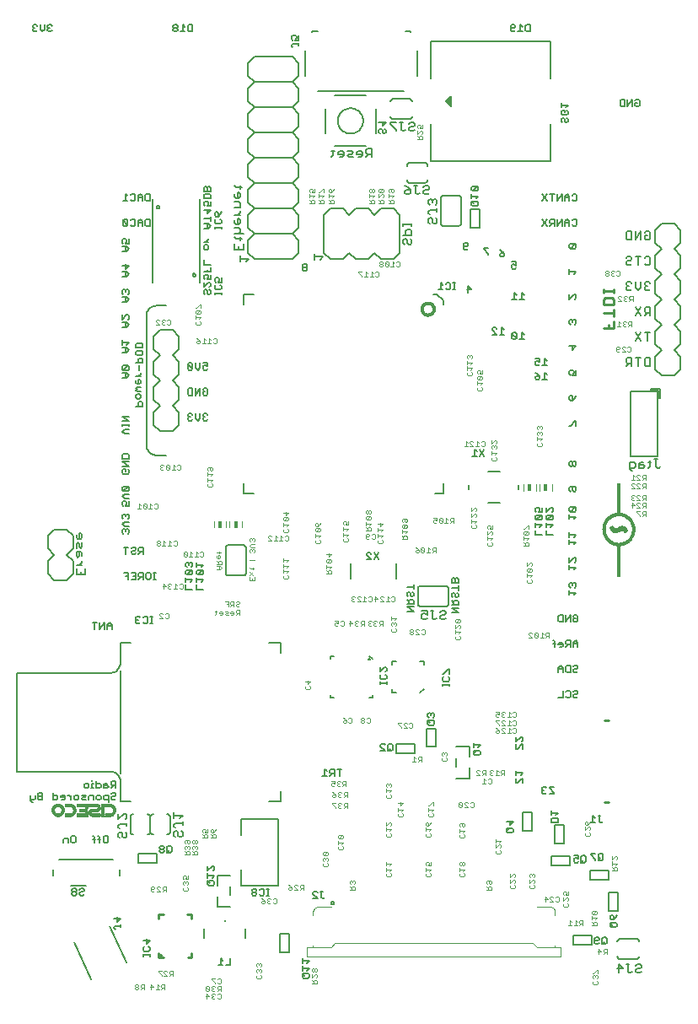
<source format=gbo>
G75*
G70*
%OFA0B0*%
%FSLAX24Y24*%
%IPPOS*%
%LPD*%
%AMOC8*
5,1,8,0,0,1.08239X$1,22.5*
%
%ADD10C,0.0050*%
%ADD11C,0.0060*%
%ADD12C,0.0040*%
%ADD13C,0.0090*%
%ADD14R,0.0202X0.0006*%
%ADD15R,0.0277X0.0006*%
%ADD16R,0.0328X0.0006*%
%ADD17R,0.0378X0.0006*%
%ADD18R,0.0416X0.0006*%
%ADD19R,0.0454X0.0006*%
%ADD20R,0.0479X0.0006*%
%ADD21R,0.0517X0.0006*%
%ADD22R,0.0542X0.0006*%
%ADD23R,0.0567X0.0006*%
%ADD24R,0.0592X0.0006*%
%ADD25R,0.0617X0.0006*%
%ADD26R,0.0643X0.0006*%
%ADD27R,0.0661X0.0006*%
%ADD28R,0.0680X0.0006*%
%ADD29R,0.0706X0.0006*%
%ADD30R,0.0718X0.0006*%
%ADD31R,0.0353X0.0006*%
%ADD32R,0.0296X0.0006*%
%ADD33R,0.0271X0.0006*%
%ADD34R,0.0258X0.0006*%
%ADD35R,0.0265X0.0006*%
%ADD36R,0.0246X0.0006*%
%ADD37R,0.0239X0.0006*%
%ADD38R,0.0233X0.0006*%
%ADD39R,0.0227X0.0006*%
%ADD40R,0.0220X0.0006*%
%ADD41R,0.0214X0.0006*%
%ADD42R,0.0208X0.0006*%
%ADD43R,0.0195X0.0006*%
%ADD44R,0.0189X0.0006*%
%ADD45R,0.0183X0.0006*%
%ADD46R,0.0176X0.0006*%
%ADD47R,0.0170X0.0006*%
%ADD48R,0.0164X0.0006*%
%ADD49R,0.0157X0.0006*%
%ADD50R,0.0151X0.0006*%
%ADD51R,0.0145X0.0006*%
%ADD52R,0.0139X0.0006*%
%ADD53R,0.0132X0.0006*%
%ADD54R,0.0126X0.0006*%
%ADD55R,0.0019X0.0006*%
%ADD56R,0.0088X0.0006*%
%ADD57R,0.0038X0.0006*%
%ADD58R,0.0050X0.0006*%
%ADD59R,0.0069X0.0006*%
%ADD60R,0.0076X0.0006*%
%ADD61R,0.0120X0.0006*%
%ADD62R,0.0094X0.0006*%
%ADD63R,0.0107X0.0006*%
%ADD64R,0.0252X0.0006*%
%ADD65R,0.0309X0.0006*%
%ADD66R,0.0340X0.0006*%
%ADD67R,0.0359X0.0006*%
%ADD68R,0.0649X0.0006*%
%ADD69R,0.0655X0.0006*%
%ADD70R,0.0397X0.0006*%
%ADD71R,0.0372X0.0006*%
%ADD72R,0.0290X0.0006*%
%ADD73R,0.0113X0.0006*%
%ADD74R,0.0101X0.0006*%
%ADD75R,0.0082X0.0006*%
%ADD76R,0.0057X0.0006*%
%ADD77R,0.0044X0.0006*%
%ADD78R,0.0025X0.0006*%
%ADD79R,0.0334X0.0006*%
%ADD80R,0.0731X0.0006*%
%ADD81R,0.0693X0.0006*%
%ADD82R,0.0668X0.0006*%
%ADD83R,0.0624X0.0006*%
%ADD84R,0.0605X0.0006*%
%ADD85R,0.0580X0.0006*%
%ADD86R,0.0548X0.0006*%
%ADD87R,0.0491X0.0006*%
%ADD88R,0.0422X0.0006*%
%ADD89R,0.0120X0.1216*%
%ADD90R,0.0120X0.1203*%
%ADD91C,0.0080*%
%ADD92C,0.0120*%
%ADD93C,0.0100*%
%ADD94R,0.0220X0.0005*%
%ADD95R,0.0118X0.0005*%
%ADD96R,0.0343X0.0005*%
%ADD97R,0.0435X0.0005*%
%ADD98R,0.0077X0.0005*%
%ADD99R,0.0246X0.0005*%
%ADD100R,0.0363X0.0005*%
%ADD101R,0.0128X0.0005*%
%ADD102R,0.0261X0.0005*%
%ADD103R,0.0379X0.0005*%
%ADD104R,0.0159X0.0005*%
%ADD105R,0.0276X0.0005*%
%ADD106R,0.0389X0.0005*%
%ADD107R,0.0189X0.0005*%
%ADD108R,0.0287X0.0005*%
%ADD109R,0.0399X0.0005*%
%ADD110R,0.0210X0.0005*%
%ADD111R,0.0297X0.0005*%
%ADD112R,0.0404X0.0005*%
%ADD113R,0.0230X0.0005*%
%ADD114R,0.0307X0.0005*%
%ADD115R,0.0409X0.0005*%
%ADD116R,0.0251X0.0005*%
%ADD117R,0.0317X0.0005*%
%ADD118R,0.0420X0.0005*%
%ADD119R,0.0271X0.0005*%
%ADD120R,0.0322X0.0005*%
%ADD121R,0.0425X0.0005*%
%ADD122R,0.0281X0.0005*%
%ADD123R,0.0333X0.0005*%
%ADD124R,0.0430X0.0005*%
%ADD125R,0.0302X0.0005*%
%ADD126R,0.0338X0.0005*%
%ADD127R,0.0312X0.0005*%
%ADD128R,0.0348X0.0005*%
%ADD129R,0.0440X0.0005*%
%ADD130R,0.0353X0.0005*%
%ADD131R,0.0445X0.0005*%
%ADD132R,0.0358X0.0005*%
%ADD133R,0.0450X0.0005*%
%ADD134R,0.0369X0.0005*%
%ADD135R,0.0456X0.0005*%
%ADD136R,0.0374X0.0005*%
%ADD137R,0.0384X0.0005*%
%ADD138R,0.0461X0.0005*%
%ADD139R,0.0394X0.0005*%
%ADD140R,0.0415X0.0005*%
%ADD141R,0.0466X0.0005*%
%ADD142R,0.0138X0.0005*%
%ADD143R,0.0174X0.0005*%
%ADD144R,0.0169X0.0005*%
%ADD145R,0.0164X0.0005*%
%ADD146R,0.0154X0.0005*%
%ADD147R,0.0123X0.0005*%
%ADD148R,0.0143X0.0005*%
%ADD149R,0.0133X0.0005*%
%ADD150C,0.0028*%
%ADD151R,0.0118X0.0276*%
%ADD152C,0.0079*%
%ADD153C,0.0059*%
D10*
X005287Y007887D02*
X005242Y007932D01*
X005242Y007977D01*
X005287Y008022D01*
X005512Y008022D01*
X005512Y007977D02*
X005512Y008067D01*
X005377Y008182D02*
X005512Y008317D01*
X005242Y008317D01*
X005377Y008362D02*
X005377Y008182D01*
X006388Y007449D02*
X006659Y007449D01*
X006524Y007314D01*
X006524Y007494D01*
X006614Y007199D02*
X006659Y007154D01*
X006659Y007064D01*
X006614Y007019D01*
X006433Y007019D01*
X006388Y007064D01*
X006388Y007154D01*
X006433Y007199D01*
X006388Y006913D02*
X006388Y006823D01*
X006388Y006868D02*
X006659Y006868D01*
X006659Y006823D02*
X006659Y006913D01*
X008993Y009618D02*
X008947Y009663D01*
X008947Y009753D01*
X008993Y009798D01*
X009173Y009798D01*
X009218Y009753D01*
X009218Y009663D01*
X009173Y009618D01*
X008993Y009618D01*
X009038Y009708D02*
X008947Y009798D01*
X008947Y009913D02*
X008947Y010093D01*
X008947Y010003D02*
X009218Y010003D01*
X009128Y009913D01*
X009173Y010207D02*
X009218Y010252D01*
X009218Y010342D01*
X009173Y010387D01*
X009128Y010387D01*
X008947Y010207D01*
X008947Y010387D01*
X007520Y010962D02*
X007474Y010917D01*
X007384Y010917D01*
X007339Y010962D01*
X007339Y011142D01*
X007384Y011187D01*
X007474Y011187D01*
X007520Y011142D01*
X007520Y010962D01*
X007429Y011007D02*
X007339Y010917D01*
X007225Y010962D02*
X007225Y011007D01*
X007180Y011052D01*
X007090Y011052D01*
X007045Y011007D01*
X007045Y010962D01*
X007090Y010917D01*
X007180Y010917D01*
X007225Y010962D01*
X007180Y011052D02*
X007225Y011097D01*
X007225Y011142D01*
X007180Y011187D01*
X007090Y011187D01*
X007045Y011142D01*
X007045Y011097D01*
X007090Y011052D01*
X005911Y012939D02*
X005497Y012939D01*
X005497Y013727D01*
X005315Y013746D02*
X005315Y013476D01*
X005315Y013566D02*
X005180Y013566D01*
X005135Y013611D01*
X005135Y013701D01*
X005180Y013746D01*
X005315Y013746D01*
X005225Y013566D02*
X005135Y013476D01*
X005020Y013521D02*
X004975Y013566D01*
X004840Y013566D01*
X004840Y013611D02*
X004840Y013476D01*
X004975Y013476D01*
X005020Y013521D01*
X004975Y013656D02*
X004885Y013656D01*
X004840Y013611D01*
X004726Y013611D02*
X004680Y013656D01*
X004545Y013656D01*
X004545Y013746D02*
X004545Y013476D01*
X004680Y013476D01*
X004726Y013521D01*
X004726Y013611D01*
X004431Y013656D02*
X004386Y013656D01*
X004386Y013476D01*
X004431Y013476D02*
X004341Y013476D01*
X004234Y013521D02*
X004189Y013476D01*
X004099Y013476D01*
X004054Y013521D01*
X004054Y013611D01*
X004099Y013656D01*
X004189Y013656D01*
X004234Y013611D01*
X004234Y013521D01*
X004386Y013746D02*
X004386Y013791D01*
X004431Y013184D02*
X004296Y013184D01*
X004251Y013139D01*
X004251Y013004D01*
X004136Y013004D02*
X004001Y013004D01*
X003956Y013049D01*
X004001Y013094D01*
X004091Y013094D01*
X004136Y013139D01*
X004091Y013184D01*
X003956Y013184D01*
X003842Y013139D02*
X003842Y013049D01*
X003797Y013004D01*
X003706Y013004D01*
X003661Y013049D01*
X003661Y013139D01*
X003706Y013184D01*
X003797Y013184D01*
X003842Y013139D01*
X003547Y013184D02*
X003547Y013004D01*
X003547Y013094D02*
X003457Y013184D01*
X003412Y013184D01*
X003301Y013139D02*
X003256Y013184D01*
X003166Y013184D01*
X003121Y013139D01*
X003121Y013094D01*
X003301Y013094D01*
X003301Y013049D02*
X003301Y013139D01*
X003301Y013049D02*
X003256Y013004D01*
X003166Y013004D01*
X003007Y013049D02*
X003007Y013139D01*
X002962Y013184D01*
X002827Y013184D01*
X002827Y013274D02*
X002827Y013004D01*
X002962Y013004D01*
X003007Y013049D01*
X002417Y013004D02*
X002282Y013004D01*
X002237Y013049D01*
X002237Y013094D01*
X002282Y013139D01*
X002417Y013139D01*
X002282Y013139D02*
X002237Y013184D01*
X002237Y013229D01*
X002282Y013274D01*
X002417Y013274D01*
X002417Y013004D01*
X002123Y013049D02*
X002078Y013004D01*
X001943Y013004D01*
X001943Y012959D02*
X001988Y012914D01*
X002033Y012914D01*
X001943Y012959D02*
X001943Y013184D01*
X002123Y013184D02*
X002123Y013049D01*
X001419Y014121D02*
X005104Y014121D01*
X005143Y014119D01*
X005181Y014113D01*
X005218Y014104D01*
X005255Y014091D01*
X005290Y014074D01*
X005323Y014055D01*
X005354Y014032D01*
X005383Y014006D01*
X005409Y013977D01*
X005432Y013946D01*
X005451Y013913D01*
X005468Y013878D01*
X005481Y013841D01*
X005490Y013804D01*
X005496Y013766D01*
X005498Y013727D01*
X005497Y014042D02*
X005497Y018097D01*
X005497Y018412D02*
X005497Y019199D01*
X005911Y019199D01*
X006145Y019972D02*
X006235Y019972D01*
X006280Y020017D01*
X006395Y020017D02*
X006440Y019972D01*
X006530Y019972D01*
X006575Y020017D01*
X006575Y020197D01*
X006530Y020243D01*
X006440Y020243D01*
X006395Y020197D01*
X006280Y020197D02*
X006235Y020243D01*
X006145Y020243D01*
X006100Y020197D01*
X006100Y020152D01*
X006145Y020107D01*
X006100Y020062D01*
X006100Y020017D01*
X006145Y019972D01*
X006145Y020107D02*
X006190Y020107D01*
X006681Y019972D02*
X006772Y019972D01*
X006726Y019972D02*
X006726Y020243D01*
X006681Y020243D02*
X006772Y020243D01*
X006797Y021714D02*
X006887Y021714D01*
X006842Y021714D02*
X006842Y021985D01*
X006887Y021985D02*
X006797Y021985D01*
X006690Y021940D02*
X006690Y021760D01*
X006645Y021714D01*
X006555Y021714D01*
X006510Y021760D01*
X006510Y021940D01*
X006555Y021985D01*
X006645Y021985D01*
X006690Y021940D01*
X006396Y021985D02*
X006260Y021985D01*
X006215Y021940D01*
X006215Y021850D01*
X006260Y021805D01*
X006396Y021805D01*
X006306Y021805D02*
X006215Y021714D01*
X006101Y021714D02*
X005921Y021714D01*
X005806Y021714D02*
X005806Y021985D01*
X005626Y021985D01*
X005716Y021850D02*
X005806Y021850D01*
X005921Y021985D02*
X006101Y021985D01*
X006101Y021714D01*
X006101Y021850D02*
X006011Y021850D01*
X006396Y021985D02*
X006396Y021714D01*
X006396Y022714D02*
X006396Y022985D01*
X006260Y022985D01*
X006215Y022940D01*
X006215Y022850D01*
X006260Y022805D01*
X006396Y022805D01*
X006306Y022805D02*
X006215Y022714D01*
X006101Y022760D02*
X006056Y022714D01*
X005966Y022714D01*
X005921Y022760D01*
X005921Y022805D01*
X005966Y022850D01*
X006056Y022850D01*
X006101Y022895D01*
X006101Y022940D01*
X006056Y022985D01*
X005966Y022985D01*
X005921Y022940D01*
X005806Y022985D02*
X005626Y022985D01*
X005716Y022985D02*
X005716Y022714D01*
X005791Y023517D02*
X005836Y023562D01*
X005836Y023652D01*
X005791Y023697D01*
X005746Y023697D01*
X005701Y023652D01*
X005656Y023697D01*
X005611Y023697D01*
X005566Y023652D01*
X005566Y023562D01*
X005611Y023517D01*
X005701Y023607D02*
X005701Y023652D01*
X005656Y023811D02*
X005566Y023901D01*
X005656Y023991D01*
X005836Y023991D01*
X005791Y024106D02*
X005836Y024151D01*
X005836Y024241D01*
X005791Y024286D01*
X005746Y024286D01*
X005701Y024241D01*
X005656Y024286D01*
X005611Y024286D01*
X005566Y024241D01*
X005566Y024151D01*
X005611Y024106D01*
X005701Y024196D02*
X005701Y024241D01*
X005701Y024617D02*
X005746Y024707D01*
X005746Y024752D01*
X005701Y024797D01*
X005611Y024797D01*
X005566Y024752D01*
X005566Y024662D01*
X005611Y024617D01*
X005701Y024617D02*
X005836Y024617D01*
X005836Y024797D01*
X005836Y024911D02*
X005656Y024911D01*
X005566Y025001D01*
X005656Y025091D01*
X005836Y025091D01*
X005791Y025206D02*
X005836Y025251D01*
X005836Y025341D01*
X005791Y025386D01*
X005611Y025206D01*
X005566Y025251D01*
X005566Y025341D01*
X005611Y025386D01*
X005791Y025386D01*
X005791Y025206D02*
X005611Y025206D01*
X005611Y025888D02*
X005566Y025934D01*
X005566Y026024D01*
X005611Y026069D01*
X005701Y026069D01*
X005701Y025979D01*
X005791Y026069D02*
X005836Y026024D01*
X005836Y025934D01*
X005791Y025888D01*
X005611Y025888D01*
X005566Y026183D02*
X005836Y026183D01*
X005566Y026363D01*
X005836Y026363D01*
X005836Y026478D02*
X005566Y026478D01*
X005566Y026613D01*
X005611Y026658D01*
X005791Y026658D01*
X005836Y026613D01*
X005836Y026478D01*
X005836Y027467D02*
X005656Y027467D01*
X005566Y027557D01*
X005656Y027647D01*
X005836Y027647D01*
X005836Y027761D02*
X005836Y027851D01*
X005836Y027806D02*
X005566Y027806D01*
X005566Y027761D02*
X005566Y027851D01*
X005566Y027958D02*
X005836Y027958D01*
X005566Y028138D01*
X005836Y028138D01*
X006113Y028555D02*
X006383Y028555D01*
X006383Y028690D01*
X006338Y028735D01*
X006248Y028735D01*
X006203Y028690D01*
X006203Y028555D01*
X006248Y028850D02*
X006158Y028850D01*
X006113Y028895D01*
X006113Y028985D01*
X006158Y029030D01*
X006248Y029030D01*
X006293Y028985D01*
X006293Y028895D01*
X006248Y028850D01*
X006293Y029144D02*
X006158Y029144D01*
X006113Y029189D01*
X006158Y029234D01*
X006113Y029279D01*
X006158Y029324D01*
X006293Y029324D01*
X006248Y029439D02*
X006293Y029484D01*
X006293Y029574D01*
X006248Y029619D01*
X006203Y029619D01*
X006203Y029439D01*
X006158Y029439D02*
X006248Y029439D01*
X006158Y029439D02*
X006113Y029484D01*
X006113Y029574D01*
X006113Y029734D02*
X006293Y029734D01*
X006293Y029824D02*
X006293Y029869D01*
X006293Y029824D02*
X006203Y029734D01*
X006248Y029979D02*
X006248Y030159D01*
X006203Y030274D02*
X006203Y030409D01*
X006248Y030454D01*
X006338Y030454D01*
X006383Y030409D01*
X006383Y030274D01*
X006113Y030274D01*
X006158Y030568D02*
X006113Y030613D01*
X006113Y030704D01*
X006158Y030749D01*
X006338Y030749D01*
X006383Y030704D01*
X006383Y030613D01*
X006338Y030568D01*
X006158Y030568D01*
X006113Y030863D02*
X006113Y030998D01*
X006158Y031043D01*
X006338Y031043D01*
X006383Y030998D01*
X006383Y030863D01*
X006113Y030863D01*
X005836Y030775D02*
X005746Y030865D01*
X005566Y030865D01*
X005566Y030979D02*
X005566Y031159D01*
X005566Y031069D02*
X005836Y031069D01*
X005746Y030979D01*
X005701Y030865D02*
X005701Y030684D01*
X005746Y030684D02*
X005566Y030684D01*
X005746Y030684D02*
X005836Y030775D01*
X005791Y030159D02*
X005611Y029979D01*
X005566Y030024D01*
X005566Y030114D01*
X005611Y030159D01*
X005791Y030159D01*
X005836Y030114D01*
X005836Y030024D01*
X005791Y029979D01*
X005611Y029979D01*
X005566Y029865D02*
X005746Y029865D01*
X005836Y029775D01*
X005746Y029684D01*
X005566Y029684D01*
X005701Y029684D02*
X005701Y029865D01*
X005701Y031684D02*
X005701Y031865D01*
X005746Y031865D02*
X005566Y031865D01*
X005566Y031979D02*
X005746Y032159D01*
X005791Y032159D01*
X005836Y032114D01*
X005836Y032024D01*
X005791Y031979D01*
X005746Y031865D02*
X005836Y031775D01*
X005746Y031684D01*
X005566Y031684D01*
X005566Y031979D02*
X005566Y032159D01*
X005566Y032684D02*
X005746Y032684D01*
X005836Y032775D01*
X005746Y032865D01*
X005566Y032865D01*
X005611Y032979D02*
X005566Y033024D01*
X005566Y033114D01*
X005611Y033159D01*
X005656Y033159D01*
X005701Y033114D01*
X005701Y033069D01*
X005701Y033114D02*
X005746Y033159D01*
X005791Y033159D01*
X005836Y033114D01*
X005836Y033024D01*
X005791Y032979D01*
X005701Y032865D02*
X005701Y032684D01*
X005701Y033684D02*
X005701Y033865D01*
X005746Y033865D02*
X005566Y033865D01*
X005701Y033979D02*
X005701Y034159D01*
X005836Y034114D02*
X005701Y033979D01*
X005746Y033865D02*
X005836Y033775D01*
X005746Y033684D01*
X005566Y033684D01*
X005566Y034114D02*
X005836Y034114D01*
X005746Y034684D02*
X005566Y034684D01*
X005701Y034684D02*
X005701Y034865D01*
X005746Y034865D02*
X005566Y034865D01*
X005611Y034979D02*
X005566Y035024D01*
X005566Y035114D01*
X005611Y035159D01*
X005701Y035159D01*
X005746Y035114D01*
X005746Y035069D01*
X005701Y034979D01*
X005836Y034979D01*
X005836Y035159D01*
X005746Y034865D02*
X005836Y034775D01*
X005746Y034684D01*
X005734Y035679D02*
X005779Y035724D01*
X005599Y035904D01*
X005599Y035724D01*
X005644Y035679D01*
X005734Y035679D01*
X005779Y035724D02*
X005779Y035904D01*
X005734Y035949D01*
X005644Y035949D01*
X005599Y035904D01*
X005893Y035904D02*
X005938Y035949D01*
X006028Y035949D01*
X006073Y035904D01*
X006073Y035724D01*
X006028Y035679D01*
X005938Y035679D01*
X005893Y035724D01*
X006188Y035679D02*
X006188Y035859D01*
X006278Y035949D01*
X006368Y035859D01*
X006368Y035679D01*
X006483Y035724D02*
X006483Y035904D01*
X006528Y035949D01*
X006663Y035949D01*
X006663Y035679D01*
X006528Y035679D01*
X006483Y035724D01*
X006368Y035814D02*
X006188Y035814D01*
X006188Y036679D02*
X006188Y036859D01*
X006278Y036949D01*
X006368Y036859D01*
X006368Y036679D01*
X006483Y036724D02*
X006483Y036904D01*
X006528Y036949D01*
X006663Y036949D01*
X006663Y036679D01*
X006528Y036679D01*
X006483Y036724D01*
X006368Y036814D02*
X006188Y036814D01*
X006073Y036904D02*
X006073Y036724D01*
X006028Y036679D01*
X005938Y036679D01*
X005893Y036724D01*
X005779Y036679D02*
X005599Y036679D01*
X005689Y036679D02*
X005689Y036949D01*
X005779Y036859D01*
X005893Y036904D02*
X005938Y036949D01*
X006028Y036949D01*
X006073Y036904D01*
X008790Y036895D02*
X008790Y036760D01*
X009060Y036760D01*
X009060Y036895D01*
X009015Y036940D01*
X008835Y036940D01*
X008790Y036895D01*
X008790Y037054D02*
X008790Y037189D01*
X008835Y037234D01*
X008880Y037234D01*
X008925Y037189D01*
X008925Y037054D01*
X008790Y037054D02*
X009060Y037054D01*
X009060Y037189D01*
X009015Y037234D01*
X008970Y037234D01*
X008925Y037189D01*
X008925Y036645D02*
X008835Y036645D01*
X008790Y036600D01*
X008790Y036510D01*
X008835Y036465D01*
X008925Y036465D02*
X008970Y036555D01*
X008970Y036600D01*
X008925Y036645D01*
X009060Y036645D02*
X009060Y036465D01*
X008925Y036465D01*
X008925Y036350D02*
X008925Y036170D01*
X009060Y036305D01*
X008790Y036305D01*
X008790Y035966D02*
X009060Y035966D01*
X009060Y035876D02*
X009060Y036056D01*
X009223Y036099D02*
X009223Y036189D01*
X009268Y036234D01*
X009313Y036234D01*
X009358Y036189D01*
X009358Y036054D01*
X009268Y036054D01*
X009223Y036099D01*
X009358Y036054D02*
X009448Y036144D01*
X009493Y036234D01*
X009448Y035939D02*
X009493Y035894D01*
X009493Y035804D01*
X009448Y035759D01*
X009268Y035759D01*
X009223Y035804D01*
X009223Y035894D01*
X009268Y035939D01*
X009223Y035653D02*
X009223Y035563D01*
X009223Y035608D02*
X009493Y035608D01*
X009493Y035563D02*
X009493Y035653D01*
X009060Y035671D02*
X008970Y035761D01*
X008790Y035761D01*
X008925Y035761D02*
X008925Y035581D01*
X008970Y035581D02*
X009060Y035671D01*
X008970Y035581D02*
X008790Y035581D01*
X008970Y035176D02*
X008970Y035131D01*
X008880Y035041D01*
X008790Y035041D02*
X008970Y035041D01*
X008925Y034926D02*
X008970Y034881D01*
X008970Y034791D01*
X008925Y034746D01*
X008835Y034746D01*
X008790Y034791D01*
X008790Y034881D01*
X008835Y034926D01*
X008925Y034926D01*
X008790Y034337D02*
X008790Y034157D01*
X009060Y034157D01*
X009060Y034042D02*
X009060Y033862D01*
X008790Y033862D01*
X008835Y033748D02*
X008790Y033703D01*
X008790Y033613D01*
X008835Y033568D01*
X008925Y033568D02*
X008970Y033658D01*
X008970Y033703D01*
X008925Y033748D01*
X008835Y033748D01*
X008925Y033862D02*
X008925Y033952D01*
X009060Y033748D02*
X009060Y033568D01*
X008925Y033568D01*
X008970Y033453D02*
X008790Y033273D01*
X008790Y033453D01*
X008970Y033453D02*
X009015Y033453D01*
X009060Y033408D01*
X009060Y033318D01*
X009015Y033273D01*
X009015Y033158D02*
X009060Y033113D01*
X009060Y033023D01*
X009015Y032978D01*
X008970Y032978D01*
X008925Y033023D01*
X008925Y033113D01*
X008880Y033158D01*
X008835Y033158D01*
X008790Y033113D01*
X008790Y033023D01*
X008835Y032978D01*
X009223Y032964D02*
X009223Y033054D01*
X009223Y033009D02*
X009493Y033009D01*
X009493Y032964D02*
X009493Y033054D01*
X009448Y033161D02*
X009493Y033206D01*
X009493Y033296D01*
X009448Y033341D01*
X009493Y033456D02*
X009358Y033456D01*
X009403Y033546D01*
X009403Y033591D01*
X009358Y033636D01*
X009268Y033636D01*
X009223Y033591D01*
X009223Y033501D01*
X009268Y033456D01*
X009268Y033341D02*
X009223Y033296D01*
X009223Y033206D01*
X009268Y033161D01*
X009448Y033161D01*
X009493Y033456D02*
X009493Y033636D01*
X010379Y032979D02*
X010379Y032585D01*
X010379Y032979D02*
X010773Y032979D01*
X008939Y030261D02*
X008939Y030126D01*
X008849Y030171D01*
X008804Y030171D01*
X008759Y030126D01*
X008759Y030036D01*
X008804Y029991D01*
X008894Y029991D01*
X008939Y030036D01*
X008939Y030261D02*
X008759Y030261D01*
X008644Y030261D02*
X008644Y030081D01*
X008554Y029991D01*
X008464Y030081D01*
X008464Y030261D01*
X008350Y030216D02*
X008305Y030261D01*
X008215Y030261D01*
X008169Y030216D01*
X008350Y030036D01*
X008305Y029991D01*
X008215Y029991D01*
X008169Y030036D01*
X008169Y030216D01*
X008350Y030216D02*
X008350Y030036D01*
X008350Y029261D02*
X008215Y029261D01*
X008169Y029216D01*
X008169Y029036D01*
X008215Y028991D01*
X008350Y028991D01*
X008350Y029261D01*
X008464Y029261D02*
X008464Y028991D01*
X008644Y029261D01*
X008644Y028991D01*
X008759Y029036D02*
X008759Y029126D01*
X008849Y029126D01*
X008939Y029216D02*
X008894Y029261D01*
X008804Y029261D01*
X008759Y029216D01*
X008939Y029216D02*
X008939Y029036D01*
X008894Y028991D01*
X008804Y028991D01*
X008759Y029036D01*
X008804Y028261D02*
X008759Y028216D01*
X008759Y028171D01*
X008804Y028126D01*
X008759Y028081D01*
X008759Y028036D01*
X008804Y027991D01*
X008894Y027991D01*
X008939Y028036D01*
X008849Y028126D02*
X008804Y028126D01*
X008804Y028261D02*
X008894Y028261D01*
X008939Y028216D01*
X008644Y028261D02*
X008644Y028081D01*
X008554Y027991D01*
X008464Y028081D01*
X008464Y028261D01*
X008350Y028216D02*
X008305Y028261D01*
X008215Y028261D01*
X008169Y028216D01*
X008169Y028171D01*
X008215Y028126D01*
X008169Y028081D01*
X008169Y028036D01*
X008215Y027991D01*
X008305Y027991D01*
X008350Y028036D01*
X008260Y028126D02*
X008215Y028126D01*
X010379Y025498D02*
X010379Y025105D01*
X010773Y025105D01*
X008780Y022287D02*
X008509Y022287D01*
X008509Y022197D02*
X008509Y022377D01*
X008347Y022332D02*
X008301Y022377D01*
X008256Y022377D01*
X008211Y022332D01*
X008166Y022377D01*
X008121Y022377D01*
X008076Y022332D01*
X008076Y022242D01*
X008121Y022197D01*
X008121Y022083D02*
X008076Y022038D01*
X008076Y021948D01*
X008121Y021903D01*
X008301Y022083D01*
X008121Y022083D01*
X008121Y021903D02*
X008301Y021903D01*
X008347Y021948D01*
X008347Y022038D01*
X008301Y022083D01*
X008301Y022197D02*
X008347Y022242D01*
X008347Y022332D01*
X008211Y022332D02*
X008211Y022287D01*
X008509Y022038D02*
X008509Y021948D01*
X008554Y021903D01*
X008735Y022083D01*
X008554Y022083D01*
X008509Y022038D01*
X008554Y021903D02*
X008735Y021903D01*
X008780Y021948D01*
X008780Y022038D01*
X008735Y022083D01*
X008690Y022197D02*
X008780Y022287D01*
X008509Y021788D02*
X008509Y021608D01*
X008509Y021698D02*
X008780Y021698D01*
X008690Y021608D01*
X008509Y021494D02*
X008509Y021313D01*
X008780Y021313D01*
X008347Y021313D02*
X008076Y021313D01*
X008076Y021494D01*
X008076Y021608D02*
X008076Y021788D01*
X008076Y021698D02*
X008347Y021698D01*
X008256Y021608D01*
X005836Y023811D02*
X005656Y023811D01*
X005067Y020006D02*
X004977Y019916D01*
X004977Y019736D01*
X004863Y019736D02*
X004863Y020006D01*
X004683Y019736D01*
X004683Y020006D01*
X004568Y020006D02*
X004388Y020006D01*
X004478Y020006D02*
X004478Y019736D01*
X004977Y019871D02*
X005157Y019871D01*
X005157Y019916D02*
X005067Y020006D01*
X005157Y019916D02*
X005157Y019736D01*
X005498Y018412D02*
X005496Y018373D01*
X005490Y018335D01*
X005481Y018298D01*
X005468Y018261D01*
X005451Y018226D01*
X005432Y018193D01*
X005409Y018162D01*
X005383Y018133D01*
X005354Y018107D01*
X005323Y018084D01*
X005290Y018065D01*
X005255Y018048D01*
X005218Y018035D01*
X005181Y018026D01*
X005143Y018020D01*
X005104Y018018D01*
X001419Y018018D01*
X001419Y014121D01*
X003293Y011491D02*
X003248Y011446D01*
X003248Y011311D01*
X003428Y011311D02*
X003428Y011491D01*
X003293Y011491D01*
X003543Y011536D02*
X003588Y011581D01*
X003678Y011581D01*
X003723Y011536D01*
X003723Y011356D01*
X003678Y011311D01*
X003588Y011311D01*
X003543Y011356D01*
X003543Y011536D01*
X004419Y011581D02*
X004464Y011536D01*
X004464Y011311D01*
X004509Y011446D02*
X004419Y011446D01*
X004615Y011446D02*
X004705Y011446D01*
X004660Y011536D02*
X004615Y011581D01*
X004660Y011536D02*
X004660Y011311D01*
X004820Y011356D02*
X004865Y011311D01*
X004955Y011311D01*
X005000Y011356D01*
X005000Y011536D01*
X004955Y011581D01*
X004865Y011581D01*
X004820Y011536D01*
X004820Y011356D01*
X005020Y012914D02*
X005020Y013184D01*
X004885Y013184D01*
X004840Y013139D01*
X004840Y013049D01*
X004885Y013004D01*
X005020Y013004D01*
X005135Y013049D02*
X005180Y013004D01*
X005270Y013004D01*
X005315Y013049D01*
X005270Y013139D02*
X005180Y013139D01*
X005135Y013094D01*
X005135Y013049D01*
X005270Y013139D02*
X005315Y013184D01*
X005315Y013229D01*
X005270Y013274D01*
X005180Y013274D01*
X005135Y013229D01*
X004726Y013139D02*
X004726Y013049D01*
X004680Y013004D01*
X004590Y013004D01*
X004545Y013049D01*
X004545Y013139D01*
X004590Y013184D01*
X004680Y013184D01*
X004726Y013139D01*
X004431Y013184D02*
X004431Y013004D01*
X004010Y009494D02*
X004055Y009449D01*
X004055Y009404D01*
X004010Y009359D01*
X003920Y009359D01*
X003875Y009314D01*
X003875Y009269D01*
X003920Y009224D01*
X004010Y009224D01*
X004055Y009269D01*
X004010Y009494D02*
X003920Y009494D01*
X003875Y009449D01*
X003760Y009449D02*
X003760Y009404D01*
X003715Y009359D01*
X003625Y009359D01*
X003580Y009314D01*
X003580Y009269D01*
X003625Y009224D01*
X003715Y009224D01*
X003760Y009269D01*
X003760Y009314D01*
X003715Y009359D01*
X003625Y009359D02*
X003580Y009404D01*
X003580Y009449D01*
X003625Y009494D01*
X003715Y009494D01*
X003760Y009449D01*
X009458Y006739D02*
X009458Y006468D01*
X009548Y006468D02*
X009368Y006468D01*
X009548Y006649D02*
X009458Y006739D01*
X009662Y006468D02*
X009842Y006468D01*
X009842Y006739D01*
X010750Y009219D02*
X010840Y009219D01*
X010885Y009264D01*
X010885Y009309D01*
X010840Y009354D01*
X010750Y009354D01*
X010705Y009309D01*
X010705Y009264D01*
X010750Y009219D01*
X010750Y009354D02*
X010705Y009399D01*
X010705Y009444D01*
X010750Y009489D01*
X010840Y009489D01*
X010885Y009444D01*
X010885Y009399D01*
X010840Y009354D01*
X011000Y009264D02*
X011045Y009219D01*
X011135Y009219D01*
X011180Y009264D01*
X011180Y009444D01*
X011135Y009489D01*
X011045Y009489D01*
X011000Y009444D01*
X011286Y009489D02*
X011376Y009489D01*
X011331Y009489D02*
X011331Y009219D01*
X011376Y009219D02*
X011286Y009219D01*
X012688Y006726D02*
X012688Y006546D01*
X012688Y006636D02*
X012958Y006636D01*
X012868Y006546D01*
X012688Y006431D02*
X012688Y006251D01*
X012688Y006341D02*
X012958Y006341D01*
X012868Y006251D01*
X012913Y006137D02*
X012733Y006137D01*
X012688Y006092D01*
X012688Y006002D01*
X012733Y005957D01*
X012913Y005957D01*
X012958Y006002D01*
X012958Y006092D01*
X012913Y006137D01*
X012778Y006047D02*
X012688Y006137D01*
X013827Y008924D02*
X013829Y008938D01*
X013835Y008952D01*
X013843Y008964D01*
X013855Y008972D01*
X013869Y008978D01*
X013883Y008980D01*
X013897Y008978D01*
X013911Y008972D01*
X013923Y008964D01*
X013931Y008952D01*
X013937Y008938D01*
X013939Y008924D01*
X013937Y008910D01*
X013931Y008896D01*
X013923Y008884D01*
X013911Y008876D01*
X013897Y008870D01*
X013883Y008868D01*
X013869Y008870D01*
X013855Y008876D01*
X013843Y008884D01*
X013835Y008896D01*
X013829Y008910D01*
X013827Y008924D01*
X013583Y009151D02*
X013537Y009106D01*
X013492Y009106D01*
X013447Y009151D01*
X013447Y009376D01*
X013492Y009376D02*
X013402Y009376D01*
X013288Y009331D02*
X013243Y009376D01*
X013153Y009376D01*
X013108Y009331D01*
X013108Y009286D01*
X013288Y009106D01*
X013108Y009106D01*
X011836Y012939D02*
X011375Y012939D01*
X011836Y012939D02*
X011836Y013333D01*
X013482Y013949D02*
X013663Y013949D01*
X013572Y013949D02*
X013572Y014219D01*
X013663Y014129D01*
X013777Y014174D02*
X013777Y014084D01*
X013822Y014039D01*
X013957Y014039D01*
X013867Y014039D02*
X013777Y013949D01*
X013957Y013949D02*
X013957Y014219D01*
X013822Y014219D01*
X013777Y014174D01*
X014072Y014219D02*
X014252Y014219D01*
X014162Y014219D02*
X014162Y013949D01*
X015785Y014933D02*
X015965Y014933D01*
X015785Y015113D01*
X015785Y015158D01*
X015830Y015203D01*
X015920Y015203D01*
X015965Y015158D01*
X016080Y015158D02*
X016080Y014978D01*
X016125Y014933D01*
X016215Y014933D01*
X016260Y014978D01*
X016260Y015158D01*
X016215Y015203D01*
X016125Y015203D01*
X016080Y015158D01*
X016170Y015023D02*
X016080Y014933D01*
X017648Y016002D02*
X017693Y015957D01*
X017873Y015957D01*
X017919Y016002D01*
X017919Y016092D01*
X017873Y016137D01*
X017693Y016137D01*
X017648Y016092D01*
X017648Y016002D01*
X017738Y016047D02*
X017648Y016137D01*
X017693Y016251D02*
X017648Y016296D01*
X017648Y016386D01*
X017693Y016431D01*
X017738Y016431D01*
X017783Y016386D01*
X017783Y016341D01*
X017783Y016386D02*
X017828Y016431D01*
X017873Y016431D01*
X017919Y016386D01*
X017919Y016296D01*
X017873Y016251D01*
X018239Y017492D02*
X018239Y017582D01*
X018239Y017537D02*
X018509Y017537D01*
X018509Y017492D02*
X018509Y017582D01*
X018464Y017688D02*
X018284Y017688D01*
X018239Y017733D01*
X018239Y017824D01*
X018284Y017869D01*
X018284Y017983D02*
X018239Y017983D01*
X018284Y017983D02*
X018464Y018163D01*
X018509Y018163D01*
X018509Y017983D01*
X018464Y017869D02*
X018509Y017824D01*
X018509Y017733D01*
X018464Y017688D01*
X019459Y015250D02*
X019459Y015070D01*
X019459Y015160D02*
X019730Y015160D01*
X019639Y015070D01*
X019684Y014956D02*
X019504Y014956D01*
X019459Y014911D01*
X019459Y014820D01*
X019504Y014775D01*
X019684Y014775D01*
X019730Y014820D01*
X019730Y014911D01*
X019684Y014956D01*
X019549Y014866D02*
X019459Y014956D01*
X021147Y015013D02*
X021147Y015193D01*
X021147Y015308D02*
X021327Y015488D01*
X021372Y015488D01*
X021417Y015443D01*
X021417Y015353D01*
X021372Y015308D01*
X021372Y015193D02*
X021192Y015013D01*
X021147Y015013D01*
X021417Y015013D02*
X021417Y015193D01*
X021372Y015193D01*
X021147Y015308D02*
X021147Y015488D01*
X021147Y014149D02*
X021147Y013969D01*
X021147Y014059D02*
X021417Y014059D01*
X021327Y013969D01*
X021372Y013854D02*
X021192Y013674D01*
X021147Y013674D01*
X021147Y013854D01*
X021372Y013854D02*
X021417Y013854D01*
X021417Y013674D01*
X022162Y013460D02*
X022162Y013415D01*
X022207Y013370D01*
X022162Y013325D01*
X022162Y013280D01*
X022207Y013235D01*
X022297Y013235D01*
X022342Y013280D01*
X022456Y013235D02*
X022636Y013235D01*
X022636Y013280D01*
X022456Y013460D01*
X022456Y013505D01*
X022636Y013505D01*
X022342Y013460D02*
X022297Y013505D01*
X022207Y013505D01*
X022162Y013460D01*
X022207Y013370D02*
X022252Y013370D01*
X022530Y012573D02*
X022530Y012393D01*
X022530Y012483D02*
X022800Y012483D01*
X022710Y012393D01*
X022755Y012278D02*
X022800Y012233D01*
X022800Y012098D01*
X022530Y012098D01*
X022530Y012233D01*
X022575Y012278D01*
X022755Y012278D01*
X024092Y012098D02*
X024272Y012098D01*
X024182Y012098D02*
X024182Y012369D01*
X024272Y012278D01*
X024387Y012369D02*
X024477Y012369D01*
X024432Y012369D02*
X024432Y012143D01*
X024477Y012098D01*
X024522Y012098D01*
X024567Y012143D01*
X024522Y010872D02*
X024432Y010872D01*
X024387Y010827D01*
X024387Y010647D01*
X024432Y010602D01*
X024522Y010602D01*
X024567Y010647D01*
X024567Y010827D01*
X024522Y010872D01*
X024477Y010692D02*
X024387Y010602D01*
X024272Y010602D02*
X024272Y010647D01*
X024092Y010827D01*
X024092Y010872D01*
X024272Y010872D01*
X023897Y010749D02*
X023852Y010794D01*
X023762Y010794D01*
X023717Y010749D01*
X023717Y010569D01*
X023762Y010523D01*
X023852Y010523D01*
X023897Y010569D01*
X023897Y010749D01*
X023807Y010614D02*
X023717Y010523D01*
X023603Y010569D02*
X023558Y010523D01*
X023468Y010523D01*
X023423Y010569D01*
X023423Y010659D01*
X023468Y010704D01*
X023513Y010704D01*
X023603Y010659D01*
X023603Y010794D01*
X023423Y010794D01*
X024898Y008439D02*
X024943Y008439D01*
X024988Y008394D01*
X024988Y008259D01*
X024898Y008259D01*
X024853Y008304D01*
X024853Y008394D01*
X024898Y008439D01*
X025078Y008349D02*
X024988Y008259D01*
X025078Y008349D02*
X025123Y008439D01*
X025078Y008145D02*
X024898Y008145D01*
X024853Y008100D01*
X024853Y008009D01*
X024898Y007964D01*
X025078Y007964D01*
X025123Y008009D01*
X025123Y008100D01*
X025078Y008145D01*
X024943Y008054D02*
X024853Y008145D01*
X024679Y007565D02*
X024589Y007565D01*
X024544Y007520D01*
X024544Y007340D01*
X024589Y007295D01*
X024679Y007295D01*
X024724Y007340D01*
X024724Y007520D01*
X024679Y007565D01*
X024634Y007385D02*
X024544Y007295D01*
X024430Y007340D02*
X024385Y007295D01*
X024294Y007295D01*
X024249Y007340D01*
X024249Y007520D01*
X024294Y007565D01*
X024385Y007565D01*
X024430Y007520D01*
X024430Y007475D01*
X024385Y007430D01*
X024249Y007430D01*
X020984Y011705D02*
X021029Y011750D01*
X021029Y011840D01*
X020984Y011885D01*
X020804Y011885D01*
X020759Y011840D01*
X020759Y011750D01*
X020804Y011705D01*
X020984Y011705D01*
X020849Y011795D02*
X020759Y011885D01*
X020894Y011999D02*
X020894Y012179D01*
X021029Y012134D02*
X020894Y011999D01*
X020759Y012134D02*
X021029Y012134D01*
X022813Y017034D02*
X022993Y017034D01*
X022993Y017305D01*
X023108Y017260D02*
X023153Y017305D01*
X023243Y017305D01*
X023288Y017260D01*
X023288Y017080D01*
X023243Y017034D01*
X023153Y017034D01*
X023108Y017080D01*
X023402Y017080D02*
X023447Y017034D01*
X023537Y017034D01*
X023583Y017080D01*
X023537Y017170D02*
X023447Y017170D01*
X023402Y017125D01*
X023402Y017080D01*
X023537Y017170D02*
X023583Y017215D01*
X023583Y017260D01*
X023537Y017305D01*
X023447Y017305D01*
X023402Y017260D01*
X023447Y018034D02*
X023537Y018034D01*
X023583Y018080D01*
X023537Y018170D02*
X023447Y018170D01*
X023402Y018125D01*
X023402Y018080D01*
X023447Y018034D01*
X023288Y018034D02*
X023153Y018034D01*
X023108Y018080D01*
X023108Y018260D01*
X023153Y018305D01*
X023288Y018305D01*
X023288Y018034D01*
X023402Y018260D02*
X023447Y018305D01*
X023537Y018305D01*
X023583Y018260D01*
X023583Y018215D01*
X023537Y018170D01*
X022993Y018170D02*
X022813Y018170D01*
X022813Y018215D02*
X022813Y018034D01*
X022993Y018034D02*
X022993Y018215D01*
X022903Y018305D01*
X022813Y018215D01*
X022858Y019034D02*
X022948Y019034D01*
X022993Y019080D01*
X022993Y019170D01*
X022948Y019215D01*
X022858Y019215D01*
X022813Y019170D01*
X022813Y019125D01*
X022993Y019125D01*
X023108Y019170D02*
X023153Y019125D01*
X023288Y019125D01*
X023198Y019125D02*
X023108Y019034D01*
X023108Y019170D02*
X023108Y019260D01*
X023153Y019305D01*
X023288Y019305D01*
X023288Y019034D01*
X023402Y019034D02*
X023402Y019215D01*
X023492Y019305D01*
X023583Y019215D01*
X023583Y019034D01*
X023583Y019170D02*
X023402Y019170D01*
X022699Y019170D02*
X022608Y019170D01*
X022654Y019260D02*
X022608Y019305D01*
X022654Y019260D02*
X022654Y019034D01*
X022858Y020031D02*
X022813Y020076D01*
X022813Y020257D01*
X022858Y020302D01*
X022993Y020302D01*
X022993Y020031D01*
X022858Y020031D01*
X023108Y020031D02*
X023108Y020302D01*
X023288Y020302D02*
X023108Y020031D01*
X023288Y020031D02*
X023288Y020302D01*
X023402Y020257D02*
X023447Y020302D01*
X023537Y020302D01*
X023583Y020257D01*
X023583Y020076D01*
X023537Y020031D01*
X023447Y020031D01*
X023402Y020076D01*
X023402Y020166D01*
X023492Y020166D01*
X023426Y021095D02*
X023516Y021185D01*
X023246Y021185D01*
X023246Y021095D02*
X023246Y021275D01*
X023291Y021390D02*
X023246Y021435D01*
X023246Y021525D01*
X023291Y021570D01*
X023336Y021570D01*
X023381Y021525D01*
X023381Y021480D01*
X023381Y021525D02*
X023426Y021570D01*
X023471Y021570D01*
X023516Y021525D01*
X023516Y021435D01*
X023471Y021390D01*
X023426Y022095D02*
X023516Y022185D01*
X023246Y022185D01*
X023246Y022095D02*
X023246Y022275D01*
X023246Y022390D02*
X023426Y022570D01*
X023471Y022570D01*
X023516Y022525D01*
X023516Y022435D01*
X023471Y022390D01*
X023246Y022390D02*
X023246Y022570D01*
X023246Y023095D02*
X023246Y023275D01*
X023246Y023185D02*
X023516Y023185D01*
X023426Y023095D01*
X023426Y023390D02*
X023516Y023480D01*
X023246Y023480D01*
X023246Y023390D02*
X023246Y023570D01*
X023246Y024095D02*
X023246Y024275D01*
X023246Y024185D02*
X023516Y024185D01*
X023426Y024095D01*
X023471Y024390D02*
X023516Y024435D01*
X023516Y024525D01*
X023471Y024570D01*
X023291Y024390D01*
X023246Y024435D01*
X023246Y024525D01*
X023291Y024570D01*
X023471Y024570D01*
X023471Y024390D02*
X023291Y024390D01*
X023291Y025190D02*
X023246Y025235D01*
X023246Y025325D01*
X023291Y025370D01*
X023471Y025370D01*
X023516Y025325D01*
X023516Y025235D01*
X023471Y025190D01*
X023426Y025190D01*
X023381Y025235D01*
X023381Y025370D01*
X023426Y026190D02*
X023471Y026190D01*
X023516Y026235D01*
X023516Y026325D01*
X023471Y026370D01*
X023426Y026370D01*
X023381Y026325D01*
X023381Y026235D01*
X023426Y026190D01*
X023381Y026235D02*
X023336Y026190D01*
X023291Y026190D01*
X023246Y026235D01*
X023246Y026325D01*
X023291Y026370D01*
X023336Y026370D01*
X023381Y026325D01*
X023291Y027790D02*
X023246Y027790D01*
X023291Y027790D02*
X023471Y027970D01*
X023516Y027970D01*
X023516Y027790D01*
X023381Y028790D02*
X023381Y028925D01*
X023336Y028970D01*
X023291Y028970D01*
X023246Y028925D01*
X023246Y028835D01*
X023291Y028790D01*
X023381Y028790D01*
X023471Y028880D01*
X023516Y028970D01*
X023516Y029790D02*
X023381Y029790D01*
X023426Y029880D01*
X023426Y029925D01*
X023381Y029970D01*
X023291Y029970D01*
X023246Y029925D01*
X023246Y029835D01*
X023291Y029790D01*
X023516Y029790D02*
X023516Y029970D01*
X023381Y030790D02*
X023381Y030970D01*
X023516Y030925D02*
X023381Y030790D01*
X023246Y030925D02*
X023516Y030925D01*
X023471Y031790D02*
X023516Y031835D01*
X023516Y031925D01*
X023471Y031970D01*
X023426Y031970D01*
X023381Y031925D01*
X023336Y031970D01*
X023291Y031970D01*
X023246Y031925D01*
X023246Y031835D01*
X023291Y031790D01*
X023381Y031880D02*
X023381Y031925D01*
X023471Y032790D02*
X023516Y032835D01*
X023516Y032925D01*
X023471Y032970D01*
X023426Y032970D01*
X023246Y032790D01*
X023246Y032970D01*
X023246Y033790D02*
X023246Y033970D01*
X023246Y033880D02*
X023516Y033880D01*
X023426Y033790D01*
X023471Y034790D02*
X023516Y034835D01*
X023516Y034925D01*
X023471Y034970D01*
X023291Y034790D01*
X023246Y034835D01*
X023246Y034925D01*
X023291Y034970D01*
X023471Y034970D01*
X023471Y034790D02*
X023291Y034790D01*
X023249Y035681D02*
X023249Y035861D01*
X023158Y035951D01*
X023068Y035861D01*
X023068Y035681D01*
X022954Y035681D02*
X022954Y035951D01*
X022774Y035681D01*
X022774Y035951D01*
X022659Y035951D02*
X022659Y035681D01*
X022659Y035771D02*
X022524Y035771D01*
X022479Y035816D01*
X022479Y035906D01*
X022524Y035951D01*
X022659Y035951D01*
X022569Y035771D02*
X022479Y035681D01*
X022365Y035681D02*
X022184Y035951D01*
X022365Y035951D02*
X022184Y035681D01*
X022184Y036665D02*
X022365Y036935D01*
X022479Y036935D02*
X022659Y036935D01*
X022569Y036935D02*
X022569Y036665D01*
X022365Y036665D02*
X022184Y036935D01*
X022774Y036935D02*
X022774Y036665D01*
X022954Y036935D01*
X022954Y036665D01*
X023068Y036665D02*
X023068Y036845D01*
X023158Y036935D01*
X023249Y036845D01*
X023249Y036665D01*
X023363Y036710D02*
X023408Y036665D01*
X023498Y036665D01*
X023543Y036710D01*
X023543Y036890D01*
X023498Y036935D01*
X023408Y036935D01*
X023363Y036890D01*
X023249Y036800D02*
X023068Y036800D01*
X023408Y035951D02*
X023498Y035951D01*
X023543Y035906D01*
X023543Y035726D01*
X023498Y035681D01*
X023408Y035681D01*
X023363Y035726D01*
X023249Y035816D02*
X023068Y035816D01*
X023363Y035906D02*
X023408Y035951D01*
X022505Y038254D02*
X022505Y039711D01*
X022924Y039820D02*
X022969Y039775D01*
X022924Y039820D02*
X022924Y039911D01*
X022969Y039956D01*
X023014Y039956D01*
X023059Y039911D01*
X023059Y039820D01*
X023104Y039775D01*
X023149Y039775D01*
X023194Y039820D01*
X023194Y039911D01*
X023149Y039956D01*
X023149Y040070D02*
X022969Y040070D01*
X022924Y040115D01*
X022924Y040205D01*
X022969Y040250D01*
X023059Y040250D01*
X023059Y040160D01*
X023149Y040070D02*
X023194Y040115D01*
X023194Y040205D01*
X023149Y040250D01*
X023104Y040365D02*
X023194Y040455D01*
X022924Y040455D01*
X022924Y040365D02*
X022924Y040545D01*
X022505Y041522D02*
X022505Y042979D01*
X017781Y042979D01*
X017781Y041522D01*
X017237Y041601D02*
X017237Y042624D01*
X016964Y043333D02*
X016964Y043382D01*
X016757Y043382D01*
X016718Y041000D02*
X013293Y041000D01*
X012812Y041601D02*
X012812Y042624D01*
X012544Y042818D02*
X012544Y042908D01*
X012544Y042863D02*
X012319Y042863D01*
X012274Y042818D01*
X012274Y042773D01*
X012319Y042728D01*
X012319Y043023D02*
X012274Y043068D01*
X012274Y043158D01*
X012319Y043203D01*
X012409Y043203D01*
X012454Y043158D01*
X012454Y043113D01*
X012409Y043023D01*
X012544Y043023D01*
X012544Y043203D01*
X013086Y043333D02*
X013086Y043382D01*
X013293Y043382D01*
X015719Y039772D02*
X015989Y039772D01*
X015854Y039637D01*
X015854Y039817D01*
X015809Y039523D02*
X015764Y039523D01*
X015719Y039477D01*
X015719Y039387D01*
X015764Y039342D01*
X015854Y039387D02*
X015854Y039477D01*
X015809Y039523D01*
X015944Y039523D02*
X015989Y039477D01*
X015989Y039387D01*
X015944Y039342D01*
X015899Y039342D01*
X015854Y039387D01*
X017781Y039711D02*
X017781Y038254D01*
X022505Y038254D01*
X020579Y034686D02*
X020669Y034596D01*
X020534Y034596D01*
X020489Y034551D01*
X020489Y034506D01*
X020534Y034460D01*
X020624Y034460D01*
X020669Y034506D01*
X020669Y034596D01*
X020579Y034686D02*
X020489Y034731D01*
X020039Y034809D02*
X019859Y034809D01*
X019859Y034764D01*
X020039Y034584D01*
X020039Y034539D01*
X019252Y034781D02*
X019207Y034736D01*
X019117Y034736D01*
X019072Y034781D01*
X019072Y034961D01*
X019117Y035006D01*
X019207Y035006D01*
X019252Y034961D01*
X019252Y034916D01*
X019207Y034871D01*
X019072Y034871D01*
X018740Y033431D02*
X018650Y033431D01*
X018695Y033431D02*
X018695Y033161D01*
X018740Y033161D02*
X018650Y033161D01*
X018544Y033206D02*
X018499Y033161D01*
X018408Y033161D01*
X018363Y033206D01*
X018249Y033161D02*
X018069Y033161D01*
X018159Y033161D02*
X018159Y033431D01*
X018249Y033341D01*
X018363Y033386D02*
X018408Y033431D01*
X018499Y033431D01*
X018544Y033386D01*
X018544Y033206D01*
X018253Y032743D02*
X018253Y032585D01*
X018253Y032743D02*
X018017Y032979D01*
X017859Y032979D01*
X019190Y033178D02*
X019370Y033178D01*
X019235Y033313D01*
X019235Y033043D01*
X020239Y031660D02*
X020329Y031660D01*
X020374Y031615D01*
X020239Y031660D02*
X020194Y031615D01*
X020194Y031570D01*
X020374Y031390D01*
X020194Y031390D01*
X020489Y031390D02*
X020669Y031390D01*
X020579Y031390D02*
X020579Y031660D01*
X020669Y031570D01*
X020982Y031418D02*
X021162Y031238D01*
X021117Y031193D01*
X021027Y031193D01*
X020982Y031238D01*
X020982Y031418D01*
X021027Y031463D01*
X021117Y031463D01*
X021162Y031418D01*
X021162Y031238D01*
X021276Y031193D02*
X021457Y031193D01*
X021366Y031193D02*
X021366Y031463D01*
X021457Y031373D01*
X021887Y030439D02*
X022067Y030439D01*
X022067Y030304D01*
X021977Y030349D01*
X021932Y030349D01*
X021887Y030304D01*
X021887Y030214D01*
X021932Y030169D01*
X022022Y030169D01*
X022067Y030214D01*
X022182Y030169D02*
X022362Y030169D01*
X022272Y030169D02*
X022272Y030439D01*
X022362Y030349D01*
X022272Y029888D02*
X022272Y029618D01*
X022362Y029618D02*
X022182Y029618D01*
X022067Y029663D02*
X022067Y029753D01*
X021932Y029753D01*
X021887Y029708D01*
X021887Y029663D01*
X021932Y029618D01*
X022022Y029618D01*
X022067Y029663D01*
X022067Y029753D02*
X021977Y029843D01*
X021887Y029888D01*
X022272Y029888D02*
X022362Y029798D01*
X021457Y032768D02*
X021276Y032768D01*
X021366Y032768D02*
X021366Y033038D01*
X021457Y032948D01*
X021162Y032948D02*
X021072Y033038D01*
X021072Y032768D01*
X021162Y032768D02*
X020982Y032768D01*
X021006Y033988D02*
X021097Y033988D01*
X021142Y034033D01*
X021142Y034123D02*
X021052Y034168D01*
X021006Y034168D01*
X020961Y034123D01*
X020961Y034033D01*
X021006Y033988D01*
X021142Y034123D02*
X021142Y034258D01*
X020961Y034258D01*
X019606Y036468D02*
X019651Y036513D01*
X019651Y036603D01*
X019606Y036649D01*
X019426Y036649D01*
X019381Y036603D01*
X019381Y036513D01*
X019426Y036468D01*
X019606Y036468D01*
X019471Y036558D02*
X019381Y036649D01*
X019381Y036763D02*
X019381Y036943D01*
X019381Y036853D02*
X019651Y036853D01*
X019561Y036763D01*
X019606Y037058D02*
X019426Y037058D01*
X019606Y037238D01*
X019426Y037238D01*
X019381Y037193D01*
X019381Y037103D01*
X019426Y037058D01*
X019606Y037058D02*
X019651Y037103D01*
X019651Y037193D01*
X019606Y037238D01*
X018568Y040420D02*
X018568Y040813D01*
X018371Y040617D01*
X018568Y040420D01*
X018568Y040465D02*
X018523Y040465D01*
X018568Y040513D02*
X018475Y040513D01*
X018426Y040562D02*
X018568Y040562D01*
X018568Y040610D02*
X018378Y040610D01*
X018414Y040659D02*
X018568Y040659D01*
X018568Y040707D02*
X018462Y040707D01*
X018511Y040756D02*
X018568Y040756D01*
X018559Y040804D02*
X018568Y040804D01*
X020968Y043358D02*
X020923Y043403D01*
X020923Y043583D01*
X020968Y043628D01*
X021058Y043628D01*
X021103Y043583D01*
X021103Y043538D01*
X021058Y043493D01*
X020923Y043493D01*
X020968Y043358D02*
X021058Y043358D01*
X021103Y043403D01*
X021218Y043358D02*
X021398Y043358D01*
X021308Y043358D02*
X021308Y043628D01*
X021398Y043538D01*
X021513Y043583D02*
X021558Y043628D01*
X021693Y043628D01*
X021693Y043358D01*
X021558Y043358D01*
X021513Y043403D01*
X021513Y043583D01*
X025254Y040631D02*
X025254Y040450D01*
X025299Y040405D01*
X025434Y040405D01*
X025434Y040676D01*
X025299Y040676D01*
X025254Y040631D01*
X025549Y040676D02*
X025549Y040405D01*
X025729Y040676D01*
X025729Y040405D01*
X025843Y040450D02*
X025843Y040540D01*
X025933Y040540D01*
X025843Y040450D02*
X025888Y040405D01*
X025978Y040405D01*
X026023Y040450D01*
X026023Y040631D01*
X025978Y040676D01*
X025888Y040676D01*
X025843Y040631D01*
X026456Y029230D02*
X026826Y029230D01*
X026826Y028861D01*
X026776Y028861D01*
X026776Y029180D01*
X026456Y029180D01*
X026456Y029230D01*
X026456Y029180D02*
X026456Y029130D01*
X025686Y029130D01*
X025686Y026591D01*
X026726Y026591D01*
X026726Y028861D01*
X026776Y028861D01*
X026726Y028861D02*
X026726Y029130D01*
X026456Y029130D01*
X022559Y024540D02*
X022604Y024495D01*
X022604Y024405D01*
X022559Y024360D01*
X022559Y024246D02*
X022378Y024066D01*
X022333Y024111D01*
X022333Y024201D01*
X022378Y024246D01*
X022559Y024246D01*
X022604Y024201D01*
X022604Y024111D01*
X022559Y024066D01*
X022378Y024066D01*
X022333Y023951D02*
X022333Y023771D01*
X022333Y023861D02*
X022604Y023861D01*
X022513Y023771D01*
X022333Y023656D02*
X022333Y023476D01*
X022604Y023476D01*
X022170Y023476D02*
X021900Y023476D01*
X021900Y023656D01*
X021900Y023771D02*
X021900Y023951D01*
X021900Y023861D02*
X022170Y023861D01*
X022080Y023771D01*
X022125Y024066D02*
X021945Y024066D01*
X022125Y024246D01*
X021945Y024246D01*
X021900Y024201D01*
X021900Y024111D01*
X021945Y024066D01*
X022125Y024066D02*
X022170Y024111D01*
X022170Y024201D01*
X022125Y024246D01*
X022170Y024360D02*
X022035Y024360D01*
X022080Y024450D01*
X022080Y024495D01*
X022035Y024540D01*
X021945Y024540D01*
X021900Y024495D01*
X021900Y024405D01*
X021945Y024360D01*
X022170Y024360D02*
X022170Y024540D01*
X022333Y024540D02*
X022333Y024360D01*
X022513Y024540D01*
X022559Y024540D01*
X019882Y026586D02*
X019702Y026857D01*
X019587Y026767D02*
X019497Y026857D01*
X019497Y026586D01*
X019587Y026586D02*
X019407Y026586D01*
X019702Y026586D02*
X019882Y026857D01*
X018253Y025498D02*
X018253Y025105D01*
X017938Y025105D01*
X016397Y022334D02*
X016397Y021734D01*
X016822Y021419D02*
X017092Y021419D01*
X017092Y021329D02*
X017092Y021509D01*
X017047Y021214D02*
X017092Y021169D01*
X017092Y021079D01*
X017047Y021034D01*
X017002Y021034D01*
X016957Y021079D01*
X016957Y021169D01*
X016912Y021214D01*
X016867Y021214D01*
X016822Y021169D01*
X016822Y021079D01*
X016867Y021034D01*
X016822Y020920D02*
X016912Y020829D01*
X016912Y020874D02*
X016912Y020739D01*
X016822Y020739D02*
X017092Y020739D01*
X017092Y020874D01*
X017047Y020920D01*
X016957Y020920D01*
X016912Y020874D01*
X016822Y020625D02*
X017092Y020625D01*
X017092Y020445D02*
X016822Y020625D01*
X016822Y020445D02*
X017092Y020445D01*
X018593Y020405D02*
X018863Y020405D01*
X018593Y020586D01*
X018863Y020586D01*
X018863Y020700D02*
X018863Y020835D01*
X018818Y020880D01*
X018728Y020880D01*
X018683Y020835D01*
X018683Y020700D01*
X018593Y020700D02*
X018863Y020700D01*
X018683Y020790D02*
X018593Y020880D01*
X018638Y020995D02*
X018593Y021040D01*
X018593Y021130D01*
X018638Y021175D01*
X018683Y021175D01*
X018728Y021130D01*
X018728Y021040D01*
X018773Y020995D01*
X018818Y020995D01*
X018863Y021040D01*
X018863Y021130D01*
X018818Y021175D01*
X018863Y021289D02*
X018863Y021469D01*
X018863Y021379D02*
X018593Y021379D01*
X018593Y021584D02*
X018593Y021719D01*
X018638Y021764D01*
X018683Y021764D01*
X018728Y021719D01*
X018728Y021584D01*
X018593Y021584D02*
X018863Y021584D01*
X018863Y021719D01*
X018818Y021764D01*
X018773Y021764D01*
X018728Y021719D01*
X015984Y018242D02*
X016029Y018197D01*
X016029Y018107D01*
X015984Y018062D01*
X015984Y017947D02*
X016029Y017902D01*
X016029Y017812D01*
X015984Y017767D01*
X015804Y017767D01*
X015759Y017812D01*
X015759Y017902D01*
X015804Y017947D01*
X015759Y018062D02*
X015939Y018242D01*
X015984Y018242D01*
X015759Y018242D02*
X015759Y018062D01*
X015759Y017661D02*
X015759Y017571D01*
X015759Y017616D02*
X016029Y017616D01*
X016029Y017571D02*
X016029Y017661D01*
X015458Y017152D02*
X015458Y017034D01*
X015340Y017034D01*
X015307Y018561D02*
X015309Y018571D01*
X015314Y018579D01*
X015322Y018584D01*
X015332Y018586D01*
X015342Y018584D01*
X015350Y018579D01*
X015355Y018571D01*
X015357Y018561D01*
X015355Y018551D01*
X015350Y018543D01*
X015342Y018538D01*
X015332Y018536D01*
X015322Y018538D01*
X015314Y018543D01*
X015309Y018551D01*
X015307Y018561D01*
X015340Y018687D02*
X015458Y018569D01*
X013922Y018687D02*
X013804Y018687D01*
X013804Y018569D01*
X013804Y017152D02*
X013804Y017034D01*
X013922Y017034D01*
X011836Y018806D02*
X011836Y019199D01*
X011375Y019199D01*
X014597Y021734D02*
X014597Y022334D01*
X015234Y022492D02*
X015414Y022492D01*
X015234Y022672D01*
X015234Y022717D01*
X015279Y022762D01*
X015369Y022762D01*
X015414Y022717D01*
X015528Y022762D02*
X015709Y022492D01*
X015528Y022492D02*
X015709Y022762D01*
X012829Y033909D02*
X012874Y033954D01*
X012874Y033999D01*
X012829Y034044D01*
X012739Y034044D01*
X012694Y033999D01*
X012694Y033954D01*
X012739Y033909D01*
X012829Y033909D01*
X012829Y034044D02*
X012874Y034089D01*
X012874Y034134D01*
X012829Y034180D01*
X012739Y034180D01*
X012694Y034134D01*
X012694Y034089D01*
X012739Y034044D01*
X008346Y043358D02*
X008211Y043358D01*
X008166Y043403D01*
X008166Y043583D01*
X008211Y043628D01*
X008346Y043628D01*
X008346Y043358D01*
X008052Y043358D02*
X007872Y043358D01*
X007962Y043358D02*
X007962Y043628D01*
X008052Y043538D01*
X007757Y043538D02*
X007757Y043583D01*
X007712Y043628D01*
X007622Y043628D01*
X007577Y043583D01*
X007577Y043538D01*
X007622Y043493D01*
X007712Y043493D01*
X007757Y043538D01*
X007712Y043493D02*
X007757Y043448D01*
X007757Y043403D01*
X007712Y043358D01*
X007622Y043358D01*
X007577Y043403D01*
X007577Y043448D01*
X007622Y043493D01*
X002795Y043403D02*
X002750Y043358D01*
X002660Y043358D01*
X002615Y043403D01*
X002615Y043448D01*
X002660Y043493D01*
X002705Y043493D01*
X002660Y043493D02*
X002615Y043538D01*
X002615Y043583D01*
X002660Y043628D01*
X002750Y043628D01*
X002795Y043583D01*
X002500Y043628D02*
X002500Y043448D01*
X002410Y043358D01*
X002320Y043448D01*
X002320Y043628D01*
X002206Y043583D02*
X002161Y043628D01*
X002071Y043628D01*
X002026Y043583D01*
X002026Y043538D01*
X002071Y043493D01*
X002026Y043448D01*
X002026Y043403D01*
X002071Y043358D01*
X002161Y043358D01*
X002206Y043403D01*
X002116Y043493D02*
X002071Y043493D01*
D11*
X006772Y036745D02*
X006772Y034735D01*
X006772Y035435D02*
X006772Y033426D01*
X008632Y033426D02*
X008632Y035435D01*
X008632Y034735D02*
X008632Y036745D01*
X010015Y036837D02*
X010072Y036781D01*
X010186Y036781D01*
X010242Y036837D01*
X010242Y036951D01*
X010186Y037007D01*
X010129Y037007D01*
X010129Y036781D01*
X010015Y036837D02*
X010015Y036951D01*
X010072Y037206D02*
X010015Y037262D01*
X010072Y037206D02*
X010299Y037206D01*
X010242Y037262D02*
X010242Y037149D01*
X010541Y037109D02*
X010541Y036609D01*
X010791Y036359D01*
X012291Y036359D01*
X012541Y036609D01*
X012541Y037109D01*
X012291Y037359D01*
X010791Y037359D01*
X010541Y037609D01*
X010541Y038109D01*
X010791Y038359D01*
X012291Y038359D01*
X012541Y038609D01*
X012541Y039109D01*
X012291Y039359D01*
X010791Y039359D01*
X010541Y039609D01*
X010541Y040109D01*
X010791Y040359D01*
X012291Y040359D01*
X012541Y040609D01*
X012541Y041109D01*
X012291Y041359D01*
X010791Y041359D01*
X010541Y041109D01*
X010541Y040609D01*
X010791Y040359D01*
X010791Y039359D02*
X010541Y039109D01*
X010541Y038609D01*
X010791Y038359D01*
X010791Y037359D02*
X010541Y037109D01*
X010186Y036639D02*
X010015Y036639D01*
X010186Y036639D02*
X010242Y036582D01*
X010242Y036412D01*
X010015Y036412D01*
X010242Y036275D02*
X010242Y036219D01*
X010129Y036105D01*
X010242Y036105D02*
X010015Y036105D01*
X010129Y035964D02*
X010129Y035737D01*
X010186Y035737D02*
X010242Y035794D01*
X010242Y035907D01*
X010186Y035964D01*
X010129Y035964D01*
X010015Y035907D02*
X010015Y035794D01*
X010072Y035737D01*
X010186Y035737D01*
X010186Y035596D02*
X010015Y035596D01*
X010186Y035596D02*
X010242Y035539D01*
X010242Y035425D01*
X010186Y035369D01*
X010242Y035237D02*
X010242Y035123D01*
X010299Y035180D02*
X010072Y035180D01*
X010015Y035237D01*
X010015Y035369D02*
X010356Y035369D01*
X010541Y035609D02*
X010541Y036109D01*
X010791Y036359D01*
X010541Y035609D02*
X010791Y035359D01*
X012291Y035359D01*
X012541Y035609D01*
X012541Y036109D01*
X012291Y036359D01*
X012291Y035359D02*
X012541Y035109D01*
X012541Y034609D01*
X012291Y034359D01*
X010791Y034359D01*
X010541Y034609D01*
X010541Y035109D01*
X010791Y035359D01*
X010356Y034982D02*
X010356Y034755D01*
X010015Y034755D01*
X010015Y034982D01*
X010186Y034868D02*
X010186Y034755D01*
X010244Y034495D02*
X010244Y034269D01*
X010244Y034382D02*
X010584Y034382D01*
X010471Y034269D01*
X012291Y037359D02*
X012541Y037609D01*
X012541Y038109D01*
X012291Y038359D01*
X012291Y039359D02*
X012541Y039609D01*
X012541Y040109D01*
X012291Y040359D01*
X012291Y041359D02*
X012541Y041609D01*
X012541Y042109D01*
X012291Y042359D01*
X010791Y042359D01*
X010541Y042109D01*
X010541Y041609D01*
X010791Y041359D01*
X013841Y038629D02*
X013955Y038629D01*
X013898Y038686D02*
X013898Y038459D01*
X013841Y038402D01*
X014096Y038516D02*
X014323Y038516D01*
X014323Y038573D02*
X014266Y038629D01*
X014153Y038629D01*
X014096Y038573D01*
X014096Y038516D01*
X014153Y038402D02*
X014266Y038402D01*
X014323Y038459D01*
X014323Y038573D01*
X014464Y038629D02*
X014635Y038629D01*
X014691Y038573D01*
X014635Y038516D01*
X014521Y038516D01*
X014464Y038459D01*
X014521Y038402D01*
X014691Y038402D01*
X014833Y038516D02*
X015060Y038516D01*
X015060Y038573D02*
X015003Y038629D01*
X014889Y038629D01*
X014833Y038573D01*
X014833Y038516D01*
X014889Y038402D02*
X015003Y038402D01*
X015060Y038459D01*
X015060Y038573D01*
X015201Y038573D02*
X015258Y038516D01*
X015428Y038516D01*
X015314Y038516D02*
X015201Y038402D01*
X015201Y038573D02*
X015201Y038686D01*
X015258Y038743D01*
X015428Y038743D01*
X015428Y038402D01*
X016404Y039483D02*
X016177Y039710D01*
X016177Y039766D01*
X016404Y039766D01*
X016545Y039766D02*
X016659Y039766D01*
X016602Y039766D02*
X016602Y039483D01*
X016659Y039426D01*
X016715Y039426D01*
X016772Y039483D01*
X016914Y039483D02*
X016970Y039426D01*
X017084Y039426D01*
X017141Y039483D01*
X017084Y039596D02*
X016970Y039596D01*
X016914Y039540D01*
X016914Y039483D01*
X017084Y039596D02*
X017141Y039653D01*
X017141Y039710D01*
X017084Y039766D01*
X016970Y039766D01*
X016914Y039710D01*
X016404Y039483D02*
X016404Y039426D01*
X016748Y037266D02*
X016861Y037210D01*
X016975Y037096D01*
X016805Y037096D01*
X016748Y037040D01*
X016748Y036983D01*
X016805Y036926D01*
X016918Y036926D01*
X016975Y036983D01*
X016975Y037096D01*
X017116Y037266D02*
X017230Y037266D01*
X017173Y037266D02*
X017173Y036983D01*
X017230Y036926D01*
X017286Y036926D01*
X017343Y036983D01*
X017485Y036983D02*
X017541Y036926D01*
X017655Y036926D01*
X017711Y036983D01*
X017655Y037096D02*
X017541Y037096D01*
X017485Y037040D01*
X017485Y036983D01*
X017655Y037096D02*
X017711Y037153D01*
X017711Y037210D01*
X017655Y037266D01*
X017541Y037266D01*
X017485Y037210D01*
X017730Y036728D02*
X017673Y036671D01*
X017673Y036558D01*
X017730Y036501D01*
X017843Y036615D02*
X017843Y036671D01*
X017786Y036728D01*
X017730Y036728D01*
X017843Y036671D02*
X017900Y036728D01*
X017957Y036728D01*
X018013Y036671D01*
X018013Y036558D01*
X017957Y036501D01*
X018013Y036360D02*
X018013Y036246D01*
X018013Y036303D02*
X017730Y036303D01*
X017673Y036246D01*
X017673Y036190D01*
X017730Y036133D01*
X017730Y035992D02*
X017673Y035935D01*
X017673Y035821D01*
X017730Y035765D01*
X017843Y035821D02*
X017843Y035935D01*
X017786Y035992D01*
X017730Y035992D01*
X017843Y035821D02*
X017900Y035765D01*
X017957Y035765D01*
X018013Y035821D01*
X018013Y035935D01*
X017957Y035992D01*
X018168Y035786D02*
X018168Y036786D01*
X018170Y036803D01*
X018174Y036820D01*
X018181Y036836D01*
X018191Y036850D01*
X018204Y036863D01*
X018218Y036873D01*
X018234Y036880D01*
X018251Y036884D01*
X018268Y036886D01*
X018868Y036886D01*
X018885Y036884D01*
X018902Y036880D01*
X018918Y036873D01*
X018932Y036863D01*
X018945Y036850D01*
X018955Y036836D01*
X018962Y036820D01*
X018966Y036803D01*
X018968Y036786D01*
X018968Y035786D01*
X018966Y035769D01*
X018962Y035752D01*
X018955Y035736D01*
X018945Y035722D01*
X018932Y035709D01*
X018918Y035699D01*
X018902Y035692D01*
X018885Y035688D01*
X018868Y035686D01*
X018268Y035686D01*
X018251Y035688D01*
X018234Y035692D01*
X018218Y035699D01*
X018204Y035709D01*
X018191Y035722D01*
X018181Y035736D01*
X018174Y035752D01*
X018170Y035769D01*
X018168Y035786D01*
X017009Y035788D02*
X017009Y035675D01*
X017009Y035731D02*
X016669Y035731D01*
X016669Y035675D02*
X016669Y035788D01*
X016839Y035533D02*
X016782Y035476D01*
X016782Y035306D01*
X016669Y035306D02*
X017009Y035306D01*
X017009Y035476D01*
X016953Y035533D01*
X016839Y035533D01*
X016782Y035165D02*
X016726Y035165D01*
X016669Y035108D01*
X016669Y034995D01*
X016726Y034938D01*
X016839Y034995D02*
X016839Y035108D01*
X016782Y035165D01*
X016953Y035165D02*
X017009Y035108D01*
X017009Y034995D01*
X016953Y034938D01*
X016896Y034938D01*
X016839Y034995D01*
X016541Y034609D02*
X016541Y036109D01*
X016291Y036359D01*
X015791Y036359D01*
X015541Y036109D01*
X015291Y036359D01*
X014791Y036359D01*
X014541Y036109D01*
X014291Y036359D01*
X013791Y036359D01*
X013541Y036109D01*
X013541Y034609D01*
X013791Y034359D01*
X014291Y034359D01*
X014541Y034609D01*
X014791Y034359D01*
X015291Y034359D01*
X015541Y034609D01*
X015791Y034359D01*
X016291Y034359D01*
X016541Y034609D01*
X019351Y035608D02*
X019351Y036334D01*
X019714Y036334D01*
X019714Y035608D01*
X019351Y035608D01*
X013505Y034461D02*
X013165Y034461D01*
X013165Y034574D02*
X013165Y034347D01*
X013392Y034347D02*
X013505Y034461D01*
X010364Y023067D02*
X009764Y023067D01*
X009747Y023065D01*
X009730Y023061D01*
X009714Y023054D01*
X009700Y023044D01*
X009687Y023031D01*
X009677Y023017D01*
X009670Y023001D01*
X009666Y022984D01*
X009664Y022967D01*
X009664Y021967D01*
X009666Y021950D01*
X009670Y021933D01*
X009677Y021917D01*
X009687Y021903D01*
X009700Y021890D01*
X009714Y021880D01*
X009730Y021873D01*
X009747Y021869D01*
X009764Y021867D01*
X010364Y021867D01*
X010381Y021869D01*
X010398Y021873D01*
X010414Y021880D01*
X010428Y021890D01*
X010441Y021903D01*
X010451Y021917D01*
X010458Y021933D01*
X010462Y021950D01*
X010464Y021967D01*
X010464Y022967D01*
X010462Y022984D01*
X010458Y023001D01*
X010451Y023017D01*
X010441Y023031D01*
X010428Y023044D01*
X010414Y023054D01*
X010398Y023061D01*
X010381Y023065D01*
X010364Y023067D01*
X016394Y015207D02*
X016394Y014845D01*
X017120Y014845D01*
X017120Y015207D01*
X016394Y015207D01*
X017599Y015096D02*
X017962Y015096D01*
X017962Y015822D01*
X017599Y015822D01*
X017599Y015096D01*
X018784Y015094D02*
X019301Y015094D01*
X019301Y014697D01*
X019301Y014273D02*
X019301Y013856D01*
X018784Y013856D01*
X018781Y014303D02*
X018781Y014641D01*
X021418Y012515D02*
X021418Y011789D01*
X021781Y011789D01*
X021781Y012515D01*
X021418Y012515D01*
X022536Y010758D02*
X022536Y010396D01*
X023262Y010396D01*
X023262Y010758D01*
X022536Y010758D01*
X022678Y011277D02*
X023041Y011277D01*
X023041Y012003D01*
X022678Y012003D01*
X022678Y011277D01*
X024071Y010207D02*
X024071Y009845D01*
X024797Y009845D01*
X024797Y010207D01*
X024071Y010207D01*
X024804Y009326D02*
X024804Y008600D01*
X025167Y008600D01*
X025167Y009326D01*
X024804Y009326D01*
X024128Y007648D02*
X023402Y007648D01*
X023402Y007286D01*
X024128Y007286D01*
X024128Y007648D01*
X025190Y006499D02*
X025361Y006329D01*
X025134Y006329D01*
X025190Y006499D02*
X025190Y006158D01*
X025502Y006499D02*
X025615Y006499D01*
X025559Y006499D02*
X025559Y006215D01*
X025615Y006158D01*
X025672Y006158D01*
X025729Y006215D01*
X025870Y006215D02*
X025927Y006158D01*
X026040Y006158D01*
X026097Y006215D01*
X026040Y006329D02*
X025927Y006329D01*
X025870Y006272D01*
X025870Y006215D01*
X026040Y006329D02*
X026097Y006385D01*
X026097Y006442D01*
X026040Y006499D01*
X025927Y006499D01*
X025870Y006442D01*
X018304Y020135D02*
X018361Y020191D01*
X018304Y020135D02*
X018191Y020135D01*
X018134Y020191D01*
X018134Y020248D01*
X018191Y020305D01*
X018304Y020305D01*
X018361Y020362D01*
X018361Y020418D01*
X018304Y020475D01*
X018191Y020475D01*
X018134Y020418D01*
X017879Y020475D02*
X017766Y020475D01*
X017823Y020475D02*
X017823Y020191D01*
X017879Y020135D01*
X017936Y020135D01*
X017993Y020191D01*
X017624Y020191D02*
X017568Y020135D01*
X017454Y020135D01*
X017398Y020191D01*
X017398Y020305D01*
X017454Y020362D01*
X017511Y020362D01*
X017624Y020305D01*
X017624Y020475D01*
X017398Y020475D01*
X017359Y020650D02*
X018359Y020650D01*
X018376Y020652D01*
X018393Y020656D01*
X018409Y020663D01*
X018423Y020673D01*
X018436Y020686D01*
X018446Y020700D01*
X018453Y020716D01*
X018457Y020733D01*
X018459Y020750D01*
X018459Y021350D01*
X018457Y021367D01*
X018453Y021384D01*
X018446Y021400D01*
X018436Y021414D01*
X018423Y021427D01*
X018409Y021437D01*
X018393Y021444D01*
X018376Y021448D01*
X018359Y021450D01*
X017359Y021450D01*
X017342Y021448D01*
X017325Y021444D01*
X017309Y021437D01*
X017295Y021427D01*
X017282Y021414D01*
X017272Y021400D01*
X017265Y021384D01*
X017261Y021367D01*
X017259Y021350D01*
X017259Y020750D01*
X017261Y020733D01*
X017265Y020716D01*
X017272Y020700D01*
X017282Y020686D01*
X017295Y020673D01*
X017309Y020663D01*
X017325Y020656D01*
X017342Y020652D01*
X017359Y020650D01*
X011739Y012252D02*
X011739Y009612D01*
X010279Y009612D01*
X010279Y010242D01*
X009849Y010015D02*
X009332Y010015D01*
X009332Y009598D01*
X009332Y009174D02*
X009332Y008777D01*
X009849Y008777D01*
X009852Y009230D02*
X009852Y009568D01*
X010279Y011622D02*
X010279Y012252D01*
X011739Y012252D01*
X011812Y007712D02*
X011812Y006986D01*
X012175Y006986D01*
X012175Y007712D01*
X011812Y007712D01*
X007954Y011589D02*
X007897Y011532D01*
X007841Y011532D01*
X007784Y011589D01*
X007784Y011703D01*
X007727Y011759D01*
X007671Y011759D01*
X007614Y011703D01*
X007614Y011589D01*
X007671Y011532D01*
X007954Y011589D02*
X007954Y011703D01*
X007897Y011759D01*
X007954Y012014D02*
X007954Y012128D01*
X007954Y012071D02*
X007671Y012071D01*
X007614Y012014D01*
X007614Y011957D01*
X007671Y011901D01*
X007614Y012269D02*
X007614Y012496D01*
X007614Y012382D02*
X007954Y012382D01*
X007841Y012269D01*
X006923Y010877D02*
X006197Y010877D01*
X006197Y010514D01*
X006923Y010514D01*
X006923Y010877D01*
X005749Y011550D02*
X005693Y011493D01*
X005636Y011493D01*
X005579Y011550D01*
X005579Y011663D01*
X005523Y011720D01*
X005466Y011720D01*
X005409Y011663D01*
X005409Y011550D01*
X005466Y011493D01*
X005749Y011550D02*
X005749Y011663D01*
X005693Y011720D01*
X005749Y011975D02*
X005749Y012088D01*
X005749Y012031D02*
X005466Y012031D01*
X005409Y011975D01*
X005409Y011918D01*
X005466Y011861D01*
X005409Y012230D02*
X005409Y012457D01*
X005409Y012230D02*
X005636Y012457D01*
X005693Y012457D01*
X005749Y012400D01*
X005749Y012286D01*
X005693Y012230D01*
X004096Y021906D02*
X003756Y021906D01*
X003756Y022133D01*
X003756Y022275D02*
X003982Y022275D01*
X003869Y022275D02*
X003982Y022388D01*
X003982Y022445D01*
X003982Y022638D02*
X003982Y022752D01*
X003926Y022809D01*
X003756Y022809D01*
X003756Y022638D01*
X003812Y022582D01*
X003869Y022638D01*
X003869Y022809D01*
X003926Y022950D02*
X003982Y023007D01*
X003982Y023177D01*
X003869Y023120D02*
X003869Y023007D01*
X003926Y022950D01*
X003756Y022950D02*
X003756Y023120D01*
X003812Y023177D01*
X003869Y023120D01*
X003869Y023318D02*
X003869Y023545D01*
X003926Y023545D01*
X003982Y023488D01*
X003982Y023375D01*
X003926Y023318D01*
X003812Y023318D01*
X003756Y023375D01*
X003756Y023488D01*
X004096Y022133D02*
X004096Y021906D01*
X003926Y021906D02*
X003926Y022020D01*
X025488Y030135D02*
X025601Y030248D01*
X025545Y030248D02*
X025715Y030248D01*
X025715Y030135D02*
X025715Y030475D01*
X025545Y030475D01*
X025488Y030418D01*
X025488Y030305D01*
X025545Y030248D01*
X025856Y030475D02*
X026083Y030475D01*
X025970Y030475D02*
X025970Y030135D01*
X026225Y030191D02*
X026225Y030418D01*
X026281Y030475D01*
X026452Y030475D01*
X026452Y030135D01*
X026281Y030135D01*
X026225Y030191D01*
X026338Y031135D02*
X026338Y031475D01*
X026225Y031475D02*
X026452Y031475D01*
X026083Y031475D02*
X025856Y031135D01*
X026083Y031135D02*
X025856Y031475D01*
X025856Y032135D02*
X026083Y032475D01*
X026225Y032418D02*
X026225Y032305D01*
X026281Y032248D01*
X026452Y032248D01*
X026452Y032135D02*
X026452Y032475D01*
X026281Y032475D01*
X026225Y032418D01*
X026338Y032248D02*
X026225Y032135D01*
X026083Y032135D02*
X025856Y032475D01*
X025970Y033135D02*
X025856Y033248D01*
X025856Y033475D01*
X025715Y033418D02*
X025658Y033475D01*
X025545Y033475D01*
X025488Y033418D01*
X025488Y033362D01*
X025545Y033305D01*
X025488Y033248D01*
X025488Y033191D01*
X025545Y033135D01*
X025658Y033135D01*
X025715Y033191D01*
X025601Y033305D02*
X025545Y033305D01*
X025970Y033135D02*
X026083Y033248D01*
X026083Y033475D01*
X026225Y033418D02*
X026225Y033362D01*
X026281Y033305D01*
X026225Y033248D01*
X026225Y033191D01*
X026281Y033135D01*
X026395Y033135D01*
X026452Y033191D01*
X026338Y033305D02*
X026281Y033305D01*
X026225Y033418D02*
X026281Y033475D01*
X026395Y033475D01*
X026452Y033418D01*
X026395Y034135D02*
X026281Y034135D01*
X026225Y034191D01*
X026395Y034135D02*
X026452Y034191D01*
X026452Y034418D01*
X026395Y034475D01*
X026281Y034475D01*
X026225Y034418D01*
X026083Y034475D02*
X025856Y034475D01*
X025970Y034475D02*
X025970Y034135D01*
X025715Y034191D02*
X025658Y034135D01*
X025545Y034135D01*
X025488Y034191D01*
X025488Y034248D01*
X025545Y034305D01*
X025658Y034305D01*
X025715Y034362D01*
X025715Y034418D01*
X025658Y034475D01*
X025545Y034475D01*
X025488Y034418D01*
X025545Y035135D02*
X025488Y035191D01*
X025488Y035418D01*
X025545Y035475D01*
X025715Y035475D01*
X025715Y035135D01*
X025545Y035135D01*
X025856Y035135D02*
X025856Y035475D01*
X026083Y035475D02*
X025856Y035135D01*
X026083Y035135D02*
X026083Y035475D01*
X026225Y035418D02*
X026281Y035475D01*
X026395Y035475D01*
X026452Y035418D01*
X026452Y035191D01*
X026395Y035135D01*
X026281Y035135D01*
X026225Y035191D01*
X026225Y035305D01*
X026338Y035305D01*
X026618Y026459D02*
X026732Y026459D01*
X026675Y026459D02*
X026675Y026176D01*
X026732Y026119D01*
X026789Y026119D01*
X026845Y026176D01*
X026477Y026346D02*
X026364Y026346D01*
X026420Y026403D02*
X026420Y026176D01*
X026364Y026119D01*
X026231Y026176D02*
X026175Y026232D01*
X026005Y026232D01*
X026005Y026289D02*
X026005Y026119D01*
X026175Y026119D01*
X026231Y026176D01*
X026175Y026346D02*
X026061Y026346D01*
X026005Y026289D01*
X025863Y026289D02*
X025863Y026176D01*
X025806Y026119D01*
X025636Y026119D01*
X025636Y026062D02*
X025636Y026346D01*
X025806Y026346D01*
X025863Y026289D01*
X025750Y026006D02*
X025693Y026006D01*
X025636Y026062D01*
D12*
X025756Y025837D02*
X025756Y025637D01*
X025823Y025637D02*
X025689Y025637D01*
X025723Y025522D02*
X025789Y025522D01*
X025823Y025488D01*
X025910Y025488D02*
X025944Y025522D01*
X026010Y025522D01*
X026044Y025488D01*
X026131Y025488D02*
X026131Y025422D01*
X026165Y025388D01*
X026265Y025388D01*
X026265Y025322D02*
X026265Y025522D01*
X026165Y025522D01*
X026131Y025488D01*
X026198Y025388D02*
X026131Y025322D01*
X026044Y025322D02*
X025910Y025455D01*
X025910Y025488D01*
X025910Y025637D02*
X026044Y025637D01*
X025910Y025770D01*
X025910Y025803D01*
X025944Y025837D01*
X026010Y025837D01*
X026044Y025803D01*
X026131Y025803D02*
X026131Y025737D01*
X026165Y025703D01*
X026265Y025703D01*
X026265Y025637D02*
X026265Y025837D01*
X026165Y025837D01*
X026131Y025803D01*
X026198Y025703D02*
X026131Y025637D01*
X026044Y025322D02*
X025910Y025322D01*
X025823Y025322D02*
X025689Y025455D01*
X025689Y025488D01*
X025723Y025522D01*
X025689Y025322D02*
X025823Y025322D01*
X025789Y025049D02*
X025723Y025049D01*
X025689Y025016D01*
X025689Y024983D01*
X025723Y024949D01*
X025689Y024916D01*
X025689Y024883D01*
X025723Y024849D01*
X025789Y024849D01*
X025823Y024883D01*
X025910Y024849D02*
X026044Y024849D01*
X025910Y024983D01*
X025910Y025016D01*
X025944Y025049D01*
X026010Y025049D01*
X026044Y025016D01*
X026131Y025016D02*
X026131Y024949D01*
X026165Y024916D01*
X026265Y024916D01*
X026265Y024849D02*
X026265Y025049D01*
X026165Y025049D01*
X026131Y025016D01*
X026198Y024916D02*
X026131Y024849D01*
X026165Y024734D02*
X026131Y024701D01*
X026131Y024634D01*
X026165Y024601D01*
X026265Y024601D01*
X026265Y024534D02*
X026265Y024734D01*
X026165Y024734D01*
X026044Y024701D02*
X026010Y024734D01*
X025944Y024734D01*
X025910Y024701D01*
X025910Y024668D01*
X026044Y024534D01*
X025910Y024534D01*
X025910Y024419D02*
X025910Y024386D01*
X026044Y024253D01*
X026044Y024219D01*
X026131Y024219D02*
X026198Y024286D01*
X026165Y024286D02*
X026265Y024286D01*
X026265Y024219D02*
X026265Y024419D01*
X026165Y024419D01*
X026131Y024386D01*
X026131Y024319D01*
X026165Y024286D01*
X026044Y024419D02*
X025910Y024419D01*
X025723Y024534D02*
X025723Y024734D01*
X025823Y024634D01*
X025689Y024634D01*
X025723Y024949D02*
X025756Y024949D01*
X025823Y025016D02*
X025789Y025049D01*
X025823Y025770D02*
X025756Y025837D01*
X026198Y024601D02*
X026131Y024534D01*
X022446Y019616D02*
X022346Y019616D01*
X022312Y019583D01*
X022312Y019516D01*
X022346Y019483D01*
X022446Y019483D01*
X022446Y019416D02*
X022446Y019616D01*
X022379Y019483D02*
X022312Y019416D01*
X022225Y019416D02*
X022091Y019416D01*
X022158Y019416D02*
X022158Y019616D01*
X022225Y019550D01*
X022004Y019583D02*
X021970Y019616D01*
X021904Y019616D01*
X021870Y019583D01*
X022004Y019449D01*
X021970Y019416D01*
X021904Y019416D01*
X021870Y019449D01*
X021870Y019583D01*
X021783Y019583D02*
X021749Y019616D01*
X021683Y019616D01*
X021649Y019583D01*
X021649Y019550D01*
X021783Y019416D01*
X021649Y019416D01*
X022004Y019449D02*
X022004Y019583D01*
X021747Y021581D02*
X021614Y021581D01*
X021580Y021615D01*
X021580Y021682D01*
X021614Y021715D01*
X021580Y021802D02*
X021580Y021936D01*
X021580Y021869D02*
X021780Y021869D01*
X021714Y021802D01*
X021747Y021715D02*
X021780Y021682D01*
X021780Y021615D01*
X021747Y021581D01*
X021747Y022023D02*
X021780Y022057D01*
X021780Y022124D01*
X021747Y022157D01*
X021614Y022023D01*
X021580Y022057D01*
X021580Y022124D01*
X021614Y022157D01*
X021747Y022157D01*
X021747Y022244D02*
X021780Y022278D01*
X021780Y022345D01*
X021747Y022378D01*
X021714Y022378D01*
X021580Y022244D01*
X021580Y022378D01*
X021614Y022023D02*
X021747Y022023D01*
X021623Y023038D02*
X021423Y023038D01*
X021490Y023038D02*
X021490Y023138D01*
X021523Y023172D01*
X021590Y023172D01*
X021623Y023138D01*
X021623Y023038D01*
X021490Y023105D02*
X021423Y023172D01*
X021423Y023259D02*
X021423Y023393D01*
X021423Y023326D02*
X021623Y023326D01*
X021556Y023259D01*
X021590Y023480D02*
X021623Y023513D01*
X021623Y023580D01*
X021590Y023614D01*
X021456Y023480D01*
X021423Y023513D01*
X021423Y023580D01*
X021456Y023614D01*
X021590Y023614D01*
X021623Y023701D02*
X021623Y023835D01*
X021590Y023835D01*
X021456Y023701D01*
X021423Y023701D01*
X021456Y023480D02*
X021590Y023480D01*
X020206Y023513D02*
X020172Y023480D01*
X020206Y023513D02*
X020206Y023580D01*
X020172Y023614D01*
X020139Y023614D01*
X020005Y023480D01*
X020005Y023614D01*
X020039Y023701D02*
X020005Y023734D01*
X020005Y023801D01*
X020039Y023835D01*
X020106Y023835D01*
X020139Y023801D01*
X020139Y023768D01*
X020106Y023701D01*
X020206Y023701D01*
X020206Y023835D01*
X020005Y023393D02*
X020005Y023259D01*
X020005Y023326D02*
X020206Y023326D01*
X020139Y023259D01*
X020172Y023172D02*
X020206Y023138D01*
X020206Y023072D01*
X020172Y023038D01*
X020039Y023038D01*
X020005Y023072D01*
X020005Y023138D01*
X020039Y023172D01*
X019539Y023729D02*
X019405Y023729D01*
X019372Y023762D01*
X019372Y023829D01*
X019405Y023862D01*
X019372Y023950D02*
X019372Y024083D01*
X019372Y024017D02*
X019572Y024017D01*
X019505Y023950D01*
X019539Y023862D02*
X019572Y023829D01*
X019572Y023762D01*
X019539Y023729D01*
X019539Y024171D02*
X019572Y024204D01*
X019572Y024271D01*
X019539Y024304D01*
X019505Y024304D01*
X019372Y024171D01*
X019372Y024304D01*
X019372Y024392D02*
X019505Y024525D01*
X019539Y024525D01*
X019572Y024492D01*
X019572Y024425D01*
X019539Y024392D01*
X019372Y024392D02*
X019372Y024525D01*
X018666Y024144D02*
X018666Y023944D01*
X018666Y024010D02*
X018566Y024010D01*
X018533Y024044D01*
X018533Y024110D01*
X018566Y024144D01*
X018666Y024144D01*
X018600Y024010D02*
X018533Y023944D01*
X018445Y023944D02*
X018312Y023944D01*
X018379Y023944D02*
X018379Y024144D01*
X018445Y024077D01*
X018224Y024110D02*
X018224Y023977D01*
X018091Y024110D01*
X018091Y023977D01*
X018124Y023944D01*
X018191Y023944D01*
X018224Y023977D01*
X018224Y024110D02*
X018191Y024144D01*
X018124Y024144D01*
X018091Y024110D01*
X018003Y024144D02*
X018003Y024044D01*
X017937Y024077D01*
X017903Y024077D01*
X017870Y024044D01*
X017870Y023977D01*
X017903Y023944D01*
X017970Y023944D01*
X018003Y023977D01*
X018003Y024144D02*
X017870Y024144D01*
X017858Y022963D02*
X017824Y022929D01*
X017824Y022863D01*
X017858Y022829D01*
X017958Y022829D01*
X017958Y022763D02*
X017958Y022963D01*
X017858Y022963D01*
X017891Y022829D02*
X017824Y022763D01*
X017737Y022763D02*
X017603Y022763D01*
X017670Y022763D02*
X017670Y022963D01*
X017737Y022896D01*
X017516Y022929D02*
X017482Y022963D01*
X017416Y022963D01*
X017382Y022929D01*
X017516Y022796D01*
X017482Y022763D01*
X017416Y022763D01*
X017382Y022796D01*
X017382Y022929D01*
X017295Y022863D02*
X017195Y022863D01*
X017161Y022829D01*
X017161Y022796D01*
X017195Y022763D01*
X017261Y022763D01*
X017295Y022796D01*
X017295Y022863D01*
X017228Y022929D01*
X017161Y022963D01*
X016820Y023314D02*
X016820Y023414D01*
X016786Y023447D01*
X016720Y023447D01*
X016686Y023414D01*
X016686Y023314D01*
X016620Y023314D02*
X016820Y023314D01*
X016686Y023380D02*
X016620Y023447D01*
X016620Y023535D02*
X016620Y023668D01*
X016620Y023601D02*
X016820Y023601D01*
X016753Y023535D01*
X016786Y023756D02*
X016820Y023789D01*
X016820Y023856D01*
X016786Y023889D01*
X016653Y023756D01*
X016620Y023789D01*
X016620Y023856D01*
X016653Y023889D01*
X016786Y023889D01*
X016786Y023977D02*
X016753Y023977D01*
X016720Y024010D01*
X016720Y024110D01*
X016786Y024110D02*
X016820Y024077D01*
X016820Y024010D01*
X016786Y023977D01*
X016653Y023977D02*
X016620Y024010D01*
X016620Y024077D01*
X016653Y024110D01*
X016786Y024110D01*
X016786Y023756D02*
X016653Y023756D01*
X015875Y023665D02*
X015675Y023665D01*
X015675Y023598D02*
X015675Y023732D01*
X015775Y023819D02*
X015775Y023953D01*
X015875Y023919D02*
X015775Y023819D01*
X015675Y023919D02*
X015875Y023919D01*
X015875Y023665D02*
X015808Y023598D01*
X015675Y023511D02*
X015675Y023377D01*
X015675Y023444D02*
X015875Y023444D01*
X015808Y023377D01*
X015842Y023290D02*
X015875Y023256D01*
X015875Y023190D01*
X015842Y023156D01*
X015708Y023156D01*
X015675Y023190D01*
X015675Y023256D01*
X015708Y023290D01*
X015556Y023347D02*
X015523Y023314D01*
X015456Y023314D01*
X015423Y023347D01*
X015335Y023347D02*
X015302Y023314D01*
X015235Y023314D01*
X015202Y023347D01*
X015202Y023481D01*
X015235Y023514D01*
X015302Y023514D01*
X015335Y023481D01*
X015335Y023447D01*
X015302Y023414D01*
X015202Y023414D01*
X015202Y023629D02*
X015403Y023629D01*
X015403Y023729D01*
X015369Y023762D01*
X015302Y023762D01*
X015269Y023729D01*
X015269Y023629D01*
X015269Y023695D02*
X015202Y023762D01*
X015202Y023850D02*
X015202Y023983D01*
X015202Y023916D02*
X015403Y023916D01*
X015336Y023850D01*
X015369Y024071D02*
X015403Y024104D01*
X015403Y024171D01*
X015369Y024204D01*
X015236Y024071D01*
X015202Y024104D01*
X015202Y024171D01*
X015236Y024204D01*
X015369Y024204D01*
X015369Y024292D02*
X015336Y024292D01*
X015302Y024325D01*
X015302Y024392D01*
X015269Y024425D01*
X015236Y024425D01*
X015202Y024392D01*
X015202Y024325D01*
X015236Y024292D01*
X015269Y024292D01*
X015302Y024325D01*
X015302Y024392D02*
X015336Y024425D01*
X015369Y024425D01*
X015403Y024392D01*
X015403Y024325D01*
X015369Y024292D01*
X015369Y024071D02*
X015236Y024071D01*
X015456Y023514D02*
X015523Y023514D01*
X015556Y023481D01*
X015556Y023347D01*
X015423Y023481D02*
X015456Y023514D01*
X014497Y023483D02*
X014297Y023483D01*
X014297Y023417D02*
X014297Y023550D01*
X014297Y023638D02*
X014297Y023771D01*
X014297Y023704D02*
X014497Y023704D01*
X014430Y023638D01*
X014497Y023483D02*
X014430Y023417D01*
X014464Y023329D02*
X014497Y023296D01*
X014497Y023229D01*
X014464Y023196D01*
X014330Y023196D01*
X014297Y023229D01*
X014297Y023296D01*
X014330Y023329D01*
X014330Y023859D02*
X014297Y023892D01*
X014297Y023959D01*
X014330Y023992D01*
X014397Y023992D01*
X014430Y023959D01*
X014430Y023925D01*
X014397Y023859D01*
X014497Y023859D01*
X014497Y023992D01*
X013828Y022699D02*
X013728Y022599D01*
X013728Y022732D01*
X013628Y022699D02*
X013828Y022699D01*
X013794Y022511D02*
X013661Y022378D01*
X013628Y022411D01*
X013628Y022478D01*
X013661Y022511D01*
X013794Y022511D01*
X013828Y022478D01*
X013828Y022411D01*
X013794Y022378D01*
X013661Y022378D01*
X013628Y022290D02*
X013628Y022157D01*
X013628Y022224D02*
X013828Y022224D01*
X013761Y022157D01*
X013794Y022069D02*
X013728Y022069D01*
X013694Y022036D01*
X013694Y021936D01*
X013628Y021936D02*
X013828Y021936D01*
X013828Y022036D01*
X013794Y022069D01*
X013694Y022003D02*
X013628Y022069D01*
X013361Y023156D02*
X013228Y023156D01*
X013194Y023190D01*
X013194Y023256D01*
X013228Y023290D01*
X013194Y023377D02*
X013194Y023511D01*
X013194Y023444D02*
X013395Y023444D01*
X013328Y023377D01*
X013361Y023290D02*
X013395Y023256D01*
X013395Y023190D01*
X013361Y023156D01*
X013361Y023598D02*
X013395Y023632D01*
X013395Y023698D01*
X013361Y023732D01*
X013228Y023598D01*
X013194Y023632D01*
X013194Y023698D01*
X013228Y023732D01*
X013361Y023732D01*
X013295Y023819D02*
X013295Y023919D01*
X013261Y023953D01*
X013228Y023953D01*
X013194Y023919D01*
X013194Y023853D01*
X013228Y023819D01*
X013295Y023819D01*
X013361Y023886D01*
X013395Y023953D01*
X013361Y023598D02*
X013228Y023598D01*
X012135Y023623D02*
X012101Y023589D01*
X011968Y023589D01*
X011935Y023623D01*
X011935Y023689D01*
X011968Y023723D01*
X011935Y023810D02*
X011935Y023944D01*
X011935Y023877D02*
X012135Y023877D01*
X012068Y023810D01*
X012101Y023723D02*
X012135Y023689D01*
X012135Y023623D01*
X012097Y023435D02*
X012031Y023435D01*
X011997Y023402D01*
X011910Y023368D02*
X011843Y023435D01*
X011843Y023235D01*
X011910Y023235D02*
X011776Y023235D01*
X011689Y023235D02*
X011555Y023235D01*
X011622Y023235D02*
X011622Y023435D01*
X011689Y023368D01*
X011468Y023402D02*
X011435Y023435D01*
X011368Y023435D01*
X011334Y023402D01*
X011334Y023368D01*
X011468Y023235D01*
X011334Y023235D01*
X010816Y023240D02*
X010816Y023307D01*
X010783Y023341D01*
X010749Y023341D01*
X010716Y023307D01*
X010682Y023341D01*
X010649Y023341D01*
X010616Y023307D01*
X010616Y023240D01*
X010649Y023207D01*
X010682Y023120D02*
X010816Y023120D01*
X010783Y023207D02*
X010816Y023240D01*
X010716Y023274D02*
X010716Y023307D01*
X010682Y023120D02*
X010616Y023053D01*
X010682Y022986D01*
X010816Y022986D01*
X010783Y022899D02*
X010749Y022899D01*
X010716Y022865D01*
X010682Y022899D01*
X010649Y022899D01*
X010616Y022865D01*
X010616Y022799D01*
X010649Y022765D01*
X010716Y022832D02*
X010716Y022865D01*
X010783Y022899D02*
X010816Y022865D01*
X010816Y022799D01*
X010783Y022765D01*
X010816Y022470D02*
X010616Y022470D01*
X010616Y022169D02*
X010649Y022136D01*
X010783Y022136D01*
X010749Y022169D02*
X010749Y022102D01*
X010749Y022015D02*
X010616Y021881D01*
X010616Y021794D02*
X010616Y021660D01*
X010816Y021660D01*
X010816Y021794D01*
X010749Y021881D02*
X010616Y022015D01*
X010716Y021727D02*
X010716Y021660D01*
X010168Y020837D02*
X010202Y020803D01*
X010202Y020770D01*
X010168Y020737D01*
X010102Y020737D01*
X010068Y020703D01*
X010068Y020670D01*
X010102Y020637D01*
X010168Y020637D01*
X010202Y020670D01*
X010202Y020522D02*
X010102Y020522D01*
X010068Y020488D01*
X010068Y020422D01*
X010102Y020388D01*
X010202Y020388D01*
X010202Y020322D02*
X010202Y020522D01*
X010135Y020388D02*
X010068Y020322D01*
X009981Y020355D02*
X009981Y020422D01*
X009947Y020455D01*
X009881Y020455D01*
X009847Y020422D01*
X009847Y020388D01*
X009981Y020388D01*
X009981Y020355D02*
X009947Y020322D01*
X009881Y020322D01*
X009760Y020322D02*
X009660Y020322D01*
X009626Y020355D01*
X009660Y020388D01*
X009726Y020388D01*
X009760Y020422D01*
X009726Y020455D01*
X009626Y020455D01*
X009539Y020422D02*
X009505Y020455D01*
X009439Y020455D01*
X009405Y020422D01*
X009405Y020388D01*
X009539Y020388D01*
X009539Y020355D02*
X009539Y020422D01*
X009539Y020355D02*
X009505Y020322D01*
X009439Y020322D01*
X009284Y020355D02*
X009251Y020322D01*
X009284Y020355D02*
X009284Y020488D01*
X009251Y020455D02*
X009318Y020455D01*
X009693Y020737D02*
X009760Y020737D01*
X009847Y020737D02*
X009881Y020703D01*
X009981Y020703D01*
X009981Y020637D02*
X009981Y020837D01*
X009881Y020837D01*
X009847Y020803D01*
X009847Y020737D01*
X009914Y020703D02*
X009847Y020637D01*
X009760Y020637D02*
X009760Y020837D01*
X009626Y020837D01*
X010068Y020803D02*
X010102Y020837D01*
X010168Y020837D01*
X009450Y022093D02*
X009517Y022160D01*
X009450Y022227D01*
X009317Y022227D01*
X009317Y022314D02*
X009517Y022314D01*
X009517Y022414D01*
X009483Y022448D01*
X009417Y022448D01*
X009383Y022414D01*
X009383Y022314D01*
X009383Y022381D02*
X009317Y022448D01*
X009350Y022535D02*
X009417Y022535D01*
X009450Y022569D01*
X009450Y022635D01*
X009417Y022669D01*
X009383Y022669D01*
X009383Y022535D01*
X009350Y022535D02*
X009317Y022569D01*
X009317Y022635D01*
X009317Y022790D02*
X009483Y022790D01*
X009517Y022823D01*
X009417Y022823D02*
X009417Y022756D01*
X009417Y022227D02*
X009417Y022093D01*
X009450Y022093D02*
X009317Y022093D01*
X008784Y022638D02*
X008751Y022605D01*
X008684Y022605D01*
X008651Y022638D01*
X008563Y022605D02*
X008430Y022605D01*
X008497Y022605D02*
X008497Y022805D01*
X008563Y022739D01*
X008651Y022772D02*
X008684Y022805D01*
X008751Y022805D01*
X008784Y022772D01*
X008784Y022638D01*
X008342Y022605D02*
X008209Y022605D01*
X008276Y022605D02*
X008276Y022805D01*
X008342Y022739D01*
X008121Y022772D02*
X008088Y022805D01*
X008021Y022805D01*
X007988Y022772D01*
X008121Y022638D01*
X008088Y022605D01*
X008021Y022605D01*
X007988Y022638D01*
X007988Y022772D01*
X008121Y022772D02*
X008121Y022638D01*
X007688Y023038D02*
X007621Y023038D01*
X007588Y023072D01*
X007500Y023038D02*
X007367Y023038D01*
X007434Y023038D02*
X007434Y023238D01*
X007500Y023172D01*
X007588Y023205D02*
X007621Y023238D01*
X007688Y023238D01*
X007721Y023205D01*
X007721Y023072D01*
X007688Y023038D01*
X007279Y023038D02*
X007146Y023038D01*
X007213Y023038D02*
X007213Y023238D01*
X007279Y023172D01*
X007058Y023172D02*
X007058Y023205D01*
X007025Y023238D01*
X006958Y023238D01*
X006925Y023205D01*
X006925Y023172D01*
X006958Y023138D01*
X007025Y023138D01*
X007058Y023172D01*
X007025Y023138D02*
X007058Y023105D01*
X007058Y023072D01*
X007025Y023038D01*
X006958Y023038D01*
X006925Y023072D01*
X006925Y023105D01*
X006958Y023138D01*
X006940Y024495D02*
X006873Y024495D01*
X006840Y024528D01*
X006752Y024495D02*
X006619Y024495D01*
X006686Y024495D02*
X006686Y024695D01*
X006752Y024628D01*
X006840Y024662D02*
X006873Y024695D01*
X006940Y024695D01*
X006973Y024662D01*
X006973Y024528D01*
X006940Y024495D01*
X006531Y024528D02*
X006498Y024495D01*
X006431Y024495D01*
X006398Y024528D01*
X006398Y024662D01*
X006531Y024528D01*
X006531Y024662D01*
X006498Y024695D01*
X006431Y024695D01*
X006398Y024662D01*
X006310Y024628D02*
X006244Y024695D01*
X006244Y024495D01*
X006310Y024495D02*
X006177Y024495D01*
X007116Y026030D02*
X007183Y026030D01*
X007216Y026064D01*
X007303Y026064D02*
X007337Y026030D01*
X007404Y026030D01*
X007437Y026064D01*
X007303Y026197D01*
X007303Y026064D01*
X007303Y026197D02*
X007337Y026230D01*
X007404Y026230D01*
X007437Y026197D01*
X007437Y026064D01*
X007524Y026030D02*
X007658Y026030D01*
X007591Y026030D02*
X007591Y026230D01*
X007658Y026164D01*
X007745Y026197D02*
X007779Y026230D01*
X007846Y026230D01*
X007879Y026197D01*
X007879Y026064D01*
X007846Y026030D01*
X007779Y026030D01*
X007745Y026064D01*
X007216Y026197D02*
X007183Y026230D01*
X007116Y026230D01*
X007082Y026197D01*
X007082Y026164D01*
X007116Y026130D01*
X007082Y026097D01*
X007082Y026064D01*
X007116Y026030D01*
X007116Y026130D02*
X007149Y026130D01*
X008942Y026124D02*
X008976Y026157D01*
X009109Y026157D01*
X009143Y026124D01*
X009143Y026057D01*
X009109Y026024D01*
X009076Y026024D01*
X009043Y026057D01*
X009043Y026157D01*
X008942Y026124D02*
X008942Y026057D01*
X008976Y026024D01*
X008942Y025936D02*
X008942Y025803D01*
X008942Y025870D02*
X009143Y025870D01*
X009076Y025803D01*
X008942Y025715D02*
X008942Y025582D01*
X008942Y025649D02*
X009143Y025649D01*
X009076Y025582D01*
X009109Y025494D02*
X009143Y025461D01*
X009143Y025394D01*
X009109Y025361D01*
X008976Y025361D01*
X008942Y025394D01*
X008942Y025461D01*
X008976Y025494D01*
X007924Y021545D02*
X007958Y021512D01*
X007958Y021379D01*
X007924Y021345D01*
X007858Y021345D01*
X007824Y021379D01*
X007737Y021345D02*
X007603Y021345D01*
X007670Y021345D02*
X007670Y021545D01*
X007737Y021479D01*
X007824Y021512D02*
X007858Y021545D01*
X007924Y021545D01*
X007516Y021512D02*
X007482Y021545D01*
X007416Y021545D01*
X007382Y021512D01*
X007382Y021479D01*
X007416Y021445D01*
X007382Y021412D01*
X007382Y021379D01*
X007416Y021345D01*
X007482Y021345D01*
X007516Y021379D01*
X007449Y021445D02*
X007416Y021445D01*
X007295Y021445D02*
X007161Y021445D01*
X007195Y021345D02*
X007195Y021545D01*
X007295Y021445D01*
X007306Y020364D02*
X007373Y020364D01*
X007406Y020331D01*
X007406Y020198D01*
X007373Y020164D01*
X007306Y020164D01*
X007273Y020198D01*
X007185Y020164D02*
X007052Y020298D01*
X007052Y020331D01*
X007085Y020364D01*
X007152Y020364D01*
X007185Y020331D01*
X007273Y020331D02*
X007306Y020364D01*
X007185Y020164D02*
X007052Y020164D01*
X011935Y021772D02*
X011935Y021839D01*
X011968Y021872D01*
X011935Y021960D02*
X011935Y022093D01*
X011935Y022027D02*
X012135Y022027D01*
X012068Y021960D01*
X012101Y021872D02*
X012135Y021839D01*
X012135Y021772D01*
X012101Y021739D01*
X011968Y021739D01*
X011935Y021772D01*
X011935Y022181D02*
X011935Y022314D01*
X011935Y022248D02*
X012135Y022248D01*
X012068Y022181D01*
X012068Y022402D02*
X012135Y022469D01*
X011935Y022469D01*
X011935Y022535D02*
X011935Y022402D01*
X012031Y023235D02*
X011997Y023268D01*
X012031Y023235D02*
X012097Y023235D01*
X012131Y023268D01*
X012131Y023402D01*
X012097Y023435D01*
X012101Y024031D02*
X011968Y024031D01*
X012101Y024165D01*
X011968Y024165D01*
X011935Y024131D01*
X011935Y024065D01*
X011968Y024031D01*
X012101Y024031D02*
X012135Y024065D01*
X012135Y024131D01*
X012101Y024165D01*
X012035Y024252D02*
X012135Y024352D01*
X011935Y024352D01*
X012035Y024386D02*
X012035Y024252D01*
X013981Y020089D02*
X014115Y020089D01*
X014115Y019989D01*
X014048Y020022D01*
X014014Y020022D01*
X013981Y019989D01*
X013981Y019922D01*
X014014Y019889D01*
X014081Y019889D01*
X014115Y019922D01*
X014202Y019922D02*
X014235Y019889D01*
X014302Y019889D01*
X014336Y019922D01*
X014336Y020055D01*
X014302Y020089D01*
X014235Y020089D01*
X014202Y020055D01*
X014548Y019989D02*
X014681Y019989D01*
X014581Y020089D01*
X014581Y019889D01*
X014769Y019922D02*
X014802Y019889D01*
X014869Y019889D01*
X014902Y019922D01*
X014990Y019889D02*
X015056Y019955D01*
X015023Y019955D02*
X015123Y019955D01*
X015123Y019889D02*
X015123Y020089D01*
X015023Y020089D01*
X014990Y020055D01*
X014990Y019989D01*
X015023Y019955D01*
X014902Y020055D02*
X014869Y020089D01*
X014802Y020089D01*
X014769Y020055D01*
X014769Y020022D01*
X014802Y019989D01*
X014769Y019955D01*
X014769Y019922D01*
X014802Y019989D02*
X014835Y019989D01*
X015296Y020022D02*
X015329Y019989D01*
X015296Y019955D01*
X015296Y019922D01*
X015329Y019889D01*
X015396Y019889D01*
X015429Y019922D01*
X015517Y019922D02*
X015550Y019889D01*
X015617Y019889D01*
X015650Y019922D01*
X015738Y019889D02*
X015804Y019955D01*
X015771Y019955D02*
X015871Y019955D01*
X015871Y019889D02*
X015871Y020089D01*
X015771Y020089D01*
X015738Y020055D01*
X015738Y019989D01*
X015771Y019955D01*
X015650Y020055D02*
X015617Y020089D01*
X015550Y020089D01*
X015517Y020055D01*
X015517Y020022D01*
X015550Y019989D01*
X015517Y019955D01*
X015517Y019922D01*
X015550Y019989D02*
X015583Y019989D01*
X015429Y020055D02*
X015396Y020089D01*
X015329Y020089D01*
X015296Y020055D01*
X015296Y020022D01*
X015329Y019989D02*
X015362Y019989D01*
X015338Y020833D02*
X015304Y020867D01*
X015338Y020833D02*
X015405Y020833D01*
X015438Y020867D01*
X015438Y021000D01*
X015405Y021034D01*
X015338Y021034D01*
X015304Y021000D01*
X015217Y020967D02*
X015150Y021034D01*
X015150Y020833D01*
X015217Y020833D02*
X015083Y020833D01*
X014996Y020833D02*
X014862Y020967D01*
X014862Y021000D01*
X014896Y021034D01*
X014963Y021034D01*
X014996Y021000D01*
X014996Y020833D02*
X014862Y020833D01*
X014775Y020867D02*
X014742Y020833D01*
X014675Y020833D01*
X014642Y020867D01*
X014642Y020900D01*
X014675Y020934D01*
X014708Y020934D01*
X014675Y020934D02*
X014642Y020967D01*
X014642Y021000D01*
X014675Y021034D01*
X014742Y021034D01*
X014775Y021000D01*
X015547Y020934D02*
X015680Y020934D01*
X015580Y021034D01*
X015580Y020833D01*
X015768Y020833D02*
X015901Y020833D01*
X015768Y020967D01*
X015768Y021000D01*
X015801Y021034D01*
X015868Y021034D01*
X015901Y021000D01*
X016056Y021034D02*
X016056Y020833D01*
X016122Y020833D02*
X015989Y020833D01*
X016122Y020967D02*
X016056Y021034D01*
X016210Y021000D02*
X016243Y021034D01*
X016310Y021034D01*
X016343Y021000D01*
X016343Y020867D01*
X016310Y020833D01*
X016243Y020833D01*
X016210Y020867D01*
X016187Y020228D02*
X016187Y020094D01*
X016187Y020161D02*
X016387Y020161D01*
X016320Y020094D01*
X016320Y020007D02*
X016287Y019973D01*
X016253Y020007D01*
X016220Y020007D01*
X016187Y019973D01*
X016187Y019907D01*
X016220Y019873D01*
X016220Y019786D02*
X016187Y019752D01*
X016187Y019686D01*
X016220Y019652D01*
X016353Y019652D01*
X016387Y019686D01*
X016387Y019752D01*
X016353Y019786D01*
X016353Y019873D02*
X016387Y019907D01*
X016387Y019973D01*
X016353Y020007D01*
X016320Y020007D01*
X016287Y019973D02*
X016287Y019940D01*
X016949Y019701D02*
X016949Y019668D01*
X016982Y019634D01*
X017049Y019634D01*
X017083Y019668D01*
X017083Y019701D01*
X017049Y019734D01*
X016982Y019734D01*
X016949Y019701D01*
X016982Y019634D02*
X016949Y019601D01*
X016949Y019568D01*
X016982Y019534D01*
X017049Y019534D01*
X017083Y019568D01*
X017083Y019601D01*
X017049Y019634D01*
X017170Y019668D02*
X017170Y019701D01*
X017203Y019734D01*
X017270Y019734D01*
X017304Y019701D01*
X017391Y019701D02*
X017424Y019734D01*
X017491Y019734D01*
X017525Y019701D01*
X017525Y019568D01*
X017491Y019534D01*
X017424Y019534D01*
X017391Y019568D01*
X017304Y019534D02*
X017170Y019668D01*
X017170Y019534D02*
X017304Y019534D01*
X018746Y019558D02*
X018746Y019692D01*
X018746Y019625D02*
X018946Y019625D01*
X018879Y019558D01*
X018912Y019471D02*
X018946Y019437D01*
X018946Y019371D01*
X018912Y019337D01*
X018779Y019337D01*
X018746Y019371D01*
X018746Y019437D01*
X018779Y019471D01*
X018746Y019779D02*
X018879Y019913D01*
X018912Y019913D01*
X018946Y019879D01*
X018946Y019813D01*
X018912Y019779D01*
X018746Y019779D02*
X018746Y019913D01*
X018779Y020000D02*
X018912Y020134D01*
X018779Y020134D01*
X018746Y020100D01*
X018746Y020034D01*
X018779Y020000D01*
X018912Y020000D01*
X018946Y020034D01*
X018946Y020100D01*
X018912Y020134D01*
X017516Y022796D02*
X017516Y022929D01*
X019090Y026975D02*
X019224Y026975D01*
X019157Y026975D02*
X019157Y027175D01*
X019224Y027109D01*
X019311Y027109D02*
X019311Y027142D01*
X019345Y027175D01*
X019411Y027175D01*
X019445Y027142D01*
X019311Y027109D02*
X019445Y026975D01*
X019311Y026975D01*
X019532Y026975D02*
X019666Y026975D01*
X019599Y026975D02*
X019599Y027175D01*
X019666Y027109D01*
X019753Y027142D02*
X019787Y027175D01*
X019853Y027175D01*
X019887Y027142D01*
X019887Y027009D01*
X019853Y026975D01*
X019787Y026975D01*
X019753Y027009D01*
X020163Y026966D02*
X020163Y026899D01*
X020196Y026866D01*
X020163Y026778D02*
X020163Y026645D01*
X020163Y026712D02*
X020363Y026712D01*
X020296Y026645D01*
X020330Y026557D02*
X020363Y026524D01*
X020363Y026457D01*
X020330Y026424D01*
X020196Y026424D01*
X020163Y026457D01*
X020163Y026524D01*
X020196Y026557D01*
X020330Y026866D02*
X020363Y026899D01*
X020363Y026966D01*
X020330Y026999D01*
X020296Y026999D01*
X020263Y026966D01*
X020230Y026999D01*
X020196Y026999D01*
X020163Y026966D01*
X020263Y026966D02*
X020263Y026933D01*
X020330Y027087D02*
X020363Y027120D01*
X020363Y027187D01*
X020330Y027220D01*
X020296Y027220D01*
X020163Y027087D01*
X020163Y027220D01*
X019779Y029180D02*
X019645Y029180D01*
X019612Y029213D01*
X019612Y029280D01*
X019645Y029313D01*
X019612Y029401D02*
X019612Y029534D01*
X019612Y029468D02*
X019812Y029468D01*
X019745Y029401D01*
X019779Y029313D02*
X019812Y029280D01*
X019812Y029213D01*
X019779Y029180D01*
X019779Y029622D02*
X019812Y029655D01*
X019812Y029722D01*
X019779Y029755D01*
X019645Y029622D01*
X019612Y029655D01*
X019612Y029722D01*
X019645Y029755D01*
X019779Y029755D01*
X019812Y029843D02*
X019712Y029843D01*
X019745Y029910D01*
X019745Y029943D01*
X019712Y029976D01*
X019645Y029976D01*
X019612Y029943D01*
X019612Y029876D01*
X019645Y029843D01*
X019812Y029843D02*
X019812Y029976D01*
X019779Y029622D02*
X019645Y029622D01*
X019418Y029804D02*
X019385Y029770D01*
X019251Y029770D01*
X019218Y029804D01*
X019218Y029871D01*
X019251Y029904D01*
X019218Y029991D02*
X019218Y030125D01*
X019218Y030058D02*
X019418Y030058D01*
X019352Y029991D01*
X019385Y029904D02*
X019418Y029871D01*
X019418Y029804D01*
X019352Y030212D02*
X019418Y030279D01*
X019218Y030279D01*
X019218Y030212D02*
X019218Y030346D01*
X019251Y030433D02*
X019218Y030467D01*
X019218Y030533D01*
X019251Y030567D01*
X019285Y030567D01*
X019318Y030533D01*
X019318Y030500D01*
X019318Y030533D02*
X019352Y030567D01*
X019385Y030567D01*
X019418Y030533D01*
X019418Y030467D01*
X019385Y030433D01*
X022007Y027772D02*
X021974Y027738D01*
X021974Y027671D01*
X022007Y027638D01*
X022007Y027551D02*
X021974Y027517D01*
X021974Y027451D01*
X022007Y027417D01*
X021974Y027330D02*
X021974Y027196D01*
X021974Y027263D02*
X022174Y027263D01*
X022107Y027196D01*
X022141Y027109D02*
X022174Y027075D01*
X022174Y027009D01*
X022141Y026975D01*
X022007Y026975D01*
X021974Y027009D01*
X021974Y027075D01*
X022007Y027109D01*
X022141Y027417D02*
X022174Y027451D01*
X022174Y027517D01*
X022141Y027551D01*
X022107Y027551D01*
X022074Y027517D01*
X022041Y027551D01*
X022007Y027551D01*
X022074Y027517D02*
X022074Y027484D01*
X022141Y027638D02*
X022174Y027671D01*
X022174Y027738D01*
X022141Y027772D01*
X022107Y027772D01*
X022074Y027738D01*
X022041Y027772D01*
X022007Y027772D01*
X022074Y027738D02*
X022074Y027705D01*
X025099Y030749D02*
X025099Y030882D01*
X025132Y030915D01*
X025199Y030915D01*
X025232Y030882D01*
X025232Y030849D01*
X025199Y030815D01*
X025099Y030815D01*
X025099Y030749D02*
X025132Y030715D01*
X025199Y030715D01*
X025232Y030749D01*
X025320Y030715D02*
X025453Y030715D01*
X025320Y030849D01*
X025320Y030882D01*
X025353Y030915D01*
X025420Y030915D01*
X025453Y030882D01*
X025541Y030882D02*
X025574Y030915D01*
X025641Y030915D01*
X025674Y030882D01*
X025674Y030749D01*
X025641Y030715D01*
X025574Y030715D01*
X025541Y030749D01*
X025580Y031700D02*
X025647Y031766D01*
X025613Y031766D02*
X025714Y031766D01*
X025714Y031700D02*
X025714Y031900D01*
X025613Y031900D01*
X025580Y031866D01*
X025580Y031800D01*
X025613Y031766D01*
X025493Y031733D02*
X025459Y031700D01*
X025392Y031700D01*
X025359Y031733D01*
X025359Y031766D01*
X025392Y031800D01*
X025426Y031800D01*
X025392Y031800D02*
X025359Y031833D01*
X025359Y031866D01*
X025392Y031900D01*
X025459Y031900D01*
X025493Y031866D01*
X025272Y031833D02*
X025205Y031900D01*
X025205Y031700D01*
X025272Y031700D02*
X025138Y031700D01*
X025177Y032723D02*
X025311Y032723D01*
X025177Y032857D01*
X025177Y032890D01*
X025211Y032923D01*
X025278Y032923D01*
X025311Y032890D01*
X025398Y032890D02*
X025398Y032857D01*
X025432Y032823D01*
X025398Y032790D01*
X025398Y032757D01*
X025432Y032723D01*
X025499Y032723D01*
X025532Y032757D01*
X025619Y032723D02*
X025686Y032790D01*
X025653Y032790D02*
X025753Y032790D01*
X025753Y032723D02*
X025753Y032923D01*
X025653Y032923D01*
X025619Y032890D01*
X025619Y032823D01*
X025653Y032790D01*
X025532Y032890D02*
X025499Y032923D01*
X025432Y032923D01*
X025398Y032890D01*
X025432Y032823D02*
X025465Y032823D01*
X025208Y033707D02*
X025141Y033707D01*
X025108Y033741D01*
X025020Y033741D02*
X024987Y033707D01*
X024920Y033707D01*
X024887Y033741D01*
X024887Y033774D01*
X024920Y033808D01*
X024953Y033808D01*
X024920Y033808D02*
X024887Y033841D01*
X024887Y033874D01*
X024920Y033908D01*
X024987Y033908D01*
X025020Y033874D01*
X025108Y033874D02*
X025141Y033908D01*
X025208Y033908D01*
X025241Y033874D01*
X025241Y033741D01*
X025208Y033707D01*
X024799Y033741D02*
X024799Y033774D01*
X024766Y033808D01*
X024699Y033808D01*
X024666Y033774D01*
X024666Y033741D01*
X024699Y033707D01*
X024766Y033707D01*
X024799Y033741D01*
X024766Y033808D02*
X024799Y033841D01*
X024799Y033874D01*
X024766Y033908D01*
X024699Y033908D01*
X024666Y033874D01*
X024666Y033841D01*
X024699Y033808D01*
X017450Y039101D02*
X017450Y039201D01*
X017416Y039235D01*
X017350Y039235D01*
X017316Y039201D01*
X017316Y039101D01*
X017250Y039101D02*
X017450Y039101D01*
X017316Y039168D02*
X017250Y039235D01*
X017250Y039322D02*
X017383Y039456D01*
X017416Y039456D01*
X017450Y039422D01*
X017450Y039355D01*
X017416Y039322D01*
X017250Y039322D02*
X017250Y039456D01*
X017283Y039543D02*
X017250Y039576D01*
X017250Y039643D01*
X017283Y039677D01*
X017350Y039677D01*
X017383Y039643D01*
X017383Y039610D01*
X017350Y039543D01*
X017450Y039543D01*
X017450Y039677D01*
X016275Y037157D02*
X016308Y037124D01*
X016308Y037057D01*
X016275Y037023D01*
X016241Y037023D01*
X016208Y037057D01*
X016208Y037157D01*
X016141Y037157D02*
X016275Y037157D01*
X016141Y037157D02*
X016108Y037124D01*
X016108Y037057D01*
X016141Y037023D01*
X016108Y036936D02*
X016108Y036802D01*
X016108Y036869D02*
X016308Y036869D01*
X016241Y036802D01*
X016208Y036715D02*
X016175Y036682D01*
X016175Y036581D01*
X016108Y036581D02*
X016308Y036581D01*
X016308Y036682D01*
X016275Y036715D01*
X016208Y036715D01*
X016175Y036648D02*
X016108Y036715D01*
X015914Y036682D02*
X015881Y036715D01*
X015814Y036715D01*
X015781Y036682D01*
X015781Y036581D01*
X015714Y036581D02*
X015914Y036581D01*
X015914Y036682D01*
X015881Y036802D02*
X015914Y036836D01*
X015914Y036903D01*
X015881Y036936D01*
X015848Y036936D01*
X015714Y036802D01*
X015714Y036936D01*
X015748Y037023D02*
X015881Y037157D01*
X015748Y037157D01*
X015714Y037124D01*
X015714Y037057D01*
X015748Y037023D01*
X015881Y037023D01*
X015914Y037057D01*
X015914Y037124D01*
X015881Y037157D01*
X015521Y037124D02*
X015487Y037157D01*
X015454Y037157D01*
X015421Y037124D01*
X015421Y037057D01*
X015454Y037023D01*
X015487Y037023D01*
X015521Y037057D01*
X015521Y037124D01*
X015421Y037124D02*
X015387Y037157D01*
X015354Y037157D01*
X015320Y037124D01*
X015320Y037057D01*
X015354Y037023D01*
X015387Y037023D01*
X015421Y037057D01*
X015320Y036936D02*
X015320Y036802D01*
X015320Y036869D02*
X015521Y036869D01*
X015454Y036802D01*
X015487Y036715D02*
X015421Y036715D01*
X015387Y036682D01*
X015387Y036581D01*
X015320Y036581D02*
X015521Y036581D01*
X015521Y036682D01*
X015487Y036715D01*
X015387Y036648D02*
X015320Y036715D01*
X015714Y036715D02*
X015781Y036648D01*
X015777Y034262D02*
X015744Y034229D01*
X015744Y034195D01*
X015777Y034162D01*
X015844Y034162D01*
X015877Y034195D01*
X015877Y034229D01*
X015844Y034262D01*
X015777Y034262D01*
X015777Y034162D02*
X015744Y034129D01*
X015744Y034095D01*
X015777Y034062D01*
X015844Y034062D01*
X015877Y034095D01*
X015877Y034129D01*
X015844Y034162D01*
X015965Y034229D02*
X016098Y034095D01*
X016065Y034062D01*
X015998Y034062D01*
X015965Y034095D01*
X015965Y034229D01*
X015998Y034262D01*
X016065Y034262D01*
X016098Y034229D01*
X016098Y034095D01*
X016186Y034062D02*
X016319Y034062D01*
X016253Y034062D02*
X016253Y034262D01*
X016319Y034195D01*
X016407Y034229D02*
X016440Y034262D01*
X016507Y034262D01*
X016540Y034229D01*
X016540Y034095D01*
X016507Y034062D01*
X016440Y034062D01*
X016407Y034095D01*
X015714Y033835D02*
X015714Y033701D01*
X015680Y033668D01*
X015613Y033668D01*
X015580Y033701D01*
X015493Y033668D02*
X015359Y033668D01*
X015426Y033668D02*
X015426Y033868D01*
X015493Y033802D01*
X015580Y033835D02*
X015613Y033868D01*
X015680Y033868D01*
X015714Y033835D01*
X015272Y033802D02*
X015205Y033868D01*
X015205Y033668D01*
X015272Y033668D02*
X015138Y033668D01*
X015051Y033668D02*
X015051Y033701D01*
X014917Y033835D01*
X014917Y033868D01*
X015051Y033868D01*
X013946Y036581D02*
X013746Y036581D01*
X013812Y036581D02*
X013812Y036682D01*
X013846Y036715D01*
X013912Y036715D01*
X013946Y036682D01*
X013946Y036581D01*
X013812Y036648D02*
X013746Y036715D01*
X013746Y036802D02*
X013746Y036936D01*
X013746Y036869D02*
X013946Y036869D01*
X013879Y036802D01*
X013846Y037023D02*
X013846Y037124D01*
X013812Y037157D01*
X013779Y037157D01*
X013746Y037124D01*
X013746Y037057D01*
X013779Y037023D01*
X013846Y037023D01*
X013912Y037090D01*
X013946Y037157D01*
X013552Y037157D02*
X013519Y037157D01*
X013385Y037023D01*
X013352Y037023D01*
X013352Y036936D02*
X013352Y036802D01*
X013352Y036869D02*
X013552Y036869D01*
X013485Y036802D01*
X013452Y036715D02*
X013419Y036682D01*
X013419Y036581D01*
X013352Y036581D02*
X013552Y036581D01*
X013552Y036682D01*
X013519Y036715D01*
X013452Y036715D01*
X013419Y036648D02*
X013352Y036715D01*
X013158Y036682D02*
X013125Y036715D01*
X013058Y036715D01*
X013025Y036682D01*
X013025Y036581D01*
X012958Y036581D02*
X013158Y036581D01*
X013158Y036682D01*
X013025Y036648D02*
X012958Y036715D01*
X012958Y036802D02*
X012958Y036936D01*
X012958Y036869D02*
X013158Y036869D01*
X013092Y036802D01*
X013058Y037023D02*
X013092Y037090D01*
X013092Y037124D01*
X013058Y037157D01*
X012992Y037157D01*
X012958Y037124D01*
X012958Y037057D01*
X012992Y037023D01*
X013058Y037023D02*
X013158Y037023D01*
X013158Y037157D01*
X013552Y037157D02*
X013552Y037023D01*
X009263Y031230D02*
X009296Y031197D01*
X009296Y031064D01*
X009263Y031030D01*
X009196Y031030D01*
X009163Y031064D01*
X009075Y031030D02*
X008942Y031030D01*
X009008Y031030D02*
X009008Y031230D01*
X009075Y031164D01*
X009163Y031197D02*
X009196Y031230D01*
X009263Y031230D01*
X008854Y031164D02*
X008787Y031230D01*
X008787Y031030D01*
X008721Y031030D02*
X008854Y031030D01*
X008633Y031064D02*
X008600Y031030D01*
X008533Y031030D01*
X008500Y031064D01*
X008500Y031097D01*
X008533Y031130D01*
X008633Y031130D01*
X008633Y031064D01*
X008633Y031130D02*
X008567Y031197D01*
X008500Y031230D01*
X008503Y031778D02*
X008470Y031812D01*
X008470Y031878D01*
X008503Y031912D01*
X008470Y031999D02*
X008470Y032133D01*
X008470Y032066D02*
X008670Y032066D01*
X008603Y031999D01*
X008637Y031912D02*
X008670Y031878D01*
X008670Y031812D01*
X008637Y031778D01*
X008503Y031778D01*
X008503Y032220D02*
X008637Y032354D01*
X008503Y032354D01*
X008470Y032320D01*
X008470Y032254D01*
X008503Y032220D01*
X008637Y032220D01*
X008670Y032254D01*
X008670Y032320D01*
X008637Y032354D01*
X008670Y032441D02*
X008670Y032575D01*
X008637Y032575D01*
X008503Y032441D01*
X008470Y032441D01*
X007485Y031945D02*
X007485Y031812D01*
X007452Y031778D01*
X007385Y031778D01*
X007352Y031812D01*
X007264Y031812D02*
X007231Y031778D01*
X007164Y031778D01*
X007131Y031812D01*
X007131Y031845D01*
X007164Y031878D01*
X007197Y031878D01*
X007164Y031878D02*
X007131Y031912D01*
X007131Y031945D01*
X007164Y031978D01*
X007231Y031978D01*
X007264Y031945D01*
X007352Y031945D02*
X007385Y031978D01*
X007452Y031978D01*
X007485Y031945D01*
X007043Y031945D02*
X007010Y031978D01*
X006943Y031978D01*
X006910Y031945D01*
X006910Y031912D01*
X007043Y031778D01*
X006910Y031778D01*
X012801Y017690D02*
X013001Y017690D01*
X012901Y017590D01*
X012901Y017723D01*
X012968Y017502D02*
X013001Y017469D01*
X013001Y017402D01*
X012968Y017369D01*
X012834Y017369D01*
X012801Y017402D01*
X012801Y017469D01*
X012834Y017502D01*
X014296Y016230D02*
X014363Y016197D01*
X014430Y016130D01*
X014329Y016130D01*
X014296Y016097D01*
X014296Y016064D01*
X014329Y016030D01*
X014396Y016030D01*
X014430Y016064D01*
X014430Y016130D01*
X014517Y016064D02*
X014550Y016030D01*
X014617Y016030D01*
X014651Y016064D01*
X014651Y016197D01*
X014617Y016230D01*
X014550Y016230D01*
X014517Y016197D01*
X015005Y016197D02*
X015005Y016164D01*
X015038Y016130D01*
X015105Y016130D01*
X015138Y016164D01*
X015138Y016197D01*
X015105Y016230D01*
X015038Y016230D01*
X015005Y016197D01*
X015038Y016130D02*
X015005Y016097D01*
X015005Y016064D01*
X015038Y016030D01*
X015105Y016030D01*
X015138Y016064D01*
X015138Y016097D01*
X015105Y016130D01*
X015226Y016064D02*
X015259Y016030D01*
X015326Y016030D01*
X015359Y016064D01*
X015359Y016197D01*
X015326Y016230D01*
X015259Y016230D01*
X015226Y016197D01*
X016477Y016034D02*
X016477Y016000D01*
X016610Y015867D01*
X016610Y015833D01*
X016698Y015833D02*
X016831Y015833D01*
X016698Y015967D01*
X016698Y016000D01*
X016731Y016034D01*
X016798Y016034D01*
X016831Y016000D01*
X016919Y016000D02*
X016952Y016034D01*
X017019Y016034D01*
X017052Y016000D01*
X017052Y015867D01*
X017019Y015833D01*
X016952Y015833D01*
X016919Y015867D01*
X016610Y016034D02*
X016477Y016034D01*
X017119Y014695D02*
X017119Y014495D01*
X017185Y014495D02*
X017052Y014495D01*
X017185Y014628D02*
X017119Y014695D01*
X017273Y014662D02*
X017273Y014595D01*
X017306Y014562D01*
X017406Y014562D01*
X017340Y014562D02*
X017273Y014495D01*
X017406Y014495D02*
X017406Y014695D01*
X017306Y014695D01*
X017273Y014662D01*
X018194Y014634D02*
X018194Y014568D01*
X018228Y014534D01*
X018361Y014534D01*
X018395Y014568D01*
X018395Y014634D01*
X018361Y014668D01*
X018361Y014755D02*
X018395Y014789D01*
X018395Y014855D01*
X018361Y014889D01*
X018328Y014889D01*
X018295Y014855D01*
X018261Y014889D01*
X018228Y014889D01*
X018194Y014855D01*
X018194Y014789D01*
X018228Y014755D01*
X018228Y014668D02*
X018194Y014634D01*
X018295Y014822D02*
X018295Y014855D01*
X017883Y012905D02*
X017849Y012905D01*
X017716Y012771D01*
X017683Y012771D01*
X017683Y012684D02*
X017683Y012550D01*
X017683Y012617D02*
X017883Y012617D01*
X017816Y012550D01*
X017849Y012463D02*
X017883Y012430D01*
X017883Y012363D01*
X017849Y012329D01*
X017716Y012329D01*
X017683Y012363D01*
X017683Y012430D01*
X017716Y012463D01*
X017765Y012118D02*
X017731Y012051D01*
X017665Y011984D01*
X017665Y012084D01*
X017631Y012118D01*
X017598Y012118D01*
X017565Y012084D01*
X017565Y012017D01*
X017598Y011984D01*
X017665Y011984D01*
X017565Y011897D02*
X017565Y011763D01*
X017565Y011830D02*
X017765Y011830D01*
X017698Y011763D01*
X017731Y011676D02*
X017765Y011642D01*
X017765Y011575D01*
X017731Y011542D01*
X017598Y011542D01*
X017565Y011575D01*
X017565Y011642D01*
X017598Y011676D01*
X017598Y010543D02*
X017565Y010509D01*
X017565Y010443D01*
X017598Y010409D01*
X017665Y010409D02*
X017698Y010476D01*
X017698Y010509D01*
X017665Y010543D01*
X017598Y010543D01*
X017665Y010409D02*
X017765Y010409D01*
X017765Y010543D01*
X017765Y010255D02*
X017565Y010255D01*
X017565Y010188D02*
X017565Y010322D01*
X017698Y010188D02*
X017765Y010255D01*
X017731Y010101D02*
X017765Y010067D01*
X017765Y010001D01*
X017731Y009967D01*
X017598Y009967D01*
X017565Y010001D01*
X017565Y010067D01*
X017598Y010101D01*
X018903Y010067D02*
X018936Y010101D01*
X018903Y010067D02*
X018903Y010001D01*
X018936Y009967D01*
X019070Y009967D01*
X019103Y010001D01*
X019103Y010067D01*
X019070Y010101D01*
X019037Y010188D02*
X019103Y010255D01*
X018903Y010255D01*
X018903Y010188D02*
X018903Y010322D01*
X018936Y010409D02*
X018970Y010409D01*
X019003Y010443D01*
X019003Y010509D01*
X018970Y010543D01*
X018936Y010543D01*
X018903Y010509D01*
X018903Y010443D01*
X018936Y010409D01*
X019003Y010443D02*
X019037Y010409D01*
X019070Y010409D01*
X019103Y010443D01*
X019103Y010509D01*
X019070Y010543D01*
X019037Y010543D01*
X019003Y010509D01*
X018936Y011503D02*
X018903Y011536D01*
X018903Y011603D01*
X018936Y011636D01*
X018903Y011724D02*
X018903Y011857D01*
X018903Y011790D02*
X019103Y011790D01*
X019037Y011724D01*
X019070Y011636D02*
X019103Y011603D01*
X019103Y011536D01*
X019070Y011503D01*
X018936Y011503D01*
X018936Y011945D02*
X018903Y011978D01*
X018903Y012045D01*
X018936Y012078D01*
X019070Y012078D01*
X019103Y012045D01*
X019103Y011978D01*
X019070Y011945D01*
X019037Y011945D01*
X019003Y011978D01*
X019003Y012078D01*
X018978Y012723D02*
X018912Y012723D01*
X018878Y012757D01*
X018878Y012890D01*
X019012Y012757D01*
X018978Y012723D01*
X019012Y012757D02*
X019012Y012890D01*
X018978Y012923D01*
X018912Y012923D01*
X018878Y012890D01*
X019099Y012890D02*
X019133Y012923D01*
X019199Y012923D01*
X019233Y012890D01*
X019320Y012890D02*
X019354Y012923D01*
X019420Y012923D01*
X019454Y012890D01*
X019454Y012757D01*
X019420Y012723D01*
X019354Y012723D01*
X019320Y012757D01*
X019233Y012723D02*
X019099Y012723D01*
X019099Y012857D02*
X019099Y012890D01*
X019099Y012857D02*
X019233Y012723D01*
X019808Y013629D02*
X019941Y013629D01*
X019875Y013629D02*
X019875Y013829D01*
X019941Y013762D01*
X020029Y013796D02*
X020062Y013829D01*
X020129Y013829D01*
X020162Y013796D01*
X020162Y013662D01*
X020129Y013629D01*
X020062Y013629D01*
X020029Y013662D01*
X019926Y013983D02*
X019926Y014183D01*
X019826Y014183D01*
X019793Y014150D01*
X019793Y014083D01*
X019826Y014050D01*
X019926Y014050D01*
X019859Y014050D02*
X019793Y013983D01*
X019705Y013983D02*
X019572Y014116D01*
X019572Y014150D01*
X019605Y014183D01*
X019672Y014183D01*
X019705Y014150D01*
X019705Y013983D02*
X019572Y013983D01*
X020099Y014016D02*
X020132Y013983D01*
X020199Y013983D01*
X020232Y014016D01*
X020320Y013983D02*
X020453Y013983D01*
X020386Y013983D02*
X020386Y014183D01*
X020453Y014116D01*
X020541Y014083D02*
X020574Y014050D01*
X020674Y014050D01*
X020607Y014050D02*
X020541Y013983D01*
X020541Y014083D02*
X020541Y014150D01*
X020574Y014183D01*
X020674Y014183D01*
X020674Y013983D01*
X020232Y014150D02*
X020199Y014183D01*
X020132Y014183D01*
X020099Y014150D01*
X020099Y014116D01*
X020132Y014083D01*
X020099Y014050D01*
X020099Y014016D01*
X020132Y014083D02*
X020165Y014083D01*
X020384Y015637D02*
X020350Y015670D01*
X020350Y015703D01*
X020384Y015737D01*
X020484Y015737D01*
X020484Y015670D01*
X020450Y015637D01*
X020384Y015637D01*
X020484Y015737D02*
X020417Y015803D01*
X020350Y015837D01*
X020484Y015952D02*
X020484Y015985D01*
X020350Y016118D01*
X020350Y016152D01*
X020484Y016152D01*
X020571Y016118D02*
X020605Y016152D01*
X020671Y016152D01*
X020705Y016118D01*
X020571Y016118D02*
X020571Y016085D01*
X020705Y015952D01*
X020571Y015952D01*
X020605Y015837D02*
X020671Y015837D01*
X020705Y015803D01*
X020605Y015837D02*
X020571Y015803D01*
X020571Y015770D01*
X020705Y015637D01*
X020571Y015637D01*
X020792Y015637D02*
X020926Y015637D01*
X020859Y015637D02*
X020859Y015837D01*
X020926Y015770D01*
X021013Y015803D02*
X021046Y015837D01*
X021113Y015837D01*
X021147Y015803D01*
X021147Y015670D01*
X021113Y015637D01*
X021046Y015637D01*
X021013Y015670D01*
X021046Y015952D02*
X021013Y015985D01*
X021046Y015952D02*
X021113Y015952D01*
X021147Y015985D01*
X021147Y016118D01*
X021113Y016152D01*
X021046Y016152D01*
X021013Y016118D01*
X020926Y016085D02*
X020859Y016152D01*
X020859Y015952D01*
X020926Y015952D02*
X020792Y015952D01*
X020792Y016267D02*
X020926Y016267D01*
X020859Y016267D02*
X020859Y016467D01*
X020926Y016400D01*
X021013Y016433D02*
X021046Y016467D01*
X021113Y016467D01*
X021147Y016433D01*
X021147Y016300D01*
X021113Y016267D01*
X021046Y016267D01*
X021013Y016300D01*
X020705Y016300D02*
X020671Y016267D01*
X020605Y016267D01*
X020571Y016300D01*
X020571Y016333D01*
X020605Y016367D01*
X020638Y016367D01*
X020605Y016367D02*
X020571Y016400D01*
X020571Y016433D01*
X020605Y016467D01*
X020671Y016467D01*
X020705Y016433D01*
X020484Y016467D02*
X020484Y016367D01*
X020417Y016400D01*
X020384Y016400D01*
X020350Y016367D01*
X020350Y016300D01*
X020384Y016267D01*
X020450Y016267D01*
X020484Y016300D01*
X020484Y016467D02*
X020350Y016467D01*
X017883Y012905D02*
X017883Y012771D01*
X016662Y012872D02*
X016562Y012771D01*
X016562Y012905D01*
X016462Y012872D02*
X016662Y012872D01*
X016662Y012617D02*
X016462Y012617D01*
X016462Y012550D02*
X016462Y012684D01*
X016596Y012550D02*
X016662Y012617D01*
X016629Y012463D02*
X016662Y012430D01*
X016662Y012363D01*
X016629Y012329D01*
X016496Y012329D01*
X016462Y012363D01*
X016462Y012430D01*
X016496Y012463D01*
X016157Y012118D02*
X016190Y012084D01*
X016190Y012017D01*
X016157Y011984D01*
X016157Y012118D02*
X016123Y012118D01*
X015990Y011984D01*
X015990Y012118D01*
X015990Y011897D02*
X015990Y011763D01*
X015990Y011830D02*
X016190Y011830D01*
X016123Y011763D01*
X016157Y011676D02*
X016190Y011642D01*
X016190Y011575D01*
X016157Y011542D01*
X016023Y011542D01*
X015990Y011575D01*
X015990Y011642D01*
X016023Y011676D01*
X015990Y010543D02*
X015990Y010409D01*
X015990Y010476D02*
X016190Y010476D01*
X016123Y010409D01*
X015990Y010322D02*
X015990Y010188D01*
X015990Y010255D02*
X016190Y010255D01*
X016123Y010188D01*
X016157Y010101D02*
X016190Y010067D01*
X016190Y010001D01*
X016157Y009967D01*
X016023Y009967D01*
X015990Y010001D01*
X015990Y010067D01*
X016023Y010101D01*
X014773Y009777D02*
X014739Y009810D01*
X014706Y009810D01*
X014672Y009777D01*
X014639Y009810D01*
X014606Y009810D01*
X014572Y009777D01*
X014572Y009710D01*
X014606Y009676D01*
X014572Y009589D02*
X014639Y009522D01*
X014639Y009556D02*
X014639Y009455D01*
X014572Y009455D02*
X014773Y009455D01*
X014773Y009556D01*
X014739Y009589D01*
X014672Y009589D01*
X014639Y009556D01*
X014739Y009676D02*
X014773Y009710D01*
X014773Y009777D01*
X014672Y009777D02*
X014672Y009743D01*
X013824Y008766D02*
X013312Y008766D01*
X013286Y008764D01*
X013261Y008759D01*
X013237Y008751D01*
X013213Y008740D01*
X013192Y008725D01*
X013173Y008708D01*
X013156Y008689D01*
X013141Y008668D01*
X013130Y008644D01*
X013122Y008620D01*
X013117Y008595D01*
X013115Y008569D01*
X013115Y008428D01*
X013115Y007250D02*
X013115Y007191D01*
X013824Y007191D01*
X013982Y007349D01*
X021816Y007349D01*
X021974Y007191D01*
X022682Y007191D01*
X022682Y007250D01*
X022682Y007191D02*
X022879Y007191D01*
X022889Y007190D01*
X022899Y007186D01*
X022907Y007180D01*
X022913Y007171D01*
X022917Y007162D01*
X022918Y007152D01*
X022919Y007152D02*
X022919Y006837D01*
X022918Y006837D02*
X022917Y006827D01*
X022913Y006817D01*
X022907Y006809D01*
X022898Y006803D01*
X022889Y006799D01*
X022879Y006798D01*
X012919Y006798D01*
X012909Y006799D01*
X012900Y006803D01*
X012891Y006809D01*
X012885Y006817D01*
X012881Y006827D01*
X012880Y006837D01*
X012879Y006837D02*
X012879Y007152D01*
X012880Y007152D02*
X012881Y007162D01*
X012885Y007171D01*
X012891Y007180D01*
X012900Y007186D01*
X012909Y007190D01*
X012919Y007191D01*
X013115Y007191D01*
X013110Y006330D02*
X013076Y006297D01*
X013076Y006230D01*
X013110Y006197D01*
X013143Y006197D01*
X013176Y006230D01*
X013176Y006297D01*
X013143Y006330D01*
X013110Y006330D01*
X013176Y006297D02*
X013210Y006330D01*
X013243Y006330D01*
X013277Y006297D01*
X013277Y006230D01*
X013243Y006197D01*
X013210Y006197D01*
X013176Y006230D01*
X013210Y006109D02*
X013076Y005976D01*
X013076Y006109D01*
X013210Y006109D02*
X013243Y006109D01*
X013277Y006076D01*
X013277Y006009D01*
X013243Y005976D01*
X013243Y005888D02*
X013176Y005888D01*
X013143Y005855D01*
X013143Y005755D01*
X013143Y005821D02*
X013076Y005888D01*
X013076Y005755D02*
X013277Y005755D01*
X013277Y005855D01*
X013243Y005888D01*
X011625Y008904D02*
X011558Y008904D01*
X011525Y008938D01*
X011437Y008938D02*
X011404Y008904D01*
X011337Y008904D01*
X011304Y008938D01*
X011304Y008971D01*
X011337Y009004D01*
X011371Y009004D01*
X011337Y009004D02*
X011304Y009038D01*
X011304Y009071D01*
X011337Y009104D01*
X011404Y009104D01*
X011437Y009071D01*
X011525Y009071D02*
X011558Y009104D01*
X011625Y009104D01*
X011658Y009071D01*
X011658Y008938D01*
X011625Y008904D01*
X011216Y008938D02*
X011216Y009004D01*
X011116Y009004D01*
X011083Y008971D01*
X011083Y008938D01*
X011116Y008904D01*
X011183Y008904D01*
X011216Y008938D01*
X011216Y009004D02*
X011150Y009071D01*
X011083Y009104D01*
X012146Y009489D02*
X012146Y009522D01*
X012179Y009556D01*
X012279Y009556D01*
X012279Y009489D01*
X012246Y009455D01*
X012179Y009455D01*
X012146Y009489D01*
X012213Y009622D02*
X012279Y009556D01*
X012213Y009622D02*
X012146Y009656D01*
X012367Y009622D02*
X012400Y009656D01*
X012467Y009656D01*
X012500Y009622D01*
X012588Y009622D02*
X012588Y009556D01*
X012621Y009522D01*
X012721Y009522D01*
X012655Y009522D02*
X012588Y009455D01*
X012500Y009455D02*
X012367Y009589D01*
X012367Y009622D01*
X012367Y009455D02*
X012500Y009455D01*
X012588Y009622D02*
X012621Y009656D01*
X012721Y009656D01*
X012721Y009455D01*
X013543Y010361D02*
X013509Y010394D01*
X013509Y010461D01*
X013543Y010494D01*
X013543Y010582D02*
X013509Y010615D01*
X013509Y010682D01*
X013543Y010715D01*
X013576Y010715D01*
X013610Y010682D01*
X013610Y010649D01*
X013610Y010682D02*
X013643Y010715D01*
X013676Y010715D01*
X013710Y010682D01*
X013710Y010615D01*
X013676Y010582D01*
X013676Y010494D02*
X013710Y010461D01*
X013710Y010394D01*
X013676Y010361D01*
X013543Y010361D01*
X013543Y010803D02*
X013676Y010936D01*
X013543Y010936D01*
X013509Y010903D01*
X013509Y010836D01*
X013543Y010803D01*
X013676Y010803D01*
X013710Y010836D01*
X013710Y010903D01*
X013676Y010936D01*
X014100Y011064D02*
X014100Y011130D01*
X014133Y011164D01*
X014100Y011251D02*
X014100Y011385D01*
X014100Y011318D02*
X014300Y011318D01*
X014233Y011251D01*
X014267Y011164D02*
X014300Y011130D01*
X014300Y011064D01*
X014267Y011030D01*
X014133Y011030D01*
X014100Y011064D01*
X014133Y011472D02*
X014267Y011606D01*
X014133Y011606D01*
X014100Y011572D01*
X014100Y011506D01*
X014133Y011472D01*
X014267Y011472D01*
X014300Y011506D01*
X014300Y011572D01*
X014267Y011606D01*
X014320Y012684D02*
X014387Y012751D01*
X014354Y012751D02*
X014454Y012751D01*
X014454Y012684D02*
X014454Y012884D01*
X014354Y012884D01*
X014320Y012851D01*
X014320Y012784D01*
X014354Y012751D01*
X014233Y012717D02*
X014199Y012684D01*
X014133Y012684D01*
X014099Y012717D01*
X014099Y012751D01*
X014133Y012784D01*
X014166Y012784D01*
X014133Y012784D02*
X014099Y012817D01*
X014099Y012851D01*
X014133Y012884D01*
X014199Y012884D01*
X014233Y012851D01*
X014012Y012884D02*
X013878Y012884D01*
X013878Y012851D01*
X014012Y012717D01*
X014012Y012684D01*
X013978Y013117D02*
X013912Y013117D01*
X013878Y013150D01*
X013878Y013184D01*
X013912Y013217D01*
X014012Y013217D01*
X014012Y013150D01*
X013978Y013117D01*
X014012Y013217D02*
X013945Y013284D01*
X013878Y013317D01*
X014099Y013284D02*
X014099Y013250D01*
X014133Y013217D01*
X014099Y013184D01*
X014099Y013150D01*
X014133Y013117D01*
X014199Y013117D01*
X014233Y013150D01*
X014320Y013117D02*
X014387Y013184D01*
X014354Y013184D02*
X014454Y013184D01*
X014454Y013117D02*
X014454Y013317D01*
X014354Y013317D01*
X014320Y013284D01*
X014320Y013217D01*
X014354Y013184D01*
X014233Y013284D02*
X014199Y013317D01*
X014133Y013317D01*
X014099Y013284D01*
X014133Y013217D02*
X014166Y013217D01*
X014160Y013550D02*
X014193Y013583D01*
X014160Y013550D02*
X014093Y013550D01*
X014060Y013583D01*
X014060Y013617D01*
X014093Y013650D01*
X014127Y013650D01*
X014093Y013650D02*
X014060Y013683D01*
X014060Y013717D01*
X014093Y013750D01*
X014160Y013750D01*
X014193Y013717D01*
X014281Y013717D02*
X014281Y013650D01*
X014314Y013617D01*
X014414Y013617D01*
X014348Y013617D02*
X014281Y013550D01*
X014414Y013550D02*
X014414Y013750D01*
X014314Y013750D01*
X014281Y013717D01*
X013972Y013750D02*
X013972Y013650D01*
X013906Y013683D01*
X013872Y013683D01*
X013839Y013650D01*
X013839Y013583D01*
X013872Y013550D01*
X013939Y013550D01*
X013972Y013583D01*
X013972Y013750D02*
X013839Y013750D01*
X015990Y013620D02*
X015990Y013553D01*
X016023Y013520D01*
X016090Y013586D02*
X016090Y013620D01*
X016056Y013653D01*
X016023Y013653D01*
X015990Y013620D01*
X016090Y013620D02*
X016123Y013653D01*
X016157Y013653D01*
X016190Y013620D01*
X016190Y013553D01*
X016157Y013520D01*
X016190Y013365D02*
X015990Y013365D01*
X015990Y013299D02*
X015990Y013432D01*
X016123Y013299D02*
X016190Y013365D01*
X016157Y013211D02*
X016190Y013178D01*
X016190Y013111D01*
X016157Y013078D01*
X016023Y013078D01*
X015990Y013111D01*
X015990Y013178D01*
X016023Y013211D01*
X019966Y009777D02*
X019999Y009810D01*
X020133Y009810D01*
X020166Y009777D01*
X020166Y009710D01*
X020133Y009676D01*
X020100Y009676D01*
X020066Y009710D01*
X020066Y009810D01*
X019966Y009777D02*
X019966Y009710D01*
X019999Y009676D01*
X019966Y009589D02*
X020033Y009522D01*
X020033Y009556D02*
X020033Y009455D01*
X019966Y009455D02*
X020166Y009455D01*
X020166Y009556D01*
X020133Y009589D01*
X020066Y009589D01*
X020033Y009556D01*
X020911Y009528D02*
X020911Y009595D01*
X020944Y009628D01*
X020911Y009716D02*
X021044Y009849D01*
X021078Y009849D01*
X021111Y009816D01*
X021111Y009749D01*
X021078Y009716D01*
X021078Y009628D02*
X021111Y009595D01*
X021111Y009528D01*
X021078Y009495D01*
X020944Y009495D01*
X020911Y009528D01*
X020911Y009716D02*
X020911Y009849D01*
X020911Y009937D02*
X021044Y010070D01*
X021078Y010070D01*
X021111Y010037D01*
X021111Y009970D01*
X021078Y009937D01*
X020911Y009937D02*
X020911Y010070D01*
X020487Y010873D02*
X020354Y010873D01*
X020320Y010906D01*
X020320Y010973D01*
X020354Y011006D01*
X020320Y011094D02*
X020454Y011227D01*
X020487Y011227D01*
X020521Y011194D01*
X020521Y011127D01*
X020487Y011094D01*
X020487Y011006D02*
X020521Y010973D01*
X020521Y010906D01*
X020487Y010873D01*
X020320Y011094D02*
X020320Y011227D01*
X020320Y011315D02*
X020320Y011448D01*
X020320Y011382D02*
X020521Y011382D01*
X020454Y011315D01*
X021692Y010070D02*
X021659Y010037D01*
X021659Y009970D01*
X021692Y009937D01*
X021659Y009849D02*
X021659Y009716D01*
X021792Y009849D01*
X021826Y009849D01*
X021859Y009816D01*
X021859Y009749D01*
X021826Y009716D01*
X021826Y009628D02*
X021859Y009595D01*
X021859Y009528D01*
X021826Y009495D01*
X021692Y009495D01*
X021659Y009528D01*
X021659Y009595D01*
X021692Y009628D01*
X021826Y009937D02*
X021859Y009970D01*
X021859Y010037D01*
X021826Y010070D01*
X021792Y010070D01*
X021759Y010037D01*
X021726Y010070D01*
X021692Y010070D01*
X021759Y010037D02*
X021759Y010004D01*
X022297Y009183D02*
X022398Y009083D01*
X022264Y009083D01*
X022297Y008983D02*
X022297Y009183D01*
X022485Y009150D02*
X022518Y009183D01*
X022585Y009183D01*
X022619Y009150D01*
X022706Y009150D02*
X022739Y009183D01*
X022806Y009183D01*
X022839Y009150D01*
X022839Y009016D01*
X022806Y008983D01*
X022739Y008983D01*
X022706Y009016D01*
X022619Y008983D02*
X022485Y009116D01*
X022485Y009150D01*
X022485Y008983D02*
X022619Y008983D01*
X022485Y008766D02*
X021974Y008766D01*
X022485Y008766D02*
X022511Y008764D01*
X022536Y008759D01*
X022560Y008751D01*
X022584Y008740D01*
X022605Y008725D01*
X022624Y008708D01*
X022641Y008689D01*
X022656Y008667D01*
X022667Y008644D01*
X022675Y008620D01*
X022680Y008595D01*
X022682Y008569D01*
X022682Y008428D01*
X023031Y008786D02*
X022998Y008820D01*
X022998Y008886D01*
X023031Y008920D01*
X022998Y009007D02*
X023131Y009141D01*
X023164Y009141D01*
X023198Y009107D01*
X023198Y009041D01*
X023164Y009007D01*
X023164Y008920D02*
X023198Y008886D01*
X023198Y008820D01*
X023164Y008786D01*
X023031Y008786D01*
X022998Y009007D02*
X022998Y009141D01*
X023031Y009228D02*
X022998Y009262D01*
X022998Y009328D01*
X023031Y009362D01*
X023098Y009362D01*
X023131Y009328D01*
X023131Y009295D01*
X023098Y009228D01*
X023198Y009228D01*
X023198Y009362D01*
X023276Y008238D02*
X023276Y008038D01*
X023342Y008038D02*
X023209Y008038D01*
X023342Y008172D02*
X023276Y008238D01*
X023497Y008238D02*
X023497Y008038D01*
X023563Y008038D02*
X023430Y008038D01*
X023563Y008172D02*
X023497Y008238D01*
X023651Y008205D02*
X023651Y008138D01*
X023684Y008105D01*
X023784Y008105D01*
X023718Y008105D02*
X023651Y008038D01*
X023784Y008038D02*
X023784Y008238D01*
X023684Y008238D01*
X023651Y008205D01*
X024139Y008172D02*
X024206Y008105D01*
X024206Y008138D02*
X024206Y008038D01*
X024139Y008038D02*
X024340Y008038D01*
X024340Y008138D01*
X024306Y008172D01*
X024239Y008172D01*
X024206Y008138D01*
X024139Y008259D02*
X024139Y008393D01*
X024139Y008326D02*
X024340Y008326D01*
X024273Y008259D01*
X024306Y008480D02*
X024340Y008513D01*
X024340Y008580D01*
X024306Y008614D01*
X024173Y008480D01*
X024139Y008513D01*
X024139Y008580D01*
X024173Y008614D01*
X024306Y008614D01*
X024306Y008480D02*
X024173Y008480D01*
X024408Y007097D02*
X024508Y006997D01*
X024375Y006997D01*
X024408Y007097D02*
X024408Y006896D01*
X024596Y006896D02*
X024663Y006963D01*
X024629Y006963D02*
X024729Y006963D01*
X024729Y006896D02*
X024729Y007097D01*
X024629Y007097D01*
X024596Y007063D01*
X024596Y006997D01*
X024629Y006963D01*
X024379Y006291D02*
X024346Y006291D01*
X024212Y006157D01*
X024179Y006157D01*
X024212Y006070D02*
X024179Y006036D01*
X024179Y005970D01*
X024212Y005936D01*
X024212Y005849D02*
X024179Y005815D01*
X024179Y005749D01*
X024212Y005715D01*
X024346Y005715D01*
X024379Y005749D01*
X024379Y005815D01*
X024346Y005849D01*
X024346Y005936D02*
X024379Y005970D01*
X024379Y006036D01*
X024346Y006070D01*
X024312Y006070D01*
X024279Y006036D01*
X024245Y006070D01*
X024212Y006070D01*
X024279Y006036D02*
X024279Y006003D01*
X024379Y006157D02*
X024379Y006291D01*
X024927Y010204D02*
X025127Y010204D01*
X025127Y010304D01*
X025094Y010337D01*
X025027Y010337D01*
X024993Y010304D01*
X024993Y010204D01*
X024993Y010270D02*
X024927Y010337D01*
X024927Y010424D02*
X024927Y010558D01*
X024927Y010491D02*
X025127Y010491D01*
X025060Y010424D01*
X025094Y010645D02*
X025127Y010679D01*
X025127Y010746D01*
X025094Y010779D01*
X025060Y010779D01*
X024927Y010645D01*
X024927Y010779D01*
X024064Y011615D02*
X024031Y011581D01*
X023897Y011581D01*
X023864Y011615D01*
X023864Y011682D01*
X023897Y011715D01*
X023864Y011802D02*
X023997Y011936D01*
X024031Y011936D01*
X024064Y011903D01*
X024064Y011836D01*
X024031Y011802D01*
X024031Y011715D02*
X024064Y011682D01*
X024064Y011615D01*
X023864Y011802D02*
X023864Y011936D01*
X023897Y012023D02*
X023864Y012057D01*
X023864Y012124D01*
X023897Y012157D01*
X023930Y012157D01*
X023964Y012124D01*
X023964Y012023D01*
X023897Y012023D01*
X023964Y012023D02*
X024031Y012090D01*
X024064Y012157D01*
X011072Y006494D02*
X011038Y006527D01*
X011005Y006527D01*
X010972Y006494D01*
X010938Y006527D01*
X010905Y006527D01*
X010872Y006494D01*
X010872Y006427D01*
X010905Y006394D01*
X010905Y006306D02*
X010872Y006273D01*
X010872Y006206D01*
X010905Y006173D01*
X010905Y006085D02*
X010872Y006052D01*
X010872Y005985D01*
X010905Y005952D01*
X011038Y005952D01*
X011072Y005985D01*
X011072Y006052D01*
X011038Y006085D01*
X011038Y006173D02*
X011072Y006206D01*
X011072Y006273D01*
X011038Y006306D01*
X011005Y006306D01*
X010972Y006273D01*
X010938Y006306D01*
X010905Y006306D01*
X010972Y006273D02*
X010972Y006239D01*
X011038Y006394D02*
X011072Y006427D01*
X011072Y006494D01*
X010972Y006494D02*
X010972Y006460D01*
X009454Y005922D02*
X009454Y005788D01*
X009420Y005755D01*
X009354Y005755D01*
X009320Y005788D01*
X009233Y005788D02*
X009233Y005755D01*
X009233Y005788D02*
X009099Y005922D01*
X009099Y005955D01*
X009233Y005955D01*
X009320Y005922D02*
X009354Y005955D01*
X009420Y005955D01*
X009454Y005922D01*
X009454Y005640D02*
X009354Y005640D01*
X009320Y005607D01*
X009320Y005540D01*
X009354Y005506D01*
X009454Y005506D01*
X009454Y005440D02*
X009454Y005640D01*
X009387Y005506D02*
X009320Y005440D01*
X009233Y005473D02*
X009199Y005440D01*
X009133Y005440D01*
X009099Y005473D01*
X009099Y005506D01*
X009133Y005540D01*
X009166Y005540D01*
X009133Y005540D02*
X009099Y005573D01*
X009099Y005607D01*
X009133Y005640D01*
X009199Y005640D01*
X009233Y005607D01*
X009012Y005607D02*
X008978Y005640D01*
X008912Y005640D01*
X008878Y005607D01*
X009012Y005473D01*
X008978Y005440D01*
X008912Y005440D01*
X008878Y005473D01*
X008878Y005607D01*
X009012Y005607D02*
X009012Y005473D01*
X008912Y005325D02*
X009012Y005225D01*
X008878Y005225D01*
X008912Y005125D02*
X008912Y005325D01*
X009099Y005292D02*
X009099Y005258D01*
X009133Y005225D01*
X009099Y005191D01*
X009099Y005158D01*
X009133Y005125D01*
X009199Y005125D01*
X009233Y005158D01*
X009320Y005158D02*
X009354Y005125D01*
X009420Y005125D01*
X009454Y005158D01*
X009454Y005292D01*
X009420Y005325D01*
X009354Y005325D01*
X009320Y005292D01*
X009233Y005292D02*
X009199Y005325D01*
X009133Y005325D01*
X009099Y005292D01*
X009133Y005225D02*
X009166Y005225D01*
X007564Y006030D02*
X007564Y006230D01*
X007464Y006230D01*
X007430Y006197D01*
X007430Y006130D01*
X007464Y006097D01*
X007564Y006097D01*
X007497Y006097D02*
X007430Y006030D01*
X007343Y006030D02*
X007209Y006164D01*
X007209Y006197D01*
X007243Y006230D01*
X007310Y006230D01*
X007343Y006197D01*
X007343Y006030D02*
X007209Y006030D01*
X007122Y006030D02*
X007122Y006064D01*
X006988Y006197D01*
X006988Y006230D01*
X007122Y006230D01*
X007149Y005719D02*
X007115Y005685D01*
X007115Y005619D01*
X007149Y005585D01*
X007249Y005585D01*
X007249Y005518D02*
X007249Y005719D01*
X007149Y005719D01*
X007182Y005585D02*
X007115Y005518D01*
X007028Y005518D02*
X006895Y005518D01*
X006961Y005518D02*
X006961Y005719D01*
X007028Y005652D01*
X006807Y005619D02*
X006707Y005719D01*
X006707Y005518D01*
X006674Y005619D02*
X006807Y005619D01*
X006422Y005585D02*
X006322Y005585D01*
X006289Y005619D01*
X006289Y005685D01*
X006322Y005719D01*
X006422Y005719D01*
X006422Y005518D01*
X006355Y005585D02*
X006289Y005518D01*
X006201Y005552D02*
X006201Y005585D01*
X006168Y005619D01*
X006101Y005619D01*
X006068Y005585D01*
X006068Y005552D01*
X006101Y005518D01*
X006168Y005518D01*
X006201Y005552D01*
X006168Y005619D02*
X006201Y005652D01*
X006201Y005685D01*
X006168Y005719D01*
X006101Y005719D01*
X006068Y005685D01*
X006068Y005652D01*
X006101Y005619D01*
X006746Y009377D02*
X006713Y009410D01*
X006713Y009544D01*
X006746Y009577D01*
X006813Y009577D01*
X006846Y009544D01*
X006846Y009510D01*
X006813Y009477D01*
X006713Y009477D01*
X006746Y009377D02*
X006813Y009377D01*
X006846Y009410D01*
X006934Y009377D02*
X007067Y009377D01*
X006934Y009510D01*
X006934Y009544D01*
X006967Y009577D01*
X007034Y009577D01*
X007067Y009544D01*
X007155Y009544D02*
X007155Y009477D01*
X007188Y009443D01*
X007288Y009443D01*
X007288Y009377D02*
X007288Y009577D01*
X007188Y009577D01*
X007155Y009544D01*
X007222Y009443D02*
X007155Y009377D01*
X007958Y009449D02*
X007992Y009416D01*
X008125Y009416D01*
X008158Y009449D01*
X008158Y009516D01*
X008125Y009550D01*
X008125Y009637D02*
X008158Y009670D01*
X008158Y009737D01*
X008125Y009771D01*
X008092Y009771D01*
X008058Y009737D01*
X008025Y009771D01*
X007992Y009771D01*
X007958Y009737D01*
X007958Y009670D01*
X007992Y009637D01*
X007992Y009550D02*
X007958Y009516D01*
X007958Y009449D01*
X008058Y009704D02*
X008058Y009737D01*
X008058Y009858D02*
X008092Y009925D01*
X008092Y009958D01*
X008058Y009992D01*
X007992Y009992D01*
X007958Y009958D01*
X007958Y009891D01*
X007992Y009858D01*
X008058Y009858D02*
X008158Y009858D01*
X008158Y009992D01*
X008104Y010833D02*
X008104Y010934D01*
X008137Y010967D01*
X008204Y010967D01*
X008237Y010934D01*
X008237Y010833D01*
X008037Y010833D01*
X008104Y010900D02*
X008037Y010967D01*
X008070Y011054D02*
X008037Y011088D01*
X008037Y011155D01*
X008070Y011188D01*
X008104Y011188D01*
X008137Y011155D01*
X008137Y011121D01*
X008137Y011155D02*
X008170Y011188D01*
X008204Y011188D01*
X008237Y011155D01*
X008237Y011088D01*
X008204Y011054D01*
X008352Y011088D02*
X008385Y011054D01*
X008352Y011088D02*
X008352Y011155D01*
X008385Y011188D01*
X008419Y011188D01*
X008452Y011155D01*
X008452Y011121D01*
X008452Y011155D02*
X008485Y011188D01*
X008519Y011188D01*
X008552Y011155D01*
X008552Y011088D01*
X008519Y011054D01*
X008519Y010967D02*
X008452Y010967D01*
X008419Y010934D01*
X008419Y010833D01*
X008352Y010833D02*
X008552Y010833D01*
X008552Y010934D01*
X008519Y010967D01*
X008419Y010900D02*
X008352Y010967D01*
X008385Y011275D02*
X008419Y011275D01*
X008452Y011309D01*
X008452Y011375D01*
X008419Y011409D01*
X008385Y011409D01*
X008352Y011375D01*
X008352Y011309D01*
X008385Y011275D01*
X008452Y011309D02*
X008485Y011275D01*
X008519Y011275D01*
X008552Y011309D01*
X008552Y011375D01*
X008519Y011409D01*
X008485Y011409D01*
X008452Y011375D01*
X008237Y011375D02*
X008237Y011309D01*
X008204Y011275D01*
X008170Y011275D01*
X008137Y011309D01*
X008137Y011409D01*
X008070Y011409D02*
X008204Y011409D01*
X008237Y011375D01*
X008070Y011409D02*
X008037Y011375D01*
X008037Y011309D01*
X008070Y011275D01*
X008746Y011503D02*
X008946Y011503D01*
X008946Y011603D01*
X008912Y011636D01*
X008846Y011636D01*
X008812Y011603D01*
X008812Y011503D01*
X008812Y011569D02*
X008746Y011636D01*
X008779Y011724D02*
X008746Y011757D01*
X008746Y011824D01*
X008779Y011857D01*
X008846Y011857D01*
X008879Y011824D01*
X008879Y011790D01*
X008846Y011724D01*
X008946Y011724D01*
X008946Y011857D01*
X009061Y011824D02*
X009094Y011857D01*
X009127Y011857D01*
X009161Y011824D01*
X009161Y011724D01*
X009094Y011724D01*
X009061Y011757D01*
X009061Y011824D01*
X009161Y011724D02*
X009227Y011790D01*
X009261Y011857D01*
X009227Y011636D02*
X009161Y011636D01*
X009127Y011603D01*
X009127Y011503D01*
X009061Y011503D02*
X009261Y011503D01*
X009261Y011603D01*
X009227Y011636D01*
X009127Y011569D02*
X009061Y011636D01*
D13*
X024597Y031646D02*
X025008Y031646D01*
X025008Y031919D01*
X025008Y032106D02*
X025008Y032380D01*
X025008Y032243D02*
X024597Y032243D01*
X024597Y032567D02*
X024597Y032772D01*
X024666Y032840D01*
X024939Y032840D01*
X025008Y032772D01*
X025008Y032567D01*
X024597Y032567D01*
X024597Y033027D02*
X024597Y033164D01*
X024597Y033095D02*
X025008Y033095D01*
X025008Y033027D02*
X025008Y033164D01*
X024803Y031783D02*
X024803Y031646D01*
D14*
X024860Y024137D03*
X024854Y023198D03*
X025207Y023022D03*
X025553Y023192D03*
X025566Y024131D03*
D15*
X025459Y023142D03*
X025207Y023028D03*
X024955Y024187D03*
D16*
X025093Y023595D03*
X025326Y023734D03*
X025207Y023035D03*
D17*
X025207Y023041D03*
X025106Y023614D03*
X025207Y024288D03*
D18*
X025207Y023047D03*
D19*
X025207Y023054D03*
X025207Y024276D03*
D20*
X025207Y023060D03*
D21*
X025207Y023066D03*
X025207Y024263D03*
D22*
X025207Y023072D03*
D23*
X025207Y023079D03*
D24*
X025207Y023085D03*
D25*
X025207Y023091D03*
D26*
X025207Y023098D03*
X025207Y024232D03*
D27*
X025191Y023696D03*
X025197Y023684D03*
X025210Y023665D03*
X025216Y023652D03*
X025210Y023104D03*
D28*
X025207Y023110D03*
D29*
X025207Y023117D03*
X025207Y024213D03*
D30*
X025207Y023123D03*
D31*
X025402Y023129D03*
X025011Y023129D03*
X025320Y023728D03*
D32*
X025090Y023583D03*
X024977Y023135D03*
X025437Y023135D03*
X025443Y024194D03*
X024971Y024194D03*
D33*
X025462Y024187D03*
X025336Y023753D03*
X025090Y023576D03*
X024958Y023142D03*
D34*
X025474Y023148D03*
X024939Y024181D03*
D35*
X025478Y024181D03*
X024942Y023148D03*
D36*
X024926Y023154D03*
X025487Y023154D03*
X025493Y024175D03*
D37*
X025503Y024169D03*
X024911Y024169D03*
X025503Y023161D03*
D38*
X025512Y023167D03*
X025084Y023564D03*
X025336Y023765D03*
X024914Y023161D03*
D39*
X024904Y023167D03*
X024892Y023173D03*
X024967Y023715D03*
X024898Y024162D03*
X025515Y024162D03*
D40*
X025525Y024156D03*
X025537Y024150D03*
X025456Y023614D03*
X025525Y023173D03*
X024889Y024156D03*
D41*
X024879Y024150D03*
X025207Y024307D03*
X025339Y023772D03*
X025547Y024143D03*
X025534Y023180D03*
X024879Y023180D03*
D42*
X024870Y023186D03*
X024863Y023192D03*
X025084Y023558D03*
X024952Y023721D03*
X024870Y024143D03*
X025462Y023608D03*
X025544Y023186D03*
X025556Y024137D03*
D43*
X025575Y024124D03*
X025582Y024118D03*
X025468Y023602D03*
X025569Y023205D03*
X025563Y023198D03*
X024845Y023205D03*
X024838Y023211D03*
X024945Y023728D03*
X024845Y024124D03*
X024851Y024131D03*
D44*
X024835Y024118D03*
X024829Y024112D03*
X025081Y023551D03*
X025345Y023778D03*
X025597Y024106D03*
X025591Y024112D03*
X025585Y023217D03*
X025578Y023211D03*
X024829Y023217D03*
X024822Y023224D03*
D45*
X024813Y023230D03*
X024807Y023236D03*
X024945Y023734D03*
X024813Y024099D03*
X024819Y024106D03*
X025600Y023230D03*
X025594Y023224D03*
D46*
X025610Y023236D03*
X025616Y023243D03*
X025622Y023249D03*
X025465Y023595D03*
X025616Y024087D03*
X025610Y024093D03*
X025604Y024099D03*
X024804Y024093D03*
X024797Y024087D03*
X024791Y024080D03*
X024785Y024074D03*
X024804Y023243D03*
D47*
X024794Y023249D03*
X024788Y023255D03*
X024782Y023261D03*
X024775Y023268D03*
X024782Y024068D03*
X025626Y024080D03*
X025632Y024074D03*
X025638Y024068D03*
X025626Y023255D03*
D48*
X025635Y023261D03*
X025641Y023268D03*
X025648Y023274D03*
X025654Y023280D03*
X025345Y023784D03*
X025081Y023545D03*
X024942Y023740D03*
X024759Y024049D03*
X024766Y024055D03*
X024772Y024061D03*
X024753Y023293D03*
X024759Y023287D03*
X024766Y023280D03*
X024772Y023274D03*
X025641Y024061D03*
X025648Y024055D03*
X025654Y024049D03*
X025660Y024043D03*
D49*
X025663Y024036D03*
X025670Y024030D03*
X025676Y024024D03*
X025468Y023589D03*
X025670Y023299D03*
X025663Y023293D03*
X025657Y023287D03*
X024750Y023299D03*
X024744Y023306D03*
X024737Y023312D03*
X024731Y024011D03*
X024737Y024017D03*
X024744Y024024D03*
X024744Y024030D03*
X024750Y024036D03*
X024756Y024043D03*
D50*
X024728Y024005D03*
X024722Y023998D03*
X024715Y023986D03*
X024709Y023980D03*
X024709Y023356D03*
X024715Y023343D03*
X024722Y023337D03*
X024728Y023331D03*
X024728Y023324D03*
X024734Y023318D03*
X025673Y023306D03*
X025679Y023312D03*
X025685Y023318D03*
X025685Y023324D03*
X025692Y023331D03*
X025704Y023350D03*
X025698Y023992D03*
X025692Y024005D03*
X025685Y024011D03*
X025679Y024017D03*
D51*
X025695Y023998D03*
X025701Y023986D03*
X025708Y023980D03*
X025714Y023967D03*
X025720Y023375D03*
X025714Y023362D03*
X025708Y023356D03*
X025701Y023343D03*
X025695Y023337D03*
X024945Y023747D03*
X024681Y023929D03*
X024687Y023942D03*
X024693Y023948D03*
X024693Y023954D03*
X024700Y023961D03*
X024700Y023967D03*
X024706Y023973D03*
X024719Y023992D03*
X024687Y023394D03*
X024693Y023381D03*
X024700Y023369D03*
X024706Y023362D03*
X024712Y023350D03*
D52*
X024697Y023375D03*
X024690Y023387D03*
X024684Y023400D03*
X024678Y023406D03*
X024678Y023413D03*
X024671Y023425D03*
X024665Y023438D03*
X024659Y023879D03*
X024665Y023891D03*
X024665Y023898D03*
X024671Y023904D03*
X024671Y023910D03*
X024678Y023917D03*
X024678Y023923D03*
X024684Y023935D03*
X025465Y023583D03*
X025748Y023432D03*
X025742Y023419D03*
X025736Y023406D03*
X025736Y023400D03*
X025730Y023394D03*
X025730Y023387D03*
X025723Y023381D03*
X025717Y023369D03*
X025748Y023904D03*
X025742Y023917D03*
X025736Y023929D03*
X025730Y023935D03*
X025730Y023942D03*
X025723Y023948D03*
X025723Y023954D03*
X025717Y023961D03*
X025711Y023973D03*
D53*
X025739Y023923D03*
X025745Y023910D03*
X025752Y023898D03*
X025752Y023891D03*
X025758Y023885D03*
X025758Y023879D03*
X025764Y023866D03*
X025764Y023860D03*
X025771Y023847D03*
X025771Y023841D03*
X025777Y023822D03*
X025771Y023488D03*
X025764Y023469D03*
X025758Y023457D03*
X025758Y023450D03*
X025752Y023444D03*
X025752Y023438D03*
X025745Y023425D03*
X025739Y023413D03*
X025348Y023791D03*
X024945Y023753D03*
X024649Y023847D03*
X024649Y023854D03*
X024649Y023860D03*
X024656Y023866D03*
X024656Y023872D03*
X024662Y023885D03*
X024643Y023841D03*
X024643Y023835D03*
X024643Y023828D03*
X024637Y023816D03*
X024637Y023809D03*
X024630Y023784D03*
X024630Y023551D03*
X024637Y023526D03*
X024637Y023520D03*
X024643Y023501D03*
X024643Y023495D03*
X024649Y023488D03*
X024649Y023482D03*
X024649Y023476D03*
X024656Y023469D03*
X024656Y023463D03*
X024656Y023457D03*
X024662Y023450D03*
X024662Y023444D03*
X024668Y023432D03*
X024674Y023419D03*
D54*
X024640Y023507D03*
X024640Y023513D03*
X024634Y023532D03*
X024634Y023539D03*
X024634Y023545D03*
X024627Y023558D03*
X024627Y023564D03*
X024627Y023570D03*
X024627Y023576D03*
X024627Y023583D03*
X024621Y023595D03*
X024621Y023602D03*
X024621Y023608D03*
X024621Y023614D03*
X024621Y023621D03*
X024621Y023627D03*
X024621Y023633D03*
X024621Y023639D03*
X024621Y023646D03*
X024621Y023652D03*
X024621Y023684D03*
X024621Y023690D03*
X024621Y023696D03*
X024621Y023702D03*
X024621Y023709D03*
X024621Y023715D03*
X024621Y023721D03*
X024621Y023728D03*
X024621Y023734D03*
X024621Y023740D03*
X024627Y023753D03*
X024627Y023759D03*
X024627Y023765D03*
X024627Y023772D03*
X024627Y023778D03*
X024634Y023791D03*
X024634Y023797D03*
X024634Y023803D03*
X024640Y023822D03*
X025081Y023539D03*
X025465Y023576D03*
X025774Y023507D03*
X025774Y023501D03*
X025774Y023495D03*
X025767Y023482D03*
X025767Y023476D03*
X025761Y023463D03*
X025780Y023513D03*
X025780Y023520D03*
X025780Y023526D03*
X025780Y023532D03*
X025786Y023539D03*
X025786Y023545D03*
X025786Y023551D03*
X025786Y023558D03*
X025793Y023576D03*
X025793Y023583D03*
X025793Y023589D03*
X025793Y023740D03*
X025793Y023747D03*
X025793Y023753D03*
X025786Y023778D03*
X025786Y023784D03*
X025786Y023791D03*
X025780Y023803D03*
X025780Y023809D03*
X025780Y023816D03*
X025774Y023828D03*
X025774Y023835D03*
X025767Y023854D03*
X025761Y023872D03*
D55*
X025449Y023532D03*
X024964Y023803D03*
D56*
X025081Y023532D03*
X025345Y023797D03*
D57*
X025452Y023539D03*
D58*
X025452Y023545D03*
D59*
X025456Y023551D03*
D60*
X025459Y023558D03*
X024955Y023778D03*
D61*
X024624Y023747D03*
X024618Y023677D03*
X024618Y023671D03*
X024618Y023665D03*
X024618Y023658D03*
X024624Y023589D03*
X025789Y023570D03*
X025789Y023564D03*
X025796Y023595D03*
X025796Y023602D03*
X025796Y023608D03*
X025796Y023614D03*
X025796Y023621D03*
X025796Y023627D03*
X025796Y023633D03*
X025796Y023639D03*
X025796Y023646D03*
X025796Y023652D03*
X025796Y023658D03*
X025796Y023665D03*
X025796Y023671D03*
X025796Y023677D03*
X025796Y023684D03*
X025796Y023690D03*
X025796Y023696D03*
X025796Y023702D03*
X025796Y023709D03*
X025796Y023715D03*
X025796Y023721D03*
X025796Y023728D03*
X025796Y023734D03*
X025789Y023759D03*
X025789Y023765D03*
X025789Y023772D03*
X025783Y023797D03*
D62*
X025462Y023564D03*
D63*
X025462Y023570D03*
D64*
X025339Y023759D03*
X025087Y023570D03*
X024923Y024175D03*
D65*
X025090Y023589D03*
X025330Y023740D03*
D66*
X025100Y023602D03*
X025207Y024295D03*
D67*
X025103Y023608D03*
D68*
X025229Y023633D03*
X025235Y023621D03*
D69*
X025232Y023627D03*
X025226Y023639D03*
X025219Y023646D03*
X025213Y023658D03*
X025207Y023671D03*
X025200Y023677D03*
X025194Y023690D03*
X025188Y023702D03*
X025182Y023709D03*
D70*
X025304Y023715D03*
D71*
X025317Y023721D03*
D72*
X025333Y023747D03*
X025207Y024301D03*
D73*
X024948Y023759D03*
D74*
X024948Y023765D03*
D75*
X024952Y023772D03*
D76*
X024958Y023784D03*
D77*
X024958Y023791D03*
D78*
X024961Y023797D03*
D79*
X025002Y024200D03*
X025411Y024200D03*
D80*
X025207Y024206D03*
D81*
X025207Y024219D03*
D82*
X025207Y024225D03*
D83*
X025210Y024238D03*
D84*
X025207Y024244D03*
D85*
X025207Y024250D03*
D86*
X025210Y024257D03*
D87*
X025207Y024269D03*
D88*
X025210Y024282D03*
D89*
X025210Y024918D03*
D90*
X025210Y022417D03*
D91*
X003673Y007359D02*
X004346Y005914D01*
X005738Y006563D02*
X005064Y008008D01*
X004139Y009613D02*
X003548Y009613D01*
X003076Y010636D02*
X005202Y010636D01*
X005458Y010243D02*
X005458Y010006D01*
X005891Y011719D02*
X005891Y012349D01*
X005897Y012367D01*
X005906Y012385D01*
X005918Y012400D01*
X005934Y012412D01*
X005951Y012421D01*
X005970Y012427D01*
X005989Y012429D01*
X006009Y012427D01*
X006560Y012427D02*
X006578Y012429D01*
X006595Y012428D01*
X006612Y012424D01*
X006628Y012417D01*
X006643Y012407D01*
X006655Y012395D01*
X006665Y012381D01*
X006673Y012365D01*
X006678Y012349D01*
X006678Y011719D01*
X006678Y012349D01*
X006679Y012349D02*
X006685Y012367D01*
X006694Y012385D01*
X006706Y012400D01*
X006722Y012412D01*
X006739Y012421D01*
X006758Y012427D01*
X006777Y012429D01*
X006797Y012427D01*
X007347Y012427D02*
X007365Y012429D01*
X007382Y012428D01*
X007399Y012424D01*
X007415Y012417D01*
X007430Y012407D01*
X007442Y012395D01*
X007452Y012381D01*
X007460Y012365D01*
X007465Y012349D01*
X007466Y012349D02*
X007466Y011719D01*
X007465Y011719D02*
X007460Y011703D01*
X007452Y011687D01*
X007442Y011673D01*
X007430Y011661D01*
X007415Y011651D01*
X007399Y011644D01*
X007382Y011640D01*
X007365Y011639D01*
X007347Y011641D01*
X006797Y011641D02*
X006777Y011639D01*
X006758Y011641D01*
X006739Y011647D01*
X006722Y011656D01*
X006706Y011668D01*
X006694Y011683D01*
X006685Y011701D01*
X006679Y011719D01*
X006678Y011719D02*
X006673Y011703D01*
X006665Y011687D01*
X006655Y011673D01*
X006643Y011661D01*
X006628Y011651D01*
X006612Y011644D01*
X006595Y011640D01*
X006578Y011639D01*
X006560Y011641D01*
X006009Y011641D02*
X005989Y011639D01*
X005970Y011641D01*
X005951Y011647D01*
X005934Y011656D01*
X005918Y011668D01*
X005906Y011683D01*
X005897Y011701D01*
X005891Y011719D01*
X002820Y010243D02*
X002820Y010006D01*
X002885Y021676D02*
X003385Y021676D01*
X003635Y021926D01*
X003635Y022426D01*
X003385Y022676D01*
X003635Y022926D01*
X003635Y023426D01*
X003385Y023676D01*
X002885Y023676D01*
X002635Y023426D01*
X002635Y022926D01*
X002885Y022676D01*
X002635Y022426D01*
X002635Y021926D01*
X002885Y021676D01*
X007058Y027573D02*
X006808Y027823D01*
X006808Y028323D01*
X007058Y028573D01*
X006808Y028823D01*
X006808Y029323D01*
X007058Y029573D01*
X006808Y029823D01*
X006808Y030323D01*
X007058Y030573D01*
X006808Y030823D01*
X006808Y031323D01*
X007058Y031573D01*
X007558Y031573D01*
X007808Y031323D01*
X007808Y030823D01*
X007558Y030573D01*
X007808Y030323D01*
X007808Y029823D01*
X007558Y029573D01*
X007808Y029323D01*
X007808Y028823D01*
X007558Y028573D01*
X007808Y028323D01*
X007808Y027823D01*
X007558Y027573D01*
X007058Y027573D01*
X008355Y033745D02*
X008357Y033760D01*
X008363Y033773D01*
X008372Y033785D01*
X008383Y033794D01*
X008397Y033800D01*
X008412Y033802D01*
X008427Y033800D01*
X008440Y033794D01*
X008452Y033785D01*
X008461Y033774D01*
X008467Y033760D01*
X008469Y033745D01*
X008467Y033730D01*
X008461Y033717D01*
X008452Y033705D01*
X008441Y033696D01*
X008427Y033690D01*
X008412Y033688D01*
X008397Y033690D01*
X008384Y033696D01*
X008372Y033705D01*
X008363Y033716D01*
X008357Y033730D01*
X008355Y033745D01*
X006935Y036425D02*
X006937Y036440D01*
X006943Y036453D01*
X006952Y036465D01*
X006963Y036474D01*
X006977Y036480D01*
X006992Y036482D01*
X007007Y036480D01*
X007020Y036474D01*
X007032Y036465D01*
X007041Y036454D01*
X007047Y036440D01*
X007049Y036425D01*
X007047Y036410D01*
X007041Y036397D01*
X007032Y036385D01*
X007021Y036376D01*
X007007Y036370D01*
X006992Y036368D01*
X006977Y036370D01*
X006964Y036376D01*
X006952Y036385D01*
X006943Y036396D01*
X006937Y036410D01*
X006935Y036425D01*
X013592Y039329D02*
X013592Y040317D01*
X013985Y040829D02*
X015198Y040829D01*
X015592Y040317D02*
X015592Y039341D01*
X015198Y038829D02*
X013985Y038829D01*
X014092Y039829D02*
X014094Y039873D01*
X014100Y039917D01*
X014110Y039960D01*
X014123Y040002D01*
X014140Y040043D01*
X014161Y040082D01*
X014185Y040119D01*
X014212Y040154D01*
X014242Y040186D01*
X014275Y040216D01*
X014311Y040242D01*
X014348Y040266D01*
X014388Y040285D01*
X014429Y040302D01*
X014472Y040314D01*
X014515Y040323D01*
X014559Y040328D01*
X014603Y040329D01*
X014647Y040326D01*
X014691Y040319D01*
X014734Y040308D01*
X014776Y040294D01*
X014816Y040276D01*
X014855Y040254D01*
X014891Y040230D01*
X014925Y040202D01*
X014957Y040171D01*
X014986Y040137D01*
X015012Y040101D01*
X015034Y040063D01*
X015053Y040023D01*
X015068Y039981D01*
X015080Y039939D01*
X015088Y039895D01*
X015092Y039851D01*
X015092Y039807D01*
X015088Y039763D01*
X015080Y039719D01*
X015068Y039677D01*
X015053Y039635D01*
X015034Y039595D01*
X015012Y039557D01*
X014986Y039521D01*
X014957Y039487D01*
X014925Y039456D01*
X014891Y039428D01*
X014855Y039404D01*
X014816Y039382D01*
X014776Y039364D01*
X014734Y039350D01*
X014691Y039339D01*
X014647Y039332D01*
X014603Y039329D01*
X014559Y039330D01*
X014515Y039335D01*
X014472Y039344D01*
X014429Y039356D01*
X014388Y039373D01*
X014348Y039392D01*
X014311Y039416D01*
X014275Y039442D01*
X014242Y039472D01*
X014212Y039504D01*
X014185Y039539D01*
X014161Y039576D01*
X014140Y039615D01*
X014123Y039656D01*
X014110Y039698D01*
X014100Y039741D01*
X014094Y039785D01*
X014092Y039829D01*
X016275Y039902D02*
X016925Y039902D01*
X016942Y039904D01*
X016959Y039908D01*
X016975Y039915D01*
X016989Y039925D01*
X017002Y039938D01*
X017012Y039952D01*
X017019Y039968D01*
X017023Y039985D01*
X017025Y040002D01*
X017025Y040602D02*
X017023Y040619D01*
X017019Y040636D01*
X017012Y040652D01*
X017002Y040666D01*
X016989Y040679D01*
X016975Y040689D01*
X016959Y040696D01*
X016942Y040700D01*
X016925Y040702D01*
X016275Y040702D01*
X016258Y040700D01*
X016241Y040696D01*
X016225Y040689D01*
X016211Y040679D01*
X016198Y040666D01*
X016188Y040652D01*
X016181Y040636D01*
X016177Y040619D01*
X016175Y040602D01*
X016175Y040002D02*
X016177Y039985D01*
X016181Y039968D01*
X016188Y039952D01*
X016198Y039938D01*
X016211Y039925D01*
X016225Y039915D01*
X016241Y039908D01*
X016258Y039904D01*
X016275Y039902D01*
X016915Y038176D02*
X017545Y038176D01*
X017545Y038175D02*
X017561Y038170D01*
X017577Y038162D01*
X017591Y038152D01*
X017603Y038140D01*
X017613Y038125D01*
X017620Y038109D01*
X017624Y038092D01*
X017625Y038075D01*
X017623Y038057D01*
X017623Y037507D02*
X017625Y037489D01*
X017624Y037472D01*
X017620Y037455D01*
X017613Y037439D01*
X017603Y037424D01*
X017591Y037412D01*
X017577Y037402D01*
X017561Y037394D01*
X017545Y037389D01*
X017545Y037388D02*
X016915Y037388D01*
X016914Y037389D02*
X016898Y037394D01*
X016882Y037402D01*
X016868Y037412D01*
X016856Y037424D01*
X016846Y037439D01*
X016839Y037455D01*
X016835Y037472D01*
X016834Y037489D01*
X016836Y037507D01*
X016836Y038057D02*
X016834Y038075D01*
X016835Y038092D01*
X016839Y038109D01*
X016846Y038125D01*
X016856Y038140D01*
X016868Y038152D01*
X016882Y038162D01*
X016898Y038170D01*
X016914Y038175D01*
X020025Y025991D02*
X020497Y025991D01*
X021245Y025439D02*
X021245Y025282D01*
X020497Y024731D02*
X020025Y024731D01*
X019277Y025282D02*
X019277Y025439D01*
X017505Y018491D02*
X017505Y018333D01*
X017505Y018491D02*
X017348Y018491D01*
X016403Y018491D02*
X016245Y018491D01*
X016245Y018333D01*
X016245Y017388D02*
X016245Y017231D01*
X016403Y017231D01*
X017348Y017231D02*
X017505Y017388D01*
X025251Y007513D02*
X025901Y007513D01*
X025918Y007511D01*
X025935Y007507D01*
X025951Y007500D01*
X025965Y007490D01*
X025978Y007477D01*
X025988Y007463D01*
X025995Y007447D01*
X025999Y007430D01*
X026001Y007413D01*
X026001Y006813D02*
X025999Y006796D01*
X025995Y006779D01*
X025988Y006763D01*
X025978Y006749D01*
X025965Y006736D01*
X025951Y006726D01*
X025935Y006719D01*
X025918Y006715D01*
X025901Y006713D01*
X025251Y006713D01*
X025234Y006715D01*
X025217Y006719D01*
X025201Y006726D01*
X025187Y006736D01*
X025174Y006749D01*
X025164Y006763D01*
X025157Y006779D01*
X025153Y006796D01*
X025151Y006813D01*
X025151Y007413D02*
X025153Y007430D01*
X025157Y007447D01*
X025164Y007463D01*
X025174Y007477D01*
X025187Y007490D01*
X025201Y007500D01*
X025217Y007507D01*
X025234Y007511D01*
X025251Y007513D01*
X026901Y029762D02*
X026651Y030012D01*
X026651Y030512D01*
X026901Y030762D01*
X026651Y031012D01*
X026651Y031512D01*
X026901Y031762D01*
X026651Y032012D01*
X026651Y032512D01*
X026901Y032762D01*
X026651Y033012D01*
X026651Y033512D01*
X026901Y033762D01*
X026651Y034012D01*
X026651Y034512D01*
X026901Y034762D01*
X026651Y035012D01*
X026651Y035512D01*
X026901Y035762D01*
X027401Y035762D01*
X027651Y035512D01*
X027651Y035012D01*
X027401Y034762D01*
X027651Y034512D01*
X027651Y034012D01*
X027401Y033762D01*
X027651Y033512D01*
X027651Y033012D01*
X027401Y032762D01*
X027651Y032512D01*
X027651Y032012D01*
X027401Y031762D01*
X027651Y031512D01*
X027651Y031012D01*
X027401Y030762D01*
X027651Y030512D01*
X027651Y030012D01*
X027401Y029762D01*
X026901Y029762D01*
D92*
X017427Y032388D02*
X017429Y032418D01*
X017435Y032448D01*
X017444Y032477D01*
X017457Y032504D01*
X017474Y032529D01*
X017493Y032552D01*
X017516Y032573D01*
X017541Y032590D01*
X017567Y032604D01*
X017596Y032614D01*
X017625Y032621D01*
X017655Y032624D01*
X017686Y032623D01*
X017716Y032618D01*
X017745Y032609D01*
X017772Y032597D01*
X017798Y032582D01*
X017822Y032563D01*
X017843Y032541D01*
X017861Y032517D01*
X017876Y032490D01*
X017887Y032462D01*
X017895Y032433D01*
X017899Y032403D01*
X017899Y032373D01*
X017895Y032343D01*
X017887Y032314D01*
X017876Y032286D01*
X017861Y032259D01*
X017843Y032235D01*
X017822Y032213D01*
X017798Y032194D01*
X017772Y032179D01*
X017745Y032167D01*
X017716Y032158D01*
X017686Y032153D01*
X017655Y032152D01*
X017625Y032155D01*
X017596Y032162D01*
X017567Y032172D01*
X017541Y032186D01*
X017516Y032203D01*
X017493Y032224D01*
X017474Y032247D01*
X017457Y032272D01*
X017444Y032299D01*
X017435Y032328D01*
X017429Y032358D01*
X017427Y032388D01*
D93*
X024631Y016128D02*
X024789Y016128D01*
X024789Y012900D02*
X024631Y012900D01*
X008312Y008471D02*
X008312Y008294D01*
X008312Y008471D02*
X008135Y008471D01*
X007190Y008471D02*
X007013Y008471D01*
X007013Y008294D01*
X007013Y006955D02*
X007013Y006876D01*
X007111Y006876D01*
X007111Y006778D01*
X007013Y006778D01*
X007013Y006876D01*
X007111Y006778D02*
X007190Y006778D01*
X008155Y006778D02*
X008312Y006778D01*
X008312Y006955D01*
D94*
X005002Y012315D03*
X005002Y012816D03*
X003426Y012816D03*
X003426Y012315D03*
D95*
X003226Y012519D03*
X003226Y012524D03*
X003231Y012540D03*
X003231Y012545D03*
X003231Y012550D03*
X003231Y012555D03*
X003231Y012560D03*
X003231Y012565D03*
X003231Y012571D03*
X003231Y012576D03*
X003231Y012581D03*
X003231Y012586D03*
X003231Y012591D03*
X003226Y012606D03*
X003226Y012611D03*
X003687Y012611D03*
X003687Y012606D03*
X003692Y012591D03*
X003692Y012586D03*
X003692Y012581D03*
X003692Y012576D03*
X003692Y012571D03*
X003692Y012565D03*
X003692Y012560D03*
X003692Y012555D03*
X003692Y012550D03*
X003692Y012545D03*
X003692Y012540D03*
X003687Y012524D03*
X003687Y012519D03*
X004158Y012504D03*
X004158Y012499D03*
X004158Y012494D03*
X004158Y012489D03*
X004158Y012484D03*
X004158Y012478D03*
X004158Y012473D03*
X004158Y012468D03*
X004158Y012463D03*
X004158Y012458D03*
X004158Y012453D03*
X004158Y012448D03*
X004158Y012443D03*
X004158Y012437D03*
X004158Y012432D03*
X004306Y012458D03*
X004306Y012463D03*
X004306Y012468D03*
X004306Y012473D03*
X004306Y012478D03*
X004158Y012627D03*
X004158Y012632D03*
X004158Y012637D03*
X004158Y012642D03*
X004158Y012647D03*
X004158Y012652D03*
X004158Y012658D03*
X004158Y012663D03*
X004158Y012668D03*
X004158Y012673D03*
X004158Y012678D03*
X004158Y012683D03*
X004158Y012688D03*
X004158Y012693D03*
X004158Y012698D03*
X004659Y012673D03*
X004659Y012668D03*
X004659Y012663D03*
X004659Y012658D03*
X004659Y012652D03*
X004802Y012652D03*
X004802Y012647D03*
X004802Y012642D03*
X004802Y012637D03*
X004802Y012632D03*
X004802Y012627D03*
X004802Y012622D03*
X004802Y012617D03*
X004802Y012611D03*
X004802Y012606D03*
X004802Y012601D03*
X004802Y012596D03*
X004802Y012591D03*
X004802Y012586D03*
X004802Y012581D03*
X004802Y012576D03*
X004802Y012571D03*
X004802Y012565D03*
X004802Y012560D03*
X004802Y012555D03*
X004802Y012550D03*
X004802Y012545D03*
X004802Y012540D03*
X004802Y012535D03*
X004802Y012530D03*
X004802Y012524D03*
X004802Y012519D03*
X004802Y012514D03*
X004802Y012509D03*
X004802Y012504D03*
X004802Y012499D03*
X004802Y012494D03*
X004802Y012489D03*
X004802Y012484D03*
X004802Y012478D03*
X004802Y012473D03*
X004802Y012468D03*
X004802Y012463D03*
X004802Y012458D03*
X004802Y012453D03*
X004802Y012448D03*
X004802Y012443D03*
X004802Y012437D03*
X004802Y012432D03*
X004802Y012427D03*
X004802Y012422D03*
X004802Y012417D03*
X004802Y012412D03*
X004802Y012407D03*
X004802Y012402D03*
X004802Y012397D03*
X004802Y012391D03*
X004802Y012386D03*
X004802Y012381D03*
X004802Y012376D03*
X004802Y012371D03*
X004802Y012366D03*
X004802Y012361D03*
X004802Y012356D03*
X004802Y012350D03*
X004802Y012345D03*
X004802Y012340D03*
X004802Y012335D03*
X004802Y012330D03*
X004802Y012325D03*
X004802Y012320D03*
X004802Y012315D03*
X004802Y012658D03*
X004802Y012663D03*
X004802Y012668D03*
X004802Y012673D03*
X004802Y012678D03*
X004802Y012683D03*
X004802Y012688D03*
X004802Y012693D03*
X004802Y012698D03*
X004802Y012704D03*
X004802Y012709D03*
X004802Y012714D03*
X004802Y012719D03*
X004802Y012724D03*
X004802Y012729D03*
X004802Y012734D03*
X004802Y012739D03*
X004802Y012745D03*
X004802Y012750D03*
X004802Y012755D03*
X004802Y012760D03*
X004802Y012765D03*
X004802Y012770D03*
X004802Y012775D03*
X004802Y012780D03*
X004802Y012785D03*
X004802Y012791D03*
X004802Y012796D03*
X004802Y012801D03*
X004802Y012806D03*
X004802Y012811D03*
X004802Y012816D03*
X005263Y012611D03*
X005263Y012606D03*
X005268Y012591D03*
X005268Y012586D03*
X005268Y012581D03*
X005268Y012576D03*
X005268Y012571D03*
X005268Y012565D03*
X005268Y012560D03*
X005268Y012555D03*
X005268Y012550D03*
X005268Y012545D03*
X005268Y012540D03*
X005263Y012524D03*
X005263Y012519D03*
X002847Y012519D03*
X002847Y012524D03*
X002842Y012540D03*
X002842Y012545D03*
X002842Y012550D03*
X002842Y012555D03*
X002842Y012560D03*
X002842Y012565D03*
X002842Y012571D03*
X002842Y012576D03*
X002842Y012581D03*
X002842Y012586D03*
X002842Y012591D03*
X002847Y012606D03*
X002847Y012611D03*
D96*
X003037Y012750D03*
X003037Y012381D03*
X003487Y012371D03*
X003487Y012760D03*
X004419Y012816D03*
X004547Y012315D03*
X005063Y012371D03*
X005063Y012760D03*
D97*
X004465Y012760D03*
X004465Y012765D03*
X004500Y012371D03*
X004500Y012366D03*
X003999Y012366D03*
X003999Y012371D03*
X003999Y012376D03*
X003999Y012381D03*
X003999Y012386D03*
X003999Y012391D03*
X003999Y012397D03*
X003999Y012402D03*
X003999Y012407D03*
X003999Y012412D03*
X003999Y012417D03*
X003999Y012422D03*
X003999Y012427D03*
X003999Y012361D03*
X003999Y012356D03*
X003999Y012350D03*
X003999Y012345D03*
X003999Y012340D03*
X003999Y012335D03*
X003999Y012330D03*
X003999Y012325D03*
X003999Y012320D03*
X003999Y012315D03*
X003999Y012704D03*
X003999Y012709D03*
X003999Y012714D03*
X003999Y012719D03*
X003999Y012724D03*
X003999Y012729D03*
X003999Y012734D03*
X003999Y012739D03*
X003999Y012745D03*
X003999Y012750D03*
X003999Y012755D03*
X003999Y012760D03*
X003999Y012765D03*
X003999Y012770D03*
X003999Y012775D03*
X003999Y012780D03*
X003999Y012785D03*
X003999Y012791D03*
X003999Y012796D03*
X003999Y012801D03*
X003999Y012806D03*
X003999Y012811D03*
X003999Y012816D03*
D98*
X003037Y012816D03*
X003037Y012315D03*
D99*
X003438Y012320D03*
X003438Y012811D03*
X005015Y012811D03*
X005015Y012320D03*
D100*
X005074Y012391D03*
X005074Y012739D03*
X004429Y012811D03*
X004035Y012622D03*
X004035Y012617D03*
X004035Y012611D03*
X004035Y012606D03*
X004035Y012601D03*
X004035Y012596D03*
X004035Y012591D03*
X004035Y012586D03*
X004035Y012581D03*
X004035Y012576D03*
X004035Y012571D03*
X004035Y012565D03*
X004035Y012560D03*
X004035Y012555D03*
X004035Y012550D03*
X004035Y012545D03*
X004035Y012540D03*
X004035Y012535D03*
X004035Y012530D03*
X004035Y012524D03*
X004035Y012519D03*
X004035Y012514D03*
X004035Y012509D03*
X004536Y012320D03*
X003497Y012391D03*
X003497Y012739D03*
X003037Y012739D03*
X003037Y012745D03*
X003037Y012391D03*
X003037Y012386D03*
D101*
X003037Y012320D03*
X003211Y012484D03*
X003216Y012494D03*
X003221Y012504D03*
X003221Y012627D03*
X003216Y012637D03*
X003211Y012647D03*
X003037Y012811D03*
X002863Y012647D03*
X002858Y012637D03*
X002852Y012627D03*
X002852Y012504D03*
X002858Y012494D03*
X002863Y012484D03*
X003671Y012484D03*
X003676Y012494D03*
X003682Y012504D03*
X003682Y012627D03*
X003676Y012637D03*
X003671Y012647D03*
X004311Y012494D03*
X004316Y012499D03*
X004311Y012443D03*
X004316Y012437D03*
X004649Y012632D03*
X004654Y012637D03*
X004654Y012688D03*
X004649Y012693D03*
X005248Y012647D03*
X005253Y012637D03*
X005258Y012627D03*
X005258Y012504D03*
X005253Y012494D03*
X005248Y012484D03*
D102*
X005022Y012325D03*
X005022Y012806D03*
X003446Y012806D03*
X003446Y012325D03*
D103*
X003505Y012407D03*
X003505Y012724D03*
X004436Y012806D03*
X004518Y012606D03*
X004447Y012524D03*
X004529Y012325D03*
X005081Y012407D03*
X005081Y012724D03*
D104*
X003037Y012806D03*
X003037Y012325D03*
D105*
X003454Y012330D03*
X003454Y012801D03*
X005030Y012801D03*
X005030Y012330D03*
D106*
X005086Y012417D03*
X005086Y012422D03*
X005086Y012709D03*
X005086Y012714D03*
X004513Y012601D03*
X004508Y012596D03*
X004457Y012535D03*
X004452Y012530D03*
X004523Y012330D03*
X004442Y012801D03*
X003510Y012714D03*
X003510Y012709D03*
X003510Y012422D03*
X003510Y012417D03*
D107*
X003620Y012432D03*
X003620Y012698D03*
X003159Y012698D03*
X003037Y012801D03*
X002914Y012698D03*
X002914Y012432D03*
X003037Y012330D03*
X003159Y012432D03*
X005197Y012432D03*
X005197Y012698D03*
D108*
X005035Y012796D03*
X005035Y012335D03*
X003459Y012335D03*
X003459Y012796D03*
D109*
X004447Y012796D03*
X004498Y012586D03*
X004483Y012565D03*
X004467Y012545D03*
X004518Y012335D03*
D110*
X003037Y012335D03*
X003037Y012796D03*
D111*
X003464Y012791D03*
X003464Y012340D03*
X005040Y012340D03*
X005040Y012791D03*
D112*
X004495Y012581D03*
X004490Y012576D03*
X004485Y012571D03*
X004480Y012560D03*
X004475Y012555D03*
X004470Y012550D03*
X004516Y012340D03*
X004449Y012791D03*
X003037Y012719D03*
X003037Y012412D03*
D113*
X003037Y012340D03*
X003037Y012791D03*
D114*
X003469Y012785D03*
X003469Y012345D03*
X005046Y012345D03*
X005046Y012785D03*
D115*
X004452Y012785D03*
X004513Y012345D03*
D116*
X003037Y012345D03*
X003037Y012785D03*
D117*
X003474Y012780D03*
X003474Y012350D03*
X005051Y012350D03*
X005051Y012780D03*
D118*
X004457Y012780D03*
X004508Y012350D03*
D119*
X003037Y012350D03*
X003037Y012780D03*
D120*
X003037Y012760D03*
X003037Y012371D03*
X003477Y012356D03*
X003477Y012775D03*
X005053Y012775D03*
X005053Y012356D03*
D121*
X004506Y012356D03*
X004459Y012775D03*
X003037Y012704D03*
X003037Y012427D03*
D122*
X003037Y012356D03*
X003037Y012775D03*
D123*
X003037Y012755D03*
X003037Y012376D03*
X003482Y012361D03*
X003482Y012770D03*
X005058Y012770D03*
X005058Y012361D03*
D124*
X004503Y012361D03*
X004462Y012770D03*
D125*
X003037Y012770D03*
X003037Y012361D03*
D126*
X003484Y012366D03*
X003484Y012765D03*
X004421Y012509D03*
X004544Y012622D03*
X005061Y012765D03*
X005061Y012366D03*
D127*
X003037Y012366D03*
X003037Y012765D03*
D128*
X003490Y012755D03*
X003490Y012376D03*
X005066Y012376D03*
X005066Y012755D03*
D129*
X004467Y012755D03*
X004498Y012376D03*
D130*
X005069Y012381D03*
X005069Y012750D03*
X003492Y012750D03*
X003492Y012381D03*
D131*
X004495Y012381D03*
X004470Y012750D03*
D132*
X004534Y012617D03*
X004431Y012514D03*
X005071Y012386D03*
X005071Y012745D03*
X003495Y012745D03*
X003495Y012386D03*
D133*
X004493Y012386D03*
X004493Y012391D03*
X004472Y012739D03*
X004472Y012745D03*
D134*
X004523Y012611D03*
X004442Y012519D03*
X005076Y012397D03*
X005076Y012734D03*
X003500Y012734D03*
X003500Y012397D03*
D135*
X004490Y012397D03*
X004490Y012402D03*
X004475Y012729D03*
X004475Y012734D03*
D136*
X005079Y012729D03*
X005079Y012402D03*
X003502Y012402D03*
X003502Y012729D03*
X003037Y012734D03*
X003037Y012397D03*
D137*
X003037Y012402D03*
X003037Y012729D03*
X003508Y012719D03*
X003508Y012412D03*
X005084Y012412D03*
X005084Y012719D03*
D138*
X004477Y012719D03*
X004477Y012724D03*
X004477Y012714D03*
X004488Y012417D03*
X004488Y012412D03*
X004488Y012407D03*
D139*
X004459Y012540D03*
X004506Y012591D03*
X005089Y012704D03*
X005089Y012427D03*
X003513Y012427D03*
X003513Y012704D03*
X003037Y012724D03*
X003037Y012407D03*
D140*
X003037Y012417D03*
X003037Y012422D03*
X003037Y012709D03*
X003037Y012714D03*
D141*
X004480Y012709D03*
X004480Y012704D03*
X004485Y012427D03*
X004485Y012422D03*
D142*
X004321Y012432D03*
X004321Y012504D03*
X004644Y012627D03*
X004644Y012698D03*
X005237Y012663D03*
X005243Y012658D03*
X005243Y012473D03*
X005237Y012468D03*
X003666Y012473D03*
X003661Y012468D03*
X003666Y012658D03*
X003661Y012663D03*
X003206Y012658D03*
X003200Y012663D03*
X003206Y012473D03*
X003200Y012468D03*
X002873Y012468D03*
X002868Y012473D03*
X002868Y012658D03*
X002873Y012663D03*
D143*
X003167Y012693D03*
X003167Y012437D03*
X003628Y012437D03*
X003628Y012693D03*
X005204Y012693D03*
X005204Y012437D03*
D144*
X002904Y012437D03*
X002904Y012693D03*
D145*
X002896Y012688D03*
X002896Y012443D03*
X003177Y012443D03*
X003177Y012688D03*
X003638Y012688D03*
X003638Y012443D03*
X005214Y012443D03*
X005214Y012688D03*
D146*
X005220Y012683D03*
X005225Y012678D03*
X005225Y012453D03*
X005220Y012448D03*
X003648Y012453D03*
X003643Y012448D03*
X003648Y012678D03*
X003643Y012683D03*
X003188Y012678D03*
X003183Y012683D03*
X003188Y012453D03*
X003183Y012448D03*
X002891Y012448D03*
X002886Y012453D03*
X002886Y012678D03*
X002891Y012683D03*
D147*
X002855Y012632D03*
X002850Y012622D03*
X002850Y012617D03*
X002845Y012601D03*
X002845Y012596D03*
X002845Y012535D03*
X002845Y012530D03*
X002850Y012514D03*
X002850Y012509D03*
X002855Y012499D03*
X003218Y012499D03*
X003223Y012509D03*
X003223Y012514D03*
X003229Y012530D03*
X003229Y012535D03*
X003229Y012596D03*
X003229Y012601D03*
X003223Y012617D03*
X003223Y012622D03*
X003218Y012632D03*
X003679Y012632D03*
X003684Y012622D03*
X003684Y012617D03*
X003689Y012601D03*
X003689Y012596D03*
X003689Y012535D03*
X003689Y012530D03*
X003684Y012514D03*
X003684Y012509D03*
X003679Y012499D03*
X004309Y012489D03*
X004309Y012484D03*
X004309Y012453D03*
X004309Y012448D03*
X004657Y012642D03*
X004657Y012647D03*
X004657Y012678D03*
X004657Y012683D03*
X005255Y012632D03*
X005260Y012622D03*
X005260Y012617D03*
X005266Y012601D03*
X005266Y012596D03*
X005266Y012535D03*
X005266Y012530D03*
X005260Y012514D03*
X005260Y012509D03*
X005255Y012499D03*
D148*
X005235Y012463D03*
X005230Y012458D03*
X005235Y012668D03*
X005230Y012673D03*
X003659Y012668D03*
X003653Y012673D03*
X003659Y012463D03*
X003653Y012458D03*
X003198Y012463D03*
X003193Y012458D03*
X003198Y012668D03*
X003193Y012673D03*
X002881Y012673D03*
X002875Y012668D03*
X002875Y012463D03*
X002881Y012458D03*
D149*
X002865Y012478D03*
X002860Y012489D03*
X002860Y012642D03*
X002865Y012652D03*
X003208Y012652D03*
X003213Y012642D03*
X003213Y012489D03*
X003208Y012478D03*
X003669Y012478D03*
X003674Y012489D03*
X003674Y012642D03*
X003669Y012652D03*
X005245Y012652D03*
X005250Y012642D03*
X005250Y012489D03*
X005245Y012478D03*
D150*
X009188Y023766D02*
X009188Y024002D01*
X009680Y024002D02*
X009680Y023766D01*
X009818Y023766D02*
X009818Y024002D01*
X010310Y024002D02*
X010310Y023766D01*
X021432Y025223D02*
X021432Y025459D01*
X021924Y025459D02*
X021924Y025223D01*
X022062Y025223D02*
X022062Y025459D01*
X022554Y025459D02*
X022554Y025223D01*
D151*
X022308Y025341D03*
X021678Y025341D03*
X010064Y023884D03*
X009434Y023884D03*
D152*
X009631Y008195D03*
D153*
X008814Y007920D02*
X008814Y007526D01*
X010448Y007526D02*
X010448Y007920D01*
X007308Y026621D02*
X006915Y026621D01*
X006915Y026620D02*
X006876Y026622D01*
X006838Y026628D01*
X006801Y026637D01*
X006764Y026650D01*
X006729Y026667D01*
X006696Y026686D01*
X006665Y026709D01*
X006636Y026735D01*
X006610Y026764D01*
X006587Y026795D01*
X006568Y026828D01*
X006551Y026863D01*
X006538Y026900D01*
X006529Y026937D01*
X006523Y026975D01*
X006521Y027014D01*
X006521Y032132D01*
X006523Y032171D01*
X006529Y032209D01*
X006538Y032246D01*
X006551Y032283D01*
X006568Y032318D01*
X006587Y032351D01*
X006610Y032382D01*
X006636Y032411D01*
X006665Y032437D01*
X006696Y032460D01*
X006729Y032479D01*
X006764Y032496D01*
X006801Y032509D01*
X006838Y032518D01*
X006876Y032524D01*
X006915Y032526D01*
X007308Y032526D01*
M02*

</source>
